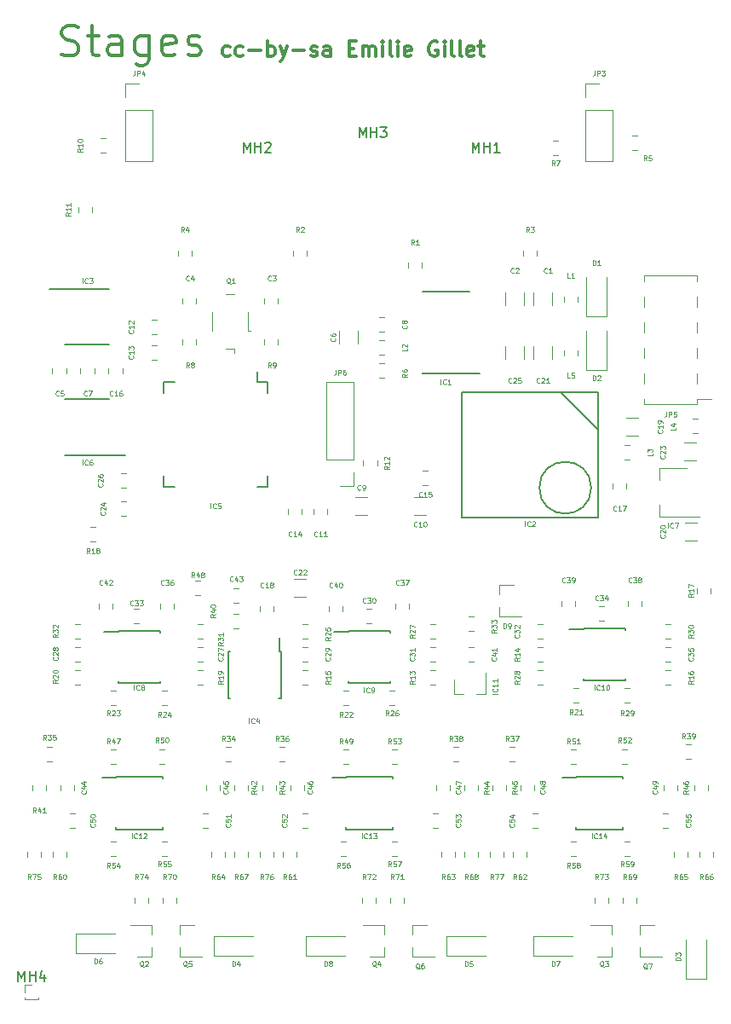
<source format=gbr>
G04 #@! TF.GenerationSoftware,KiCad,Pcbnew,(5.0.0-3-g5ebb6b6)*
G04 #@! TF.CreationDate,2019-01-01T15:02:40-08:00*
G04 #@! TF.ProjectId,Stages,5374616765732E6B696361645F706362,rev?*
G04 #@! TF.SameCoordinates,Original*
G04 #@! TF.FileFunction,Legend,Top*
G04 #@! TF.FilePolarity,Positive*
%FSLAX46Y46*%
G04 Gerber Fmt 4.6, Leading zero omitted, Abs format (unit mm)*
G04 Created by KiCad (PCBNEW (5.0.0-3-g5ebb6b6)) date Tuesday, January 01, 2019 at 03:02:40 PM*
%MOMM*%
%LPD*%
G01*
G04 APERTURE LIST*
%ADD10C,0.300000*%
%ADD11C,0.120000*%
%ADD12C,0.150000*%
%ADD13C,0.125000*%
G04 APERTURE END LIST*
D10*
X121535714Y-56107142D02*
X121392857Y-56178571D01*
X121107142Y-56178571D01*
X120964285Y-56107142D01*
X120892857Y-56035714D01*
X120821428Y-55892857D01*
X120821428Y-55464285D01*
X120892857Y-55321428D01*
X120964285Y-55250000D01*
X121107142Y-55178571D01*
X121392857Y-55178571D01*
X121535714Y-55250000D01*
X122821428Y-56107142D02*
X122678571Y-56178571D01*
X122392857Y-56178571D01*
X122250000Y-56107142D01*
X122178571Y-56035714D01*
X122107142Y-55892857D01*
X122107142Y-55464285D01*
X122178571Y-55321428D01*
X122250000Y-55250000D01*
X122392857Y-55178571D01*
X122678571Y-55178571D01*
X122821428Y-55250000D01*
X123464285Y-55607142D02*
X124607142Y-55607142D01*
X125321428Y-56178571D02*
X125321428Y-54678571D01*
X125321428Y-55250000D02*
X125464285Y-55178571D01*
X125750000Y-55178571D01*
X125892857Y-55250000D01*
X125964285Y-55321428D01*
X126035714Y-55464285D01*
X126035714Y-55892857D01*
X125964285Y-56035714D01*
X125892857Y-56107142D01*
X125750000Y-56178571D01*
X125464285Y-56178571D01*
X125321428Y-56107142D01*
X126535714Y-55178571D02*
X126892857Y-56178571D01*
X127250000Y-55178571D02*
X126892857Y-56178571D01*
X126750000Y-56535714D01*
X126678571Y-56607142D01*
X126535714Y-56678571D01*
X127821428Y-55607142D02*
X128964285Y-55607142D01*
X129607142Y-56107142D02*
X129750000Y-56178571D01*
X130035714Y-56178571D01*
X130178571Y-56107142D01*
X130250000Y-55964285D01*
X130250000Y-55892857D01*
X130178571Y-55750000D01*
X130035714Y-55678571D01*
X129821428Y-55678571D01*
X129678571Y-55607142D01*
X129607142Y-55464285D01*
X129607142Y-55392857D01*
X129678571Y-55250000D01*
X129821428Y-55178571D01*
X130035714Y-55178571D01*
X130178571Y-55250000D01*
X131535714Y-56178571D02*
X131535714Y-55392857D01*
X131464285Y-55250000D01*
X131321428Y-55178571D01*
X131035714Y-55178571D01*
X130892857Y-55250000D01*
X131535714Y-56107142D02*
X131392857Y-56178571D01*
X131035714Y-56178571D01*
X130892857Y-56107142D01*
X130821428Y-55964285D01*
X130821428Y-55821428D01*
X130892857Y-55678571D01*
X131035714Y-55607142D01*
X131392857Y-55607142D01*
X131535714Y-55535714D01*
X133392857Y-55392857D02*
X133892857Y-55392857D01*
X134107142Y-56178571D02*
X133392857Y-56178571D01*
X133392857Y-54678571D01*
X134107142Y-54678571D01*
X134750000Y-56178571D02*
X134750000Y-55178571D01*
X134750000Y-55321428D02*
X134821428Y-55250000D01*
X134964285Y-55178571D01*
X135178571Y-55178571D01*
X135321428Y-55250000D01*
X135392857Y-55392857D01*
X135392857Y-56178571D01*
X135392857Y-55392857D02*
X135464285Y-55250000D01*
X135607142Y-55178571D01*
X135821428Y-55178571D01*
X135964285Y-55250000D01*
X136035714Y-55392857D01*
X136035714Y-56178571D01*
X136750000Y-56178571D02*
X136750000Y-55178571D01*
X136750000Y-54678571D02*
X136678571Y-54750000D01*
X136750000Y-54821428D01*
X136821428Y-54750000D01*
X136750000Y-54678571D01*
X136750000Y-54821428D01*
X137678571Y-56178571D02*
X137535714Y-56107142D01*
X137464285Y-55964285D01*
X137464285Y-54678571D01*
X138250000Y-56178571D02*
X138250000Y-55178571D01*
X138250000Y-54678571D02*
X138178571Y-54750000D01*
X138250000Y-54821428D01*
X138321428Y-54750000D01*
X138250000Y-54678571D01*
X138250000Y-54821428D01*
X139535714Y-56107142D02*
X139392857Y-56178571D01*
X139107142Y-56178571D01*
X138964285Y-56107142D01*
X138892857Y-55964285D01*
X138892857Y-55392857D01*
X138964285Y-55250000D01*
X139107142Y-55178571D01*
X139392857Y-55178571D01*
X139535714Y-55250000D01*
X139607142Y-55392857D01*
X139607142Y-55535714D01*
X138892857Y-55678571D01*
X142178571Y-54750000D02*
X142035714Y-54678571D01*
X141821428Y-54678571D01*
X141607142Y-54750000D01*
X141464285Y-54892857D01*
X141392857Y-55035714D01*
X141321428Y-55321428D01*
X141321428Y-55535714D01*
X141392857Y-55821428D01*
X141464285Y-55964285D01*
X141607142Y-56107142D01*
X141821428Y-56178571D01*
X141964285Y-56178571D01*
X142178571Y-56107142D01*
X142250000Y-56035714D01*
X142250000Y-55535714D01*
X141964285Y-55535714D01*
X142892857Y-56178571D02*
X142892857Y-55178571D01*
X142892857Y-54678571D02*
X142821428Y-54750000D01*
X142892857Y-54821428D01*
X142964285Y-54750000D01*
X142892857Y-54678571D01*
X142892857Y-54821428D01*
X143821428Y-56178571D02*
X143678571Y-56107142D01*
X143607142Y-55964285D01*
X143607142Y-54678571D01*
X144607142Y-56178571D02*
X144464285Y-56107142D01*
X144392857Y-55964285D01*
X144392857Y-54678571D01*
X145750000Y-56107142D02*
X145607142Y-56178571D01*
X145321428Y-56178571D01*
X145178571Y-56107142D01*
X145107142Y-55964285D01*
X145107142Y-55392857D01*
X145178571Y-55250000D01*
X145321428Y-55178571D01*
X145607142Y-55178571D01*
X145750000Y-55250000D01*
X145821428Y-55392857D01*
X145821428Y-55535714D01*
X145107142Y-55678571D01*
X146250000Y-55178571D02*
X146821428Y-55178571D01*
X146464285Y-54678571D02*
X146464285Y-55964285D01*
X146535714Y-56107142D01*
X146678571Y-56178571D01*
X146821428Y-56178571D01*
X104821428Y-55964285D02*
X105250000Y-56107142D01*
X105964285Y-56107142D01*
X106250000Y-55964285D01*
X106392857Y-55821428D01*
X106535714Y-55535714D01*
X106535714Y-55250000D01*
X106392857Y-54964285D01*
X106250000Y-54821428D01*
X105964285Y-54678571D01*
X105392857Y-54535714D01*
X105107142Y-54392857D01*
X104964285Y-54250000D01*
X104821428Y-53964285D01*
X104821428Y-53678571D01*
X104964285Y-53392857D01*
X105107142Y-53250000D01*
X105392857Y-53107142D01*
X106107142Y-53107142D01*
X106535714Y-53250000D01*
X107392857Y-54107142D02*
X108535714Y-54107142D01*
X107821428Y-53107142D02*
X107821428Y-55678571D01*
X107964285Y-55964285D01*
X108250000Y-56107142D01*
X108535714Y-56107142D01*
X110821428Y-56107142D02*
X110821428Y-54535714D01*
X110678571Y-54250000D01*
X110392857Y-54107142D01*
X109821428Y-54107142D01*
X109535714Y-54250000D01*
X110821428Y-55964285D02*
X110535714Y-56107142D01*
X109821428Y-56107142D01*
X109535714Y-55964285D01*
X109392857Y-55678571D01*
X109392857Y-55392857D01*
X109535714Y-55107142D01*
X109821428Y-54964285D01*
X110535714Y-54964285D01*
X110821428Y-54821428D01*
X113535714Y-54107142D02*
X113535714Y-56535714D01*
X113392857Y-56821428D01*
X113250000Y-56964285D01*
X112964285Y-57107142D01*
X112535714Y-57107142D01*
X112250000Y-56964285D01*
X113535714Y-55964285D02*
X113250000Y-56107142D01*
X112678571Y-56107142D01*
X112392857Y-55964285D01*
X112250000Y-55821428D01*
X112107142Y-55535714D01*
X112107142Y-54678571D01*
X112250000Y-54392857D01*
X112392857Y-54250000D01*
X112678571Y-54107142D01*
X113250000Y-54107142D01*
X113535714Y-54250000D01*
X116107142Y-55964285D02*
X115821428Y-56107142D01*
X115250000Y-56107142D01*
X114964285Y-55964285D01*
X114821428Y-55678571D01*
X114821428Y-54535714D01*
X114964285Y-54250000D01*
X115250000Y-54107142D01*
X115821428Y-54107142D01*
X116107142Y-54250000D01*
X116250000Y-54535714D01*
X116250000Y-54821428D01*
X114821428Y-55107142D01*
X117392857Y-55964285D02*
X117678571Y-56107142D01*
X118250000Y-56107142D01*
X118535714Y-55964285D01*
X118678571Y-55678571D01*
X118678571Y-55535714D01*
X118535714Y-55250000D01*
X118250000Y-55107142D01*
X117821428Y-55107142D01*
X117535714Y-54964285D01*
X117392857Y-54678571D01*
X117392857Y-54535714D01*
X117535714Y-54250000D01*
X117821428Y-54107142D01*
X118250000Y-54107142D01*
X118535714Y-54250000D01*
D11*
G04 #@! TO.C,C9*
X134017936Y-99928000D02*
X135222064Y-99928000D01*
X134017936Y-101748000D02*
X135222064Y-101748000D01*
G04 #@! TO.C,D2*
X156988000Y-87340000D02*
X158988000Y-87340000D01*
X158988000Y-87340000D02*
X158988000Y-83440000D01*
X156988000Y-87340000D02*
X156988000Y-83440000D01*
G04 #@! TO.C,R14*
X152658578Y-116280000D02*
X152141422Y-116280000D01*
X152658578Y-114860000D02*
X152141422Y-114860000D01*
G04 #@! TO.C,JP5*
X167954000Y-90738000D02*
X162754000Y-90738000D01*
X167954000Y-77918000D02*
X162754000Y-77918000D01*
X169394000Y-90168000D02*
X167954000Y-90168000D01*
X167954000Y-90738000D02*
X167954000Y-90168000D01*
X162754000Y-90738000D02*
X162754000Y-90168000D01*
X167954000Y-78488000D02*
X167954000Y-77918000D01*
X162754000Y-78488000D02*
X162754000Y-77918000D01*
X167954000Y-88648000D02*
X167954000Y-87628000D01*
X162754000Y-88648000D02*
X162754000Y-87628000D01*
X167954000Y-86108000D02*
X167954000Y-85088000D01*
X162754000Y-86108000D02*
X162754000Y-85088000D01*
X167954000Y-83568000D02*
X167954000Y-82548000D01*
X162754000Y-83568000D02*
X162754000Y-82548000D01*
X167954000Y-81028000D02*
X167954000Y-80008000D01*
X162754000Y-81028000D02*
X162754000Y-80008000D01*
G04 #@! TO.C,IC7*
X164246000Y-98281676D02*
X164246000Y-97081676D01*
X164246000Y-97081676D02*
X166946000Y-97081676D01*
X168246000Y-101881676D02*
X164246000Y-101881676D01*
X164246000Y-101881676D02*
X164246000Y-100681676D01*
G04 #@! TO.C,C20*
X166783936Y-102468000D02*
X167988064Y-102468000D01*
X166783936Y-104288000D02*
X167988064Y-104288000D01*
G04 #@! TO.C,L4*
X168062578Y-93587676D02*
X167545422Y-93587676D01*
X168062578Y-92167676D02*
X167545422Y-92167676D01*
G04 #@! TO.C,C23*
X167898064Y-94507676D02*
X166693936Y-94507676D01*
X167898064Y-96327676D02*
X166693936Y-96327676D01*
G04 #@! TO.C,R72*
X136092000Y-139695422D02*
X136092000Y-140212578D01*
X134672000Y-139695422D02*
X134672000Y-140212578D01*
G04 #@! TO.C,R76*
X125932000Y-135123422D02*
X125932000Y-135640578D01*
X124512000Y-135123422D02*
X124512000Y-135640578D01*
G04 #@! TO.C,C54*
X152150578Y-132790000D02*
X151633422Y-132790000D01*
X152150578Y-131370000D02*
X151633422Y-131370000D01*
G04 #@! TO.C,R60*
X103938000Y-135123422D02*
X103938000Y-135640578D01*
X105358000Y-135123422D02*
X105358000Y-135640578D01*
D12*
G04 #@! TO.C,IC14*
X155917000Y-127677000D02*
X155917000Y-127802000D01*
X160567000Y-127677000D02*
X160567000Y-127902000D01*
X160567000Y-132927000D02*
X160567000Y-132702000D01*
X155917000Y-132927000D02*
X155917000Y-132702000D01*
X155917000Y-127677000D02*
X160567000Y-127677000D01*
X155917000Y-132927000D02*
X160567000Y-132927000D01*
X155917000Y-127802000D02*
X154567000Y-127802000D01*
D11*
G04 #@! TO.C,C44*
X106120000Y-128519422D02*
X106120000Y-129036578D01*
X104700000Y-128519422D02*
X104700000Y-129036578D01*
G04 #@! TO.C,D1*
X156988000Y-82006000D02*
X156988000Y-78106000D01*
X158988000Y-82006000D02*
X158988000Y-78106000D01*
X156988000Y-82006000D02*
X158988000Y-82006000D01*
G04 #@! TO.C,D3*
X166894000Y-147792000D02*
X166894000Y-143892000D01*
X168894000Y-147792000D02*
X168894000Y-143892000D01*
X166894000Y-147792000D02*
X168894000Y-147792000D01*
G04 #@! TO.C,D4*
X119924000Y-143526000D02*
X119924000Y-145526000D01*
X119924000Y-145526000D02*
X123824000Y-145526000D01*
X119924000Y-143526000D02*
X123824000Y-143526000D01*
G04 #@! TO.C,D5*
X143038000Y-143526000D02*
X143038000Y-145526000D01*
X143038000Y-145526000D02*
X146938000Y-145526000D01*
X143038000Y-143526000D02*
X146938000Y-143526000D01*
G04 #@! TO.C,D6*
X106208000Y-143272000D02*
X106208000Y-145272000D01*
X106208000Y-145272000D02*
X110108000Y-145272000D01*
X106208000Y-143272000D02*
X110108000Y-143272000D01*
G04 #@! TO.C,D7*
X151674000Y-143526000D02*
X155574000Y-143526000D01*
X151674000Y-145526000D02*
X155574000Y-145526000D01*
X151674000Y-143526000D02*
X151674000Y-145526000D01*
G04 #@! TO.C,D8*
X129068000Y-143526000D02*
X129068000Y-145526000D01*
X129068000Y-145526000D02*
X132968000Y-145526000D01*
X129068000Y-143526000D02*
X132968000Y-143526000D01*
D12*
G04 #@! TO.C,IC1*
X140677000Y-87591000D02*
X140677000Y-87566000D01*
X140677000Y-79541000D02*
X140677000Y-79566000D01*
X145327000Y-79541000D02*
X145327000Y-79566000D01*
X146402000Y-87641000D02*
X140677000Y-87641000D01*
X145327000Y-79541000D02*
X140677000Y-79541000D01*
G04 #@! TO.C,IC2*
X158134000Y-89508000D02*
X158134000Y-102008000D01*
X158134000Y-102008000D02*
X144634000Y-102008000D01*
X144634000Y-102008000D02*
X144634000Y-89508000D01*
X144634000Y-89508000D02*
X158134000Y-89508000D01*
X158134000Y-93258000D02*
X154384000Y-89508000D01*
X157457908Y-99008000D02*
G75*
G03X157457908Y-99008000I-2573908J0D01*
G01*
G04 #@! TO.C,IC3*
X105189667Y-84767000D02*
X109589667Y-84767000D01*
X103614667Y-79242000D02*
X109589667Y-79242000D01*
G04 #@! TO.C,IC4*
X126625000Y-115277000D02*
X126500000Y-115277000D01*
X126625000Y-119927000D02*
X126400000Y-119927000D01*
X121375000Y-119927000D02*
X121600000Y-119927000D01*
X121375000Y-115277000D02*
X121600000Y-115277000D01*
X126625000Y-115277000D02*
X126625000Y-119927000D01*
X121375000Y-115277000D02*
X121375000Y-119927000D01*
X126500000Y-115277000D02*
X126500000Y-113927000D01*
G04 #@! TO.C,IC5*
X125317000Y-88551000D02*
X124317000Y-88551000D01*
X125317000Y-98901000D02*
X124242000Y-98901000D01*
X114967000Y-98901000D02*
X116042000Y-98901000D01*
X114967000Y-88551000D02*
X116042000Y-88551000D01*
X125317000Y-88551000D02*
X125317000Y-89626000D01*
X114967000Y-88551000D02*
X114967000Y-89626000D01*
X114967000Y-98901000D02*
X114967000Y-97826000D01*
X125317000Y-98901000D02*
X125317000Y-97826000D01*
X124317000Y-88551000D02*
X124317000Y-87526000D01*
G04 #@! TO.C,IC6*
X111164667Y-95764000D02*
X105189667Y-95764000D01*
X109589667Y-90239000D02*
X105189667Y-90239000D01*
D11*
G04 #@! TO.C,IC11*
X143852999Y-119520381D02*
X144782999Y-119520381D01*
X147012999Y-119520381D02*
X146082999Y-119520381D01*
X147012999Y-119520381D02*
X147012999Y-117360381D01*
X143852999Y-119520381D02*
X143852999Y-118060381D01*
D12*
G04 #@! TO.C,IC12*
X110197000Y-127677000D02*
X110197000Y-127802000D01*
X114847000Y-127677000D02*
X114847000Y-127902000D01*
X114847000Y-132927000D02*
X114847000Y-132702000D01*
X110197000Y-132927000D02*
X110197000Y-132702000D01*
X110197000Y-127677000D02*
X114847000Y-127677000D01*
X110197000Y-132927000D02*
X114847000Y-132927000D01*
X110197000Y-127802000D02*
X108847000Y-127802000D01*
G04 #@! TO.C,IC13*
X133057000Y-127677000D02*
X133057000Y-127802000D01*
X137707000Y-127677000D02*
X137707000Y-127902000D01*
X137707000Y-132927000D02*
X137707000Y-132702000D01*
X133057000Y-132927000D02*
X133057000Y-132702000D01*
X133057000Y-127677000D02*
X137707000Y-127677000D01*
X133057000Y-132927000D02*
X137707000Y-132927000D01*
X133057000Y-127802000D02*
X131707000Y-127802000D01*
D11*
G04 #@! TO.C,JP3*
X156912000Y-58868000D02*
X158242000Y-58868000D01*
X156912000Y-60198000D02*
X156912000Y-58868000D01*
X156912000Y-61468000D02*
X159572000Y-61468000D01*
X159572000Y-61468000D02*
X159572000Y-66608000D01*
X156912000Y-61468000D02*
X156912000Y-66608000D01*
X156912000Y-66608000D02*
X159572000Y-66608000D01*
G04 #@! TO.C,JP4*
X111192000Y-66608000D02*
X113852000Y-66608000D01*
X111192000Y-61468000D02*
X111192000Y-66608000D01*
X113852000Y-61468000D02*
X113852000Y-66608000D01*
X111192000Y-61468000D02*
X113852000Y-61468000D01*
X111192000Y-60198000D02*
X111192000Y-58868000D01*
X111192000Y-58868000D02*
X112522000Y-58868000D01*
G04 #@! TO.C,JP6*
X133830000Y-88530000D02*
X131170000Y-88530000D01*
X133830000Y-96210000D02*
X133830000Y-88530000D01*
X131170000Y-96210000D02*
X131170000Y-88530000D01*
X133830000Y-96210000D02*
X131170000Y-96210000D01*
X133830000Y-97480000D02*
X133830000Y-98810000D01*
X133830000Y-98810000D02*
X132500000Y-98810000D01*
G04 #@! TO.C,Q1*
X123367931Y-83391990D02*
X123607931Y-83391990D01*
X123367931Y-81591990D02*
X123367931Y-83391990D01*
X119767931Y-83391990D02*
X119767931Y-81591990D01*
X121167931Y-79791990D02*
X121967931Y-79791990D01*
X121967931Y-85191990D02*
X121167931Y-85191990D01*
X121967931Y-85591990D02*
X121967931Y-85191990D01*
G04 #@! TO.C,Q2*
X113790000Y-145598000D02*
X112330000Y-145598000D01*
X113790000Y-142438000D02*
X111630000Y-142438000D01*
X113790000Y-142438000D02*
X113790000Y-143368000D01*
X113790000Y-145598000D02*
X113790000Y-144668000D01*
G04 #@! TO.C,Q3*
X159510000Y-145598000D02*
X159510000Y-144668000D01*
X159510000Y-142438000D02*
X159510000Y-143368000D01*
X159510000Y-142438000D02*
X157350000Y-142438000D01*
X159510000Y-145598000D02*
X158050000Y-145598000D01*
G04 #@! TO.C,Q4*
X136904000Y-145598000D02*
X135444000Y-145598000D01*
X136904000Y-142438000D02*
X134744000Y-142438000D01*
X136904000Y-142438000D02*
X136904000Y-143368000D01*
X136904000Y-145598000D02*
X136904000Y-144668000D01*
G04 #@! TO.C,Q5*
X116588000Y-142438000D02*
X116588000Y-143368000D01*
X116588000Y-145598000D02*
X116588000Y-144668000D01*
X116588000Y-145598000D02*
X118748000Y-145598000D01*
X116588000Y-142438000D02*
X118048000Y-142438000D01*
G04 #@! TO.C,Q6*
X139702000Y-142438000D02*
X141162000Y-142438000D01*
X139702000Y-145598000D02*
X141862000Y-145598000D01*
X139702000Y-145598000D02*
X139702000Y-144668000D01*
X139702000Y-142438000D02*
X139702000Y-143368000D01*
G04 #@! TO.C,Q7*
X162308000Y-142438000D02*
X162308000Y-143368000D01*
X162308000Y-145598000D02*
X162308000Y-144668000D01*
X162308000Y-145598000D02*
X164468000Y-145598000D01*
X162308000Y-142438000D02*
X163768000Y-142438000D01*
G04 #@! TO.C,D9*
X148338000Y-108656000D02*
X148338000Y-109586000D01*
X148338000Y-111816000D02*
X148338000Y-110886000D01*
X148338000Y-111816000D02*
X150498000Y-111816000D01*
X148338000Y-108656000D02*
X149798000Y-108656000D01*
D12*
G04 #@! TO.C,IC8*
X110447000Y-113249000D02*
X110447000Y-113299000D01*
X114597000Y-113249000D02*
X114597000Y-113394000D01*
X114597000Y-118399000D02*
X114597000Y-118254000D01*
X110447000Y-118399000D02*
X110447000Y-118254000D01*
X110447000Y-113249000D02*
X114597000Y-113249000D01*
X110447000Y-118399000D02*
X114597000Y-118399000D01*
X110447000Y-113299000D02*
X109047000Y-113299000D01*
G04 #@! TO.C,IC9*
X133307000Y-113299000D02*
X131907000Y-113299000D01*
X133307000Y-118399000D02*
X137457000Y-118399000D01*
X133307000Y-113249000D02*
X137457000Y-113249000D01*
X133307000Y-118399000D02*
X133307000Y-118254000D01*
X137457000Y-118399000D02*
X137457000Y-118254000D01*
X137457000Y-113249000D02*
X137457000Y-113394000D01*
X133307000Y-113249000D02*
X133307000Y-113299000D01*
G04 #@! TO.C,IC10*
X156675000Y-112995000D02*
X156675000Y-113045000D01*
X160825000Y-112995000D02*
X160825000Y-113140000D01*
X160825000Y-118145000D02*
X160825000Y-118000000D01*
X156675000Y-118145000D02*
X156675000Y-118000000D01*
X156675000Y-112995000D02*
X160825000Y-112995000D01*
X156675000Y-118145000D02*
X160825000Y-118145000D01*
X156675000Y-113045000D02*
X155275000Y-113045000D01*
D11*
G04 #@! TO.C,C1*
X153564000Y-79661936D02*
X153564000Y-80866064D01*
X151744000Y-79661936D02*
X151744000Y-80866064D01*
G04 #@! TO.C,C2*
X150770000Y-79661936D02*
X150770000Y-80866064D01*
X148950000Y-79661936D02*
X148950000Y-80866064D01*
G04 #@! TO.C,C3*
X124921931Y-80201412D02*
X124921931Y-80718568D01*
X126341931Y-80201412D02*
X126341931Y-80718568D01*
G04 #@! TO.C,C4*
X118213931Y-80201412D02*
X118213931Y-80718568D01*
X116793931Y-80201412D02*
X116793931Y-80718568D01*
G04 #@! TO.C,C5*
X103885667Y-87155922D02*
X103885667Y-87673078D01*
X105305667Y-87155922D02*
X105305667Y-87673078D01*
G04 #@! TO.C,C6*
X132440000Y-83471936D02*
X132440000Y-84676064D01*
X134260000Y-83471936D02*
X134260000Y-84676064D01*
G04 #@! TO.C,C7*
X106679667Y-87155922D02*
X106679667Y-87673078D01*
X108099667Y-87155922D02*
X108099667Y-87673078D01*
G04 #@! TO.C,C8*
X136910578Y-83514000D02*
X136393422Y-83514000D01*
X136910578Y-82094000D02*
X136393422Y-82094000D01*
G04 #@! TO.C,C10*
X141064064Y-101748000D02*
X139859936Y-101748000D01*
X141064064Y-99928000D02*
X139859936Y-99928000D01*
G04 #@! TO.C,C11*
X131266000Y-101087422D02*
X131266000Y-101604578D01*
X129846000Y-101087422D02*
X129846000Y-101604578D01*
G04 #@! TO.C,C12*
X114304578Y-83768000D02*
X113787422Y-83768000D01*
X114304578Y-82348000D02*
X113787422Y-82348000D01*
G04 #@! TO.C,C13*
X114304578Y-86308000D02*
X113787422Y-86308000D01*
X114304578Y-84888000D02*
X113787422Y-84888000D01*
G04 #@! TO.C,C14*
X127306000Y-101087422D02*
X127306000Y-101604578D01*
X128726000Y-101087422D02*
X128726000Y-101604578D01*
G04 #@! TO.C,C15*
X141228578Y-97334000D02*
X140711422Y-97334000D01*
X141228578Y-98754000D02*
X140711422Y-98754000D01*
G04 #@! TO.C,C16*
X110893667Y-87155922D02*
X110893667Y-87673078D01*
X109473667Y-87155922D02*
X109473667Y-87673078D01*
G04 #@! TO.C,C17*
X159564000Y-98547422D02*
X159564000Y-99064578D01*
X160984000Y-98547422D02*
X160984000Y-99064578D01*
G04 #@! TO.C,C18*
X125932000Y-111256578D02*
X125932000Y-110739422D01*
X124512000Y-111256578D02*
X124512000Y-110739422D01*
G04 #@! TO.C,C19*
X160941936Y-93874000D02*
X162146064Y-93874000D01*
X160941936Y-92054000D02*
X162146064Y-92054000D01*
G04 #@! TO.C,C21*
X151744000Y-84995936D02*
X151744000Y-86200064D01*
X153564000Y-84995936D02*
X153564000Y-86200064D01*
G04 #@! TO.C,C22*
X127921936Y-108056000D02*
X129126064Y-108056000D01*
X127921936Y-109876000D02*
X129126064Y-109876000D01*
G04 #@! TO.C,C24*
X111256578Y-100382000D02*
X110739422Y-100382000D01*
X111256578Y-101802000D02*
X110739422Y-101802000D01*
G04 #@! TO.C,C25*
X148950000Y-84995936D02*
X148950000Y-86200064D01*
X150770000Y-84995936D02*
X150770000Y-86200064D01*
G04 #@! TO.C,C26*
X111256578Y-99008000D02*
X110739422Y-99008000D01*
X111256578Y-97588000D02*
X110739422Y-97588000D01*
G04 #@! TO.C,C27*
X118359422Y-116280000D02*
X118876578Y-116280000D01*
X118359422Y-114860000D02*
X118876578Y-114860000D01*
G04 #@! TO.C,C28*
X106684578Y-116280000D02*
X106167422Y-116280000D01*
X106684578Y-114860000D02*
X106167422Y-114860000D01*
G04 #@! TO.C,C29*
X129290578Y-116280000D02*
X128773422Y-116280000D01*
X129290578Y-114860000D02*
X128773422Y-114860000D01*
G04 #@! TO.C,C30*
X135640578Y-112470000D02*
X135123422Y-112470000D01*
X135640578Y-111050000D02*
X135123422Y-111050000D01*
G04 #@! TO.C,C31*
X141473422Y-116280000D02*
X141990578Y-116280000D01*
X141473422Y-114860000D02*
X141990578Y-114860000D01*
G04 #@! TO.C,C32*
X152658578Y-113994000D02*
X152141422Y-113994000D01*
X152658578Y-112574000D02*
X152141422Y-112574000D01*
G04 #@! TO.C,C33*
X112526578Y-112470000D02*
X112009422Y-112470000D01*
X112526578Y-111050000D02*
X112009422Y-111050000D01*
G04 #@! TO.C,C34*
X158754578Y-112216000D02*
X158237422Y-112216000D01*
X158754578Y-110796000D02*
X158237422Y-110796000D01*
G04 #@! TO.C,C35*
X164841422Y-114860000D02*
X165358578Y-114860000D01*
X164841422Y-116280000D02*
X165358578Y-116280000D01*
G04 #@! TO.C,C36*
X114606000Y-110485422D02*
X114606000Y-111002578D01*
X116026000Y-110485422D02*
X116026000Y-111002578D01*
G04 #@! TO.C,C37*
X139394000Y-110485422D02*
X139394000Y-111002578D01*
X137974000Y-110485422D02*
X137974000Y-111002578D01*
G04 #@! TO.C,C38*
X161088000Y-110231422D02*
X161088000Y-110748578D01*
X162508000Y-110231422D02*
X162508000Y-110748578D01*
G04 #@! TO.C,C39*
X154484000Y-110231422D02*
X154484000Y-110748578D01*
X155904000Y-110231422D02*
X155904000Y-110748578D01*
G04 #@! TO.C,C40*
X131370000Y-110739422D02*
X131370000Y-111256578D01*
X132790000Y-110739422D02*
X132790000Y-111256578D01*
G04 #@! TO.C,C41*
X145283422Y-116280000D02*
X145800578Y-116280000D01*
X145283422Y-114860000D02*
X145800578Y-114860000D01*
G04 #@! TO.C,C42*
X109930000Y-110485422D02*
X109930000Y-111002578D01*
X108510000Y-110485422D02*
X108510000Y-111002578D01*
G04 #@! TO.C,C43*
X121915422Y-110438000D02*
X122432578Y-110438000D01*
X121915422Y-109018000D02*
X122432578Y-109018000D01*
G04 #@! TO.C,C45*
X120598000Y-128519422D02*
X120598000Y-129036578D01*
X119178000Y-128519422D02*
X119178000Y-129036578D01*
G04 #@! TO.C,C46*
X127560000Y-128519422D02*
X127560000Y-129036578D01*
X128980000Y-128519422D02*
X128980000Y-129036578D01*
G04 #@! TO.C,C47*
X142038000Y-128519422D02*
X142038000Y-129036578D01*
X143458000Y-128519422D02*
X143458000Y-129036578D01*
G04 #@! TO.C,C48*
X151840000Y-128519422D02*
X151840000Y-129036578D01*
X150420000Y-128519422D02*
X150420000Y-129036578D01*
G04 #@! TO.C,C49*
X166064000Y-128519422D02*
X166064000Y-129036578D01*
X164644000Y-128519422D02*
X164644000Y-129036578D01*
G04 #@! TO.C,C50*
X106176578Y-132790000D02*
X105659422Y-132790000D01*
X106176578Y-131370000D02*
X105659422Y-131370000D01*
G04 #@! TO.C,C51*
X119384578Y-132790000D02*
X118867422Y-132790000D01*
X119384578Y-131370000D02*
X118867422Y-131370000D01*
G04 #@! TO.C,C52*
X129290578Y-131370000D02*
X128773422Y-131370000D01*
X129290578Y-132790000D02*
X128773422Y-132790000D01*
G04 #@! TO.C,C53*
X142244578Y-132790000D02*
X141727422Y-132790000D01*
X142244578Y-131370000D02*
X141727422Y-131370000D01*
G04 #@! TO.C,C55*
X165104578Y-131370000D02*
X164587422Y-131370000D01*
X165104578Y-132790000D02*
X164587422Y-132790000D01*
G04 #@! TO.C,L1*
X156158000Y-80522578D02*
X156158000Y-80005422D01*
X154738000Y-80522578D02*
X154738000Y-80005422D01*
G04 #@! TO.C,L2*
X136393422Y-85800000D02*
X136910578Y-85800000D01*
X136393422Y-84380000D02*
X136910578Y-84380000D01*
G04 #@! TO.C,L3*
X161294578Y-96214000D02*
X160777422Y-96214000D01*
X161294578Y-94794000D02*
X160777422Y-94794000D01*
G04 #@! TO.C,L5*
X156158000Y-85339422D02*
X156158000Y-85856578D01*
X154738000Y-85339422D02*
X154738000Y-85856578D01*
G04 #@! TO.C,R1*
X140664000Y-76624922D02*
X140664000Y-77142078D01*
X139244000Y-76624922D02*
X139244000Y-77142078D01*
G04 #@! TO.C,R2*
X127814000Y-75433422D02*
X127814000Y-75950578D01*
X129234000Y-75433422D02*
X129234000Y-75950578D01*
G04 #@! TO.C,R3*
X150674000Y-75433422D02*
X150674000Y-75950578D01*
X152094000Y-75433422D02*
X152094000Y-75950578D01*
G04 #@! TO.C,R4*
X117804000Y-75433422D02*
X117804000Y-75950578D01*
X116384000Y-75433422D02*
X116384000Y-75950578D01*
G04 #@! TO.C,R5*
X162056578Y-65480000D02*
X161539422Y-65480000D01*
X162056578Y-64060000D02*
X161539422Y-64060000D01*
G04 #@! TO.C,R6*
X136910578Y-88086000D02*
X136393422Y-88086000D01*
X136910578Y-86666000D02*
X136393422Y-86666000D01*
G04 #@! TO.C,R7*
X153665422Y-64568000D02*
X154182578Y-64568000D01*
X153665422Y-65988000D02*
X154182578Y-65988000D01*
G04 #@! TO.C,R8*
X116793931Y-84265412D02*
X116793931Y-84782568D01*
X118213931Y-84265412D02*
X118213931Y-84782568D01*
G04 #@! TO.C,R9*
X126341931Y-84265412D02*
X126341931Y-84782568D01*
X124921931Y-84265412D02*
X124921931Y-84782568D01*
G04 #@! TO.C,R10*
X108707422Y-64314000D02*
X109224578Y-64314000D01*
X108707422Y-65734000D02*
X109224578Y-65734000D01*
G04 #@! TO.C,R11*
X107898000Y-71632578D02*
X107898000Y-71115422D01*
X106478000Y-71632578D02*
X106478000Y-71115422D01*
G04 #@! TO.C,R12*
X136210000Y-96303922D02*
X136210000Y-96821078D01*
X134790000Y-96303922D02*
X134790000Y-96821078D01*
G04 #@! TO.C,R13*
X141473422Y-118566000D02*
X141990578Y-118566000D01*
X141473422Y-117146000D02*
X141990578Y-117146000D01*
G04 #@! TO.C,R15*
X129290578Y-117146000D02*
X128773422Y-117146000D01*
X129290578Y-118566000D02*
X128773422Y-118566000D01*
G04 #@! TO.C,R16*
X164841422Y-117146000D02*
X165358578Y-117146000D01*
X164841422Y-118566000D02*
X165358578Y-118566000D01*
G04 #@! TO.C,R17*
X169366000Y-108961422D02*
X169366000Y-109478578D01*
X167946000Y-108961422D02*
X167946000Y-109478578D01*
G04 #@! TO.C,R18*
X108208578Y-102922000D02*
X107691422Y-102922000D01*
X108208578Y-104342000D02*
X107691422Y-104342000D01*
G04 #@! TO.C,R19*
X118359422Y-117146000D02*
X118876578Y-117146000D01*
X118359422Y-118566000D02*
X118876578Y-118566000D01*
G04 #@! TO.C,R20*
X106684578Y-118566000D02*
X106167422Y-118566000D01*
X106684578Y-117146000D02*
X106167422Y-117146000D01*
G04 #@! TO.C,R21*
X156214578Y-118924000D02*
X155697422Y-118924000D01*
X156214578Y-120344000D02*
X155697422Y-120344000D01*
G04 #@! TO.C,R22*
X133354578Y-120598000D02*
X132837422Y-120598000D01*
X133354578Y-119178000D02*
X132837422Y-119178000D01*
G04 #@! TO.C,R23*
X109723422Y-120598000D02*
X110240578Y-120598000D01*
X109723422Y-119178000D02*
X110240578Y-119178000D01*
G04 #@! TO.C,R24*
X115320578Y-119178000D02*
X114803422Y-119178000D01*
X115320578Y-120598000D02*
X114803422Y-120598000D01*
G04 #@! TO.C,R25*
X128773422Y-113994000D02*
X129290578Y-113994000D01*
X128773422Y-112574000D02*
X129290578Y-112574000D01*
G04 #@! TO.C,R26*
X137409422Y-119178000D02*
X137926578Y-119178000D01*
X137409422Y-120598000D02*
X137926578Y-120598000D01*
G04 #@! TO.C,R27*
X141990578Y-112574000D02*
X141473422Y-112574000D01*
X141990578Y-113994000D02*
X141473422Y-113994000D01*
G04 #@! TO.C,R28*
X152658578Y-118566000D02*
X152141422Y-118566000D01*
X152658578Y-117146000D02*
X152141422Y-117146000D01*
G04 #@! TO.C,R29*
X160777422Y-120344000D02*
X161294578Y-120344000D01*
X160777422Y-118924000D02*
X161294578Y-118924000D01*
G04 #@! TO.C,R30*
X165358578Y-113994000D02*
X164841422Y-113994000D01*
X165358578Y-112574000D02*
X164841422Y-112574000D01*
G04 #@! TO.C,R31*
X118876578Y-113994000D02*
X118359422Y-113994000D01*
X118876578Y-112574000D02*
X118359422Y-112574000D01*
G04 #@! TO.C,R32*
X106167422Y-112574000D02*
X106684578Y-112574000D01*
X106167422Y-113994000D02*
X106684578Y-113994000D01*
G04 #@! TO.C,R33*
X145800578Y-111812000D02*
X145283422Y-111812000D01*
X145800578Y-113232000D02*
X145283422Y-113232000D01*
G04 #@! TO.C,R34*
X121670578Y-124766000D02*
X121153422Y-124766000D01*
X121670578Y-126186000D02*
X121153422Y-126186000D01*
G04 #@! TO.C,R35*
X103373422Y-126186000D02*
X103890578Y-126186000D01*
X103373422Y-124766000D02*
X103890578Y-124766000D01*
G04 #@! TO.C,R36*
X126487422Y-124766000D02*
X127004578Y-124766000D01*
X126487422Y-126186000D02*
X127004578Y-126186000D01*
G04 #@! TO.C,R37*
X149347422Y-126186000D02*
X149864578Y-126186000D01*
X149347422Y-124766000D02*
X149864578Y-124766000D01*
G04 #@! TO.C,R38*
X144276578Y-126186000D02*
X143759422Y-126186000D01*
X144276578Y-124766000D02*
X143759422Y-124766000D01*
G04 #@! TO.C,R39*
X167390578Y-124512000D02*
X166873422Y-124512000D01*
X167390578Y-125932000D02*
X166873422Y-125932000D01*
G04 #@! TO.C,R40*
X122432578Y-111558000D02*
X121915422Y-111558000D01*
X122432578Y-112978000D02*
X121915422Y-112978000D01*
G04 #@! TO.C,R41*
X101906000Y-128519422D02*
X101906000Y-129036578D01*
X103326000Y-128519422D02*
X103326000Y-129036578D01*
G04 #@! TO.C,R42*
X121972000Y-128519422D02*
X121972000Y-129036578D01*
X123392000Y-128519422D02*
X123392000Y-129036578D01*
G04 #@! TO.C,R43*
X126186000Y-128519422D02*
X126186000Y-129036578D01*
X124766000Y-128519422D02*
X124766000Y-129036578D01*
G04 #@! TO.C,R44*
X144832000Y-128519422D02*
X144832000Y-129036578D01*
X146252000Y-128519422D02*
X146252000Y-129036578D01*
G04 #@! TO.C,R45*
X149046000Y-128519422D02*
X149046000Y-129036578D01*
X147626000Y-128519422D02*
X147626000Y-129036578D01*
G04 #@! TO.C,R46*
X167692000Y-128519422D02*
X167692000Y-129036578D01*
X169112000Y-128519422D02*
X169112000Y-129036578D01*
G04 #@! TO.C,R47*
X110240578Y-125020000D02*
X109723422Y-125020000D01*
X110240578Y-126440000D02*
X109723422Y-126440000D01*
G04 #@! TO.C,R48*
X118622578Y-109676000D02*
X118105422Y-109676000D01*
X118622578Y-108256000D02*
X118105422Y-108256000D01*
G04 #@! TO.C,R49*
X133354578Y-125020000D02*
X132837422Y-125020000D01*
X133354578Y-126440000D02*
X132837422Y-126440000D01*
G04 #@! TO.C,R50*
X114549422Y-126440000D02*
X115066578Y-126440000D01*
X114549422Y-125020000D02*
X115066578Y-125020000D01*
G04 #@! TO.C,R51*
X155960578Y-125020000D02*
X155443422Y-125020000D01*
X155960578Y-126440000D02*
X155443422Y-126440000D01*
G04 #@! TO.C,R52*
X160523422Y-126440000D02*
X161040578Y-126440000D01*
X160523422Y-125020000D02*
X161040578Y-125020000D01*
G04 #@! TO.C,R53*
X137663422Y-125020000D02*
X138180578Y-125020000D01*
X137663422Y-126440000D02*
X138180578Y-126440000D01*
G04 #@! TO.C,R54*
X110240578Y-134164000D02*
X109723422Y-134164000D01*
X110240578Y-135584000D02*
X109723422Y-135584000D01*
G04 #@! TO.C,R55*
X114803422Y-135584000D02*
X115320578Y-135584000D01*
X114803422Y-134164000D02*
X115320578Y-134164000D01*
G04 #@! TO.C,R56*
X133100578Y-134164000D02*
X132583422Y-134164000D01*
X133100578Y-135584000D02*
X132583422Y-135584000D01*
G04 #@! TO.C,R57*
X137663422Y-135584000D02*
X138180578Y-135584000D01*
X137663422Y-134164000D02*
X138180578Y-134164000D01*
G04 #@! TO.C,R58*
X155960578Y-135584000D02*
X155443422Y-135584000D01*
X155960578Y-134164000D02*
X155443422Y-134164000D01*
G04 #@! TO.C,R59*
X160777422Y-134164000D02*
X161294578Y-134164000D01*
X160777422Y-135584000D02*
X161294578Y-135584000D01*
G04 #@! TO.C,R61*
X126798000Y-135123422D02*
X126798000Y-135640578D01*
X128218000Y-135123422D02*
X128218000Y-135640578D01*
G04 #@! TO.C,R62*
X151078000Y-135123422D02*
X151078000Y-135640578D01*
X149658000Y-135123422D02*
X149658000Y-135640578D01*
G04 #@! TO.C,R63*
X142546000Y-135123422D02*
X142546000Y-135640578D01*
X143966000Y-135123422D02*
X143966000Y-135640578D01*
G04 #@! TO.C,R64*
X119686000Y-135123422D02*
X119686000Y-135640578D01*
X121106000Y-135123422D02*
X121106000Y-135640578D01*
G04 #@! TO.C,R65*
X165660000Y-135123422D02*
X165660000Y-135640578D01*
X167080000Y-135123422D02*
X167080000Y-135640578D01*
G04 #@! TO.C,R66*
X169620000Y-135123422D02*
X169620000Y-135640578D01*
X168200000Y-135123422D02*
X168200000Y-135640578D01*
G04 #@! TO.C,R67*
X123392000Y-135123422D02*
X123392000Y-135640578D01*
X121972000Y-135123422D02*
X121972000Y-135640578D01*
G04 #@! TO.C,R68*
X146252000Y-135123422D02*
X146252000Y-135640578D01*
X144832000Y-135123422D02*
X144832000Y-135640578D01*
G04 #@! TO.C,R69*
X160580000Y-139695422D02*
X160580000Y-140212578D01*
X162000000Y-139695422D02*
X162000000Y-140212578D01*
G04 #@! TO.C,R70*
X114860000Y-139695422D02*
X114860000Y-140212578D01*
X116280000Y-139695422D02*
X116280000Y-140212578D01*
G04 #@! TO.C,R71*
X138886000Y-139695422D02*
X138886000Y-140212578D01*
X137466000Y-139695422D02*
X137466000Y-140212578D01*
G04 #@! TO.C,R73*
X159206000Y-139695422D02*
X159206000Y-140212578D01*
X157786000Y-139695422D02*
X157786000Y-140212578D01*
G04 #@! TO.C,R74*
X112066000Y-139695422D02*
X112066000Y-140212578D01*
X113486000Y-139695422D02*
X113486000Y-140212578D01*
G04 #@! TO.C,R75*
X102818000Y-135123422D02*
X102818000Y-135640578D01*
X101398000Y-135123422D02*
X101398000Y-135640578D01*
G04 #@! TO.C,R77*
X147372000Y-135123422D02*
X147372000Y-135640578D01*
X148792000Y-135123422D02*
X148792000Y-135640578D01*
G04 #@! TO.C,MH4*
X101159000Y-149783000D02*
X102549000Y-149783000D01*
X101159000Y-149783000D02*
X101159000Y-149658000D01*
X102549000Y-149783000D02*
X102549000Y-149658000D01*
X101159000Y-149783000D02*
X101245724Y-149783000D01*
X102462276Y-149783000D02*
X102549000Y-149783000D01*
X101159000Y-149098000D02*
X101159000Y-148413000D01*
X101159000Y-148413000D02*
X101854000Y-148413000D01*
G04 #@! TO.C,C9*
D13*
X134536666Y-99196571D02*
X134512857Y-99220380D01*
X134441428Y-99244190D01*
X134393809Y-99244190D01*
X134322380Y-99220380D01*
X134274761Y-99172761D01*
X134250952Y-99125142D01*
X134227142Y-99029904D01*
X134227142Y-98958476D01*
X134250952Y-98863238D01*
X134274761Y-98815619D01*
X134322380Y-98768000D01*
X134393809Y-98744190D01*
X134441428Y-98744190D01*
X134512857Y-98768000D01*
X134536666Y-98791809D01*
X134774761Y-99244190D02*
X134870000Y-99244190D01*
X134917619Y-99220380D01*
X134941428Y-99196571D01*
X134989047Y-99125142D01*
X135012857Y-99029904D01*
X135012857Y-98839428D01*
X134989047Y-98791809D01*
X134965238Y-98768000D01*
X134917619Y-98744190D01*
X134822380Y-98744190D01*
X134774761Y-98768000D01*
X134750952Y-98791809D01*
X134727142Y-98839428D01*
X134727142Y-98958476D01*
X134750952Y-99006095D01*
X134774761Y-99029904D01*
X134822380Y-99053714D01*
X134917619Y-99053714D01*
X134965238Y-99029904D01*
X134989047Y-99006095D01*
X135012857Y-98958476D01*
G04 #@! TO.C,D2*
X157618952Y-88364190D02*
X157618952Y-87864190D01*
X157738000Y-87864190D01*
X157809428Y-87888000D01*
X157857047Y-87935619D01*
X157880857Y-87983238D01*
X157904666Y-88078476D01*
X157904666Y-88149904D01*
X157880857Y-88245142D01*
X157857047Y-88292761D01*
X157809428Y-88340380D01*
X157738000Y-88364190D01*
X157618952Y-88364190D01*
X158095142Y-87911809D02*
X158118952Y-87888000D01*
X158166571Y-87864190D01*
X158285619Y-87864190D01*
X158333238Y-87888000D01*
X158357047Y-87911809D01*
X158380857Y-87959428D01*
X158380857Y-88007047D01*
X158357047Y-88078476D01*
X158071333Y-88364190D01*
X158380857Y-88364190D01*
G04 #@! TO.C,R14*
X150340190Y-115891428D02*
X150102095Y-116058095D01*
X150340190Y-116177142D02*
X149840190Y-116177142D01*
X149840190Y-115986666D01*
X149864000Y-115939047D01*
X149887809Y-115915238D01*
X149935428Y-115891428D01*
X150006857Y-115891428D01*
X150054476Y-115915238D01*
X150078285Y-115939047D01*
X150102095Y-115986666D01*
X150102095Y-116177142D01*
X150340190Y-115415238D02*
X150340190Y-115700952D01*
X150340190Y-115558095D02*
X149840190Y-115558095D01*
X149911619Y-115605714D01*
X149959238Y-115653333D01*
X149983047Y-115700952D01*
X150006857Y-114986666D02*
X150340190Y-114986666D01*
X149816380Y-115105714D02*
X150173523Y-115224761D01*
X150173523Y-114915238D01*
G04 #@! TO.C,JP5*
X164937333Y-91464190D02*
X164937333Y-91821333D01*
X164913523Y-91892761D01*
X164865904Y-91940380D01*
X164794476Y-91964190D01*
X164746857Y-91964190D01*
X165175428Y-91964190D02*
X165175428Y-91464190D01*
X165365904Y-91464190D01*
X165413523Y-91488000D01*
X165437333Y-91511809D01*
X165461142Y-91559428D01*
X165461142Y-91630857D01*
X165437333Y-91678476D01*
X165413523Y-91702285D01*
X165365904Y-91726095D01*
X165175428Y-91726095D01*
X165913523Y-91464190D02*
X165675428Y-91464190D01*
X165651619Y-91702285D01*
X165675428Y-91678476D01*
X165723047Y-91654666D01*
X165842095Y-91654666D01*
X165889714Y-91678476D01*
X165913523Y-91702285D01*
X165937333Y-91749904D01*
X165937333Y-91868952D01*
X165913523Y-91916571D01*
X165889714Y-91940380D01*
X165842095Y-91964190D01*
X165723047Y-91964190D01*
X165675428Y-91940380D01*
X165651619Y-91916571D01*
G04 #@! TO.C,IC7*
X165087904Y-103007866D02*
X165087904Y-102507866D01*
X165611714Y-102960247D02*
X165587904Y-102984056D01*
X165516476Y-103007866D01*
X165468857Y-103007866D01*
X165397428Y-102984056D01*
X165349809Y-102936437D01*
X165326000Y-102888818D01*
X165302190Y-102793580D01*
X165302190Y-102722152D01*
X165326000Y-102626914D01*
X165349809Y-102579295D01*
X165397428Y-102531676D01*
X165468857Y-102507866D01*
X165516476Y-102507866D01*
X165587904Y-102531676D01*
X165611714Y-102555485D01*
X165778380Y-102507866D02*
X166111714Y-102507866D01*
X165897428Y-103007866D01*
G04 #@! TO.C,C20*
X164770571Y-103699428D02*
X164794380Y-103723238D01*
X164818190Y-103794666D01*
X164818190Y-103842285D01*
X164794380Y-103913714D01*
X164746761Y-103961333D01*
X164699142Y-103985142D01*
X164603904Y-104008952D01*
X164532476Y-104008952D01*
X164437238Y-103985142D01*
X164389619Y-103961333D01*
X164342000Y-103913714D01*
X164318190Y-103842285D01*
X164318190Y-103794666D01*
X164342000Y-103723238D01*
X164365809Y-103699428D01*
X164365809Y-103508952D02*
X164342000Y-103485142D01*
X164318190Y-103437523D01*
X164318190Y-103318476D01*
X164342000Y-103270857D01*
X164365809Y-103247047D01*
X164413428Y-103223238D01*
X164461047Y-103223238D01*
X164532476Y-103247047D01*
X164818190Y-103532761D01*
X164818190Y-103223238D01*
X164318190Y-102913714D02*
X164318190Y-102866095D01*
X164342000Y-102818476D01*
X164365809Y-102794666D01*
X164413428Y-102770857D01*
X164508666Y-102747047D01*
X164627714Y-102747047D01*
X164722952Y-102770857D01*
X164770571Y-102794666D01*
X164794380Y-102818476D01*
X164818190Y-102866095D01*
X164818190Y-102913714D01*
X164794380Y-102961333D01*
X164770571Y-102985142D01*
X164722952Y-103008952D01*
X164627714Y-103032761D01*
X164508666Y-103032761D01*
X164413428Y-103008952D01*
X164365809Y-102985142D01*
X164342000Y-102961333D01*
X164318190Y-102913714D01*
G04 #@! TO.C,L4*
X165834190Y-93047333D02*
X165834190Y-93285428D01*
X165334190Y-93285428D01*
X165500857Y-92666380D02*
X165834190Y-92666380D01*
X165310380Y-92785428D02*
X165667523Y-92904476D01*
X165667523Y-92594952D01*
G04 #@! TO.C,C23*
X164770571Y-95825428D02*
X164794380Y-95849238D01*
X164818190Y-95920666D01*
X164818190Y-95968285D01*
X164794380Y-96039714D01*
X164746761Y-96087333D01*
X164699142Y-96111142D01*
X164603904Y-96134952D01*
X164532476Y-96134952D01*
X164437238Y-96111142D01*
X164389619Y-96087333D01*
X164342000Y-96039714D01*
X164318190Y-95968285D01*
X164318190Y-95920666D01*
X164342000Y-95849238D01*
X164365809Y-95825428D01*
X164365809Y-95634952D02*
X164342000Y-95611142D01*
X164318190Y-95563523D01*
X164318190Y-95444476D01*
X164342000Y-95396857D01*
X164365809Y-95373047D01*
X164413428Y-95349238D01*
X164461047Y-95349238D01*
X164532476Y-95373047D01*
X164818190Y-95658761D01*
X164818190Y-95349238D01*
X164318190Y-95182571D02*
X164318190Y-94873047D01*
X164508666Y-95039714D01*
X164508666Y-94968285D01*
X164532476Y-94920666D01*
X164556285Y-94896857D01*
X164603904Y-94873047D01*
X164722952Y-94873047D01*
X164770571Y-94896857D01*
X164794380Y-94920666D01*
X164818190Y-94968285D01*
X164818190Y-95111142D01*
X164794380Y-95158761D01*
X164770571Y-95182571D01*
G04 #@! TO.C,R72*
X135060571Y-137894190D02*
X134893904Y-137656095D01*
X134774857Y-137894190D02*
X134774857Y-137394190D01*
X134965333Y-137394190D01*
X135012952Y-137418000D01*
X135036761Y-137441809D01*
X135060571Y-137489428D01*
X135060571Y-137560857D01*
X135036761Y-137608476D01*
X135012952Y-137632285D01*
X134965333Y-137656095D01*
X134774857Y-137656095D01*
X135227238Y-137394190D02*
X135560571Y-137394190D01*
X135346285Y-137894190D01*
X135727238Y-137441809D02*
X135751047Y-137418000D01*
X135798666Y-137394190D01*
X135917714Y-137394190D01*
X135965333Y-137418000D01*
X135989142Y-137441809D01*
X136012952Y-137489428D01*
X136012952Y-137537047D01*
X135989142Y-137608476D01*
X135703428Y-137894190D01*
X136012952Y-137894190D01*
G04 #@! TO.C,R76*
X124900571Y-137894190D02*
X124733904Y-137656095D01*
X124614857Y-137894190D02*
X124614857Y-137394190D01*
X124805333Y-137394190D01*
X124852952Y-137418000D01*
X124876761Y-137441809D01*
X124900571Y-137489428D01*
X124900571Y-137560857D01*
X124876761Y-137608476D01*
X124852952Y-137632285D01*
X124805333Y-137656095D01*
X124614857Y-137656095D01*
X125067238Y-137394190D02*
X125400571Y-137394190D01*
X125186285Y-137894190D01*
X125805333Y-137394190D02*
X125710095Y-137394190D01*
X125662476Y-137418000D01*
X125638666Y-137441809D01*
X125591047Y-137513238D01*
X125567238Y-137608476D01*
X125567238Y-137798952D01*
X125591047Y-137846571D01*
X125614857Y-137870380D01*
X125662476Y-137894190D01*
X125757714Y-137894190D01*
X125805333Y-137870380D01*
X125829142Y-137846571D01*
X125852952Y-137798952D01*
X125852952Y-137679904D01*
X125829142Y-137632285D01*
X125805333Y-137608476D01*
X125757714Y-137584666D01*
X125662476Y-137584666D01*
X125614857Y-137608476D01*
X125591047Y-137632285D01*
X125567238Y-137679904D01*
G04 #@! TO.C,C54*
X149784571Y-132401428D02*
X149808380Y-132425238D01*
X149832190Y-132496666D01*
X149832190Y-132544285D01*
X149808380Y-132615714D01*
X149760761Y-132663333D01*
X149713142Y-132687142D01*
X149617904Y-132710952D01*
X149546476Y-132710952D01*
X149451238Y-132687142D01*
X149403619Y-132663333D01*
X149356000Y-132615714D01*
X149332190Y-132544285D01*
X149332190Y-132496666D01*
X149356000Y-132425238D01*
X149379809Y-132401428D01*
X149332190Y-131949047D02*
X149332190Y-132187142D01*
X149570285Y-132210952D01*
X149546476Y-132187142D01*
X149522666Y-132139523D01*
X149522666Y-132020476D01*
X149546476Y-131972857D01*
X149570285Y-131949047D01*
X149617904Y-131925238D01*
X149736952Y-131925238D01*
X149784571Y-131949047D01*
X149808380Y-131972857D01*
X149832190Y-132020476D01*
X149832190Y-132139523D01*
X149808380Y-132187142D01*
X149784571Y-132210952D01*
X149498857Y-131496666D02*
X149832190Y-131496666D01*
X149308380Y-131615714D02*
X149665523Y-131734761D01*
X149665523Y-131425238D01*
G04 #@! TO.C,R60*
X104326571Y-137894190D02*
X104159904Y-137656095D01*
X104040857Y-137894190D02*
X104040857Y-137394190D01*
X104231333Y-137394190D01*
X104278952Y-137418000D01*
X104302761Y-137441809D01*
X104326571Y-137489428D01*
X104326571Y-137560857D01*
X104302761Y-137608476D01*
X104278952Y-137632285D01*
X104231333Y-137656095D01*
X104040857Y-137656095D01*
X104755142Y-137394190D02*
X104659904Y-137394190D01*
X104612285Y-137418000D01*
X104588476Y-137441809D01*
X104540857Y-137513238D01*
X104517047Y-137608476D01*
X104517047Y-137798952D01*
X104540857Y-137846571D01*
X104564666Y-137870380D01*
X104612285Y-137894190D01*
X104707523Y-137894190D01*
X104755142Y-137870380D01*
X104778952Y-137846571D01*
X104802761Y-137798952D01*
X104802761Y-137679904D01*
X104778952Y-137632285D01*
X104755142Y-137608476D01*
X104707523Y-137584666D01*
X104612285Y-137584666D01*
X104564666Y-137608476D01*
X104540857Y-137632285D01*
X104517047Y-137679904D01*
X105112285Y-137394190D02*
X105159904Y-137394190D01*
X105207523Y-137418000D01*
X105231333Y-137441809D01*
X105255142Y-137489428D01*
X105278952Y-137584666D01*
X105278952Y-137703714D01*
X105255142Y-137798952D01*
X105231333Y-137846571D01*
X105207523Y-137870380D01*
X105159904Y-137894190D01*
X105112285Y-137894190D01*
X105064666Y-137870380D01*
X105040857Y-137846571D01*
X105017047Y-137798952D01*
X104993238Y-137703714D01*
X104993238Y-137584666D01*
X105017047Y-137489428D01*
X105040857Y-137441809D01*
X105064666Y-137418000D01*
X105112285Y-137394190D01*
G04 #@! TO.C,IC14*
X157515809Y-133830190D02*
X157515809Y-133330190D01*
X158039619Y-133782571D02*
X158015809Y-133806380D01*
X157944380Y-133830190D01*
X157896761Y-133830190D01*
X157825333Y-133806380D01*
X157777714Y-133758761D01*
X157753904Y-133711142D01*
X157730095Y-133615904D01*
X157730095Y-133544476D01*
X157753904Y-133449238D01*
X157777714Y-133401619D01*
X157825333Y-133354000D01*
X157896761Y-133330190D01*
X157944380Y-133330190D01*
X158015809Y-133354000D01*
X158039619Y-133377809D01*
X158515809Y-133830190D02*
X158230095Y-133830190D01*
X158372952Y-133830190D02*
X158372952Y-133330190D01*
X158325333Y-133401619D01*
X158277714Y-133449238D01*
X158230095Y-133473047D01*
X158944380Y-133496857D02*
X158944380Y-133830190D01*
X158825333Y-133306380D02*
X158706285Y-133663523D01*
X159015809Y-133663523D01*
G04 #@! TO.C,C44*
X107238571Y-129099428D02*
X107262380Y-129123238D01*
X107286190Y-129194666D01*
X107286190Y-129242285D01*
X107262380Y-129313714D01*
X107214761Y-129361333D01*
X107167142Y-129385142D01*
X107071904Y-129408952D01*
X107000476Y-129408952D01*
X106905238Y-129385142D01*
X106857619Y-129361333D01*
X106810000Y-129313714D01*
X106786190Y-129242285D01*
X106786190Y-129194666D01*
X106810000Y-129123238D01*
X106833809Y-129099428D01*
X106952857Y-128670857D02*
X107286190Y-128670857D01*
X106762380Y-128789904D02*
X107119523Y-128908952D01*
X107119523Y-128599428D01*
X106952857Y-128194666D02*
X107286190Y-128194666D01*
X106762380Y-128313714D02*
X107119523Y-128432761D01*
X107119523Y-128123238D01*
G04 #@! TO.C,D1*
X157618952Y-76934190D02*
X157618952Y-76434190D01*
X157738000Y-76434190D01*
X157809428Y-76458000D01*
X157857047Y-76505619D01*
X157880857Y-76553238D01*
X157904666Y-76648476D01*
X157904666Y-76719904D01*
X157880857Y-76815142D01*
X157857047Y-76862761D01*
X157809428Y-76910380D01*
X157738000Y-76934190D01*
X157618952Y-76934190D01*
X158380857Y-76934190D02*
X158095142Y-76934190D01*
X158238000Y-76934190D02*
X158238000Y-76434190D01*
X158190380Y-76505619D01*
X158142761Y-76553238D01*
X158095142Y-76577047D01*
G04 #@! TO.C,D3*
X166342190Y-145911047D02*
X165842190Y-145911047D01*
X165842190Y-145792000D01*
X165866000Y-145720571D01*
X165913619Y-145672952D01*
X165961238Y-145649142D01*
X166056476Y-145625333D01*
X166127904Y-145625333D01*
X166223142Y-145649142D01*
X166270761Y-145672952D01*
X166318380Y-145720571D01*
X166342190Y-145792000D01*
X166342190Y-145911047D01*
X165842190Y-145458666D02*
X165842190Y-145149142D01*
X166032666Y-145315809D01*
X166032666Y-145244380D01*
X166056476Y-145196761D01*
X166080285Y-145172952D01*
X166127904Y-145149142D01*
X166246952Y-145149142D01*
X166294571Y-145172952D01*
X166318380Y-145196761D01*
X166342190Y-145244380D01*
X166342190Y-145387238D01*
X166318380Y-145434857D01*
X166294571Y-145458666D01*
G04 #@! TO.C,D4*
X121804952Y-146530190D02*
X121804952Y-146030190D01*
X121924000Y-146030190D01*
X121995428Y-146054000D01*
X122043047Y-146101619D01*
X122066857Y-146149238D01*
X122090666Y-146244476D01*
X122090666Y-146315904D01*
X122066857Y-146411142D01*
X122043047Y-146458761D01*
X121995428Y-146506380D01*
X121924000Y-146530190D01*
X121804952Y-146530190D01*
X122519238Y-146196857D02*
X122519238Y-146530190D01*
X122400190Y-146006380D02*
X122281142Y-146363523D01*
X122590666Y-146363523D01*
G04 #@! TO.C,D5*
X144918952Y-146530190D02*
X144918952Y-146030190D01*
X145038000Y-146030190D01*
X145109428Y-146054000D01*
X145157047Y-146101619D01*
X145180857Y-146149238D01*
X145204666Y-146244476D01*
X145204666Y-146315904D01*
X145180857Y-146411142D01*
X145157047Y-146458761D01*
X145109428Y-146506380D01*
X145038000Y-146530190D01*
X144918952Y-146530190D01*
X145657047Y-146030190D02*
X145418952Y-146030190D01*
X145395142Y-146268285D01*
X145418952Y-146244476D01*
X145466571Y-146220666D01*
X145585619Y-146220666D01*
X145633238Y-146244476D01*
X145657047Y-146268285D01*
X145680857Y-146315904D01*
X145680857Y-146434952D01*
X145657047Y-146482571D01*
X145633238Y-146506380D01*
X145585619Y-146530190D01*
X145466571Y-146530190D01*
X145418952Y-146506380D01*
X145395142Y-146482571D01*
G04 #@! TO.C,D6*
X108088952Y-146276190D02*
X108088952Y-145776190D01*
X108208000Y-145776190D01*
X108279428Y-145800000D01*
X108327047Y-145847619D01*
X108350857Y-145895238D01*
X108374666Y-145990476D01*
X108374666Y-146061904D01*
X108350857Y-146157142D01*
X108327047Y-146204761D01*
X108279428Y-146252380D01*
X108208000Y-146276190D01*
X108088952Y-146276190D01*
X108803238Y-145776190D02*
X108708000Y-145776190D01*
X108660380Y-145800000D01*
X108636571Y-145823809D01*
X108588952Y-145895238D01*
X108565142Y-145990476D01*
X108565142Y-146180952D01*
X108588952Y-146228571D01*
X108612761Y-146252380D01*
X108660380Y-146276190D01*
X108755619Y-146276190D01*
X108803238Y-146252380D01*
X108827047Y-146228571D01*
X108850857Y-146180952D01*
X108850857Y-146061904D01*
X108827047Y-146014285D01*
X108803238Y-145990476D01*
X108755619Y-145966666D01*
X108660380Y-145966666D01*
X108612761Y-145990476D01*
X108588952Y-146014285D01*
X108565142Y-146061904D01*
G04 #@! TO.C,D7*
X153554952Y-146530190D02*
X153554952Y-146030190D01*
X153674000Y-146030190D01*
X153745428Y-146054000D01*
X153793047Y-146101619D01*
X153816857Y-146149238D01*
X153840666Y-146244476D01*
X153840666Y-146315904D01*
X153816857Y-146411142D01*
X153793047Y-146458761D01*
X153745428Y-146506380D01*
X153674000Y-146530190D01*
X153554952Y-146530190D01*
X154007333Y-146030190D02*
X154340666Y-146030190D01*
X154126380Y-146530190D01*
G04 #@! TO.C,D8*
X130948952Y-146530190D02*
X130948952Y-146030190D01*
X131068000Y-146030190D01*
X131139428Y-146054000D01*
X131187047Y-146101619D01*
X131210857Y-146149238D01*
X131234666Y-146244476D01*
X131234666Y-146315904D01*
X131210857Y-146411142D01*
X131187047Y-146458761D01*
X131139428Y-146506380D01*
X131068000Y-146530190D01*
X130948952Y-146530190D01*
X131520380Y-146244476D02*
X131472761Y-146220666D01*
X131448952Y-146196857D01*
X131425142Y-146149238D01*
X131425142Y-146125428D01*
X131448952Y-146077809D01*
X131472761Y-146054000D01*
X131520380Y-146030190D01*
X131615619Y-146030190D01*
X131663238Y-146054000D01*
X131687047Y-146077809D01*
X131710857Y-146125428D01*
X131710857Y-146149238D01*
X131687047Y-146196857D01*
X131663238Y-146220666D01*
X131615619Y-146244476D01*
X131520380Y-146244476D01*
X131472761Y-146268285D01*
X131448952Y-146292095D01*
X131425142Y-146339714D01*
X131425142Y-146434952D01*
X131448952Y-146482571D01*
X131472761Y-146506380D01*
X131520380Y-146530190D01*
X131615619Y-146530190D01*
X131663238Y-146506380D01*
X131687047Y-146482571D01*
X131710857Y-146434952D01*
X131710857Y-146339714D01*
X131687047Y-146292095D01*
X131663238Y-146268285D01*
X131615619Y-146244476D01*
G04 #@! TO.C,IC1*
X142513904Y-88742190D02*
X142513904Y-88242190D01*
X143037714Y-88694571D02*
X143013904Y-88718380D01*
X142942476Y-88742190D01*
X142894857Y-88742190D01*
X142823428Y-88718380D01*
X142775809Y-88670761D01*
X142752000Y-88623142D01*
X142728190Y-88527904D01*
X142728190Y-88456476D01*
X142752000Y-88361238D01*
X142775809Y-88313619D01*
X142823428Y-88266000D01*
X142894857Y-88242190D01*
X142942476Y-88242190D01*
X143013904Y-88266000D01*
X143037714Y-88289809D01*
X143513904Y-88742190D02*
X143228190Y-88742190D01*
X143371047Y-88742190D02*
X143371047Y-88242190D01*
X143323428Y-88313619D01*
X143275809Y-88361238D01*
X143228190Y-88385047D01*
G04 #@! TO.C,IC2*
X150895904Y-102842190D02*
X150895904Y-102342190D01*
X151419714Y-102794571D02*
X151395904Y-102818380D01*
X151324476Y-102842190D01*
X151276857Y-102842190D01*
X151205428Y-102818380D01*
X151157809Y-102770761D01*
X151134000Y-102723142D01*
X151110190Y-102627904D01*
X151110190Y-102556476D01*
X151134000Y-102461238D01*
X151157809Y-102413619D01*
X151205428Y-102366000D01*
X151276857Y-102342190D01*
X151324476Y-102342190D01*
X151395904Y-102366000D01*
X151419714Y-102389809D01*
X151610190Y-102389809D02*
X151634000Y-102366000D01*
X151681619Y-102342190D01*
X151800666Y-102342190D01*
X151848285Y-102366000D01*
X151872095Y-102389809D01*
X151895904Y-102437428D01*
X151895904Y-102485047D01*
X151872095Y-102556476D01*
X151586380Y-102842190D01*
X151895904Y-102842190D01*
G04 #@! TO.C,IC3*
X106901571Y-78718190D02*
X106901571Y-78218190D01*
X107425381Y-78670571D02*
X107401571Y-78694380D01*
X107330143Y-78718190D01*
X107282524Y-78718190D01*
X107211095Y-78694380D01*
X107163476Y-78646761D01*
X107139667Y-78599142D01*
X107115857Y-78503904D01*
X107115857Y-78432476D01*
X107139667Y-78337238D01*
X107163476Y-78289619D01*
X107211095Y-78242000D01*
X107282524Y-78218190D01*
X107330143Y-78218190D01*
X107401571Y-78242000D01*
X107425381Y-78265809D01*
X107592047Y-78218190D02*
X107901571Y-78218190D01*
X107734905Y-78408666D01*
X107806333Y-78408666D01*
X107853952Y-78432476D01*
X107877762Y-78456285D01*
X107901571Y-78503904D01*
X107901571Y-78622952D01*
X107877762Y-78670571D01*
X107853952Y-78694380D01*
X107806333Y-78718190D01*
X107663476Y-78718190D01*
X107615857Y-78694380D01*
X107592047Y-78670571D01*
G04 #@! TO.C,IC4*
X123463904Y-122400190D02*
X123463904Y-121900190D01*
X123987714Y-122352571D02*
X123963904Y-122376380D01*
X123892476Y-122400190D01*
X123844857Y-122400190D01*
X123773428Y-122376380D01*
X123725809Y-122328761D01*
X123702000Y-122281142D01*
X123678190Y-122185904D01*
X123678190Y-122114476D01*
X123702000Y-122019238D01*
X123725809Y-121971619D01*
X123773428Y-121924000D01*
X123844857Y-121900190D01*
X123892476Y-121900190D01*
X123963904Y-121924000D01*
X123987714Y-121947809D01*
X124416285Y-122066857D02*
X124416285Y-122400190D01*
X124297238Y-121876380D02*
X124178190Y-122233523D01*
X124487714Y-122233523D01*
G04 #@! TO.C,IC5*
X119653904Y-101064190D02*
X119653904Y-100564190D01*
X120177714Y-101016571D02*
X120153904Y-101040380D01*
X120082476Y-101064190D01*
X120034857Y-101064190D01*
X119963428Y-101040380D01*
X119915809Y-100992761D01*
X119892000Y-100945142D01*
X119868190Y-100849904D01*
X119868190Y-100778476D01*
X119892000Y-100683238D01*
X119915809Y-100635619D01*
X119963428Y-100588000D01*
X120034857Y-100564190D01*
X120082476Y-100564190D01*
X120153904Y-100588000D01*
X120177714Y-100611809D01*
X120630095Y-100564190D02*
X120392000Y-100564190D01*
X120368190Y-100802285D01*
X120392000Y-100778476D01*
X120439619Y-100754666D01*
X120558666Y-100754666D01*
X120606285Y-100778476D01*
X120630095Y-100802285D01*
X120653904Y-100849904D01*
X120653904Y-100968952D01*
X120630095Y-101016571D01*
X120606285Y-101040380D01*
X120558666Y-101064190D01*
X120439619Y-101064190D01*
X120392000Y-101040380D01*
X120368190Y-101016571D01*
G04 #@! TO.C,IC6*
X106901571Y-96740190D02*
X106901571Y-96240190D01*
X107425381Y-96692571D02*
X107401571Y-96716380D01*
X107330143Y-96740190D01*
X107282524Y-96740190D01*
X107211095Y-96716380D01*
X107163476Y-96668761D01*
X107139667Y-96621142D01*
X107115857Y-96525904D01*
X107115857Y-96454476D01*
X107139667Y-96359238D01*
X107163476Y-96311619D01*
X107211095Y-96264000D01*
X107282524Y-96240190D01*
X107330143Y-96240190D01*
X107401571Y-96264000D01*
X107425381Y-96287809D01*
X107853952Y-96240190D02*
X107758714Y-96240190D01*
X107711095Y-96264000D01*
X107687286Y-96287809D01*
X107639667Y-96359238D01*
X107615857Y-96454476D01*
X107615857Y-96644952D01*
X107639667Y-96692571D01*
X107663476Y-96716380D01*
X107711095Y-96740190D01*
X107806333Y-96740190D01*
X107853952Y-96716380D01*
X107877762Y-96692571D01*
X107901571Y-96644952D01*
X107901571Y-96525904D01*
X107877762Y-96478285D01*
X107853952Y-96454476D01*
X107806333Y-96430666D01*
X107711095Y-96430666D01*
X107663476Y-96454476D01*
X107639667Y-96478285D01*
X107615857Y-96525904D01*
G04 #@! TO.C,IC11*
X148159189Y-119486571D02*
X147659189Y-119486571D01*
X148111570Y-118962761D02*
X148135379Y-118986571D01*
X148159189Y-119058000D01*
X148159189Y-119105619D01*
X148135379Y-119177047D01*
X148087760Y-119224666D01*
X148040141Y-119248476D01*
X147944903Y-119272285D01*
X147873475Y-119272285D01*
X147778237Y-119248476D01*
X147730618Y-119224666D01*
X147682999Y-119177047D01*
X147659189Y-119105619D01*
X147659189Y-119058000D01*
X147682999Y-118986571D01*
X147706808Y-118962761D01*
X148159189Y-118486571D02*
X148159189Y-118772285D01*
X148159189Y-118629428D02*
X147659189Y-118629428D01*
X147730618Y-118677047D01*
X147778237Y-118724666D01*
X147802046Y-118772285D01*
X148159189Y-118010381D02*
X148159189Y-118296095D01*
X148159189Y-118153238D02*
X147659189Y-118153238D01*
X147730618Y-118200857D01*
X147778237Y-118248476D01*
X147802046Y-118296095D01*
G04 #@! TO.C,IC12*
X111795809Y-133830190D02*
X111795809Y-133330190D01*
X112319619Y-133782571D02*
X112295809Y-133806380D01*
X112224380Y-133830190D01*
X112176761Y-133830190D01*
X112105333Y-133806380D01*
X112057714Y-133758761D01*
X112033904Y-133711142D01*
X112010095Y-133615904D01*
X112010095Y-133544476D01*
X112033904Y-133449238D01*
X112057714Y-133401619D01*
X112105333Y-133354000D01*
X112176761Y-133330190D01*
X112224380Y-133330190D01*
X112295809Y-133354000D01*
X112319619Y-133377809D01*
X112795809Y-133830190D02*
X112510095Y-133830190D01*
X112652952Y-133830190D02*
X112652952Y-133330190D01*
X112605333Y-133401619D01*
X112557714Y-133449238D01*
X112510095Y-133473047D01*
X112986285Y-133377809D02*
X113010095Y-133354000D01*
X113057714Y-133330190D01*
X113176761Y-133330190D01*
X113224380Y-133354000D01*
X113248190Y-133377809D01*
X113272000Y-133425428D01*
X113272000Y-133473047D01*
X113248190Y-133544476D01*
X112962476Y-133830190D01*
X113272000Y-133830190D01*
G04 #@! TO.C,IC13*
X134655809Y-133830190D02*
X134655809Y-133330190D01*
X135179619Y-133782571D02*
X135155809Y-133806380D01*
X135084380Y-133830190D01*
X135036761Y-133830190D01*
X134965333Y-133806380D01*
X134917714Y-133758761D01*
X134893904Y-133711142D01*
X134870095Y-133615904D01*
X134870095Y-133544476D01*
X134893904Y-133449238D01*
X134917714Y-133401619D01*
X134965333Y-133354000D01*
X135036761Y-133330190D01*
X135084380Y-133330190D01*
X135155809Y-133354000D01*
X135179619Y-133377809D01*
X135655809Y-133830190D02*
X135370095Y-133830190D01*
X135512952Y-133830190D02*
X135512952Y-133330190D01*
X135465333Y-133401619D01*
X135417714Y-133449238D01*
X135370095Y-133473047D01*
X135822476Y-133330190D02*
X136132000Y-133330190D01*
X135965333Y-133520666D01*
X136036761Y-133520666D01*
X136084380Y-133544476D01*
X136108190Y-133568285D01*
X136132000Y-133615904D01*
X136132000Y-133734952D01*
X136108190Y-133782571D01*
X136084380Y-133806380D01*
X136036761Y-133830190D01*
X135893904Y-133830190D01*
X135846285Y-133806380D01*
X135822476Y-133782571D01*
G04 #@! TO.C,JP3*
X157825333Y-57594190D02*
X157825333Y-57951333D01*
X157801523Y-58022761D01*
X157753904Y-58070380D01*
X157682476Y-58094190D01*
X157634857Y-58094190D01*
X158063428Y-58094190D02*
X158063428Y-57594190D01*
X158253904Y-57594190D01*
X158301523Y-57618000D01*
X158325333Y-57641809D01*
X158349142Y-57689428D01*
X158349142Y-57760857D01*
X158325333Y-57808476D01*
X158301523Y-57832285D01*
X158253904Y-57856095D01*
X158063428Y-57856095D01*
X158515809Y-57594190D02*
X158825333Y-57594190D01*
X158658666Y-57784666D01*
X158730095Y-57784666D01*
X158777714Y-57808476D01*
X158801523Y-57832285D01*
X158825333Y-57879904D01*
X158825333Y-57998952D01*
X158801523Y-58046571D01*
X158777714Y-58070380D01*
X158730095Y-58094190D01*
X158587238Y-58094190D01*
X158539619Y-58070380D01*
X158515809Y-58046571D01*
G04 #@! TO.C,JP4*
X112105333Y-57594190D02*
X112105333Y-57951333D01*
X112081523Y-58022761D01*
X112033904Y-58070380D01*
X111962476Y-58094190D01*
X111914857Y-58094190D01*
X112343428Y-58094190D02*
X112343428Y-57594190D01*
X112533904Y-57594190D01*
X112581523Y-57618000D01*
X112605333Y-57641809D01*
X112629142Y-57689428D01*
X112629142Y-57760857D01*
X112605333Y-57808476D01*
X112581523Y-57832285D01*
X112533904Y-57856095D01*
X112343428Y-57856095D01*
X113057714Y-57760857D02*
X113057714Y-58094190D01*
X112938666Y-57570380D02*
X112819619Y-57927523D01*
X113129142Y-57927523D01*
G04 #@! TO.C,JP6*
X132083333Y-87300190D02*
X132083333Y-87657333D01*
X132059523Y-87728761D01*
X132011904Y-87776380D01*
X131940476Y-87800190D01*
X131892857Y-87800190D01*
X132321428Y-87800190D02*
X132321428Y-87300190D01*
X132511904Y-87300190D01*
X132559523Y-87324000D01*
X132583333Y-87347809D01*
X132607142Y-87395428D01*
X132607142Y-87466857D01*
X132583333Y-87514476D01*
X132559523Y-87538285D01*
X132511904Y-87562095D01*
X132321428Y-87562095D01*
X133035714Y-87300190D02*
X132940476Y-87300190D01*
X132892857Y-87324000D01*
X132869047Y-87347809D01*
X132821428Y-87419238D01*
X132797619Y-87514476D01*
X132797619Y-87704952D01*
X132821428Y-87752571D01*
X132845238Y-87776380D01*
X132892857Y-87800190D01*
X132988095Y-87800190D01*
X133035714Y-87776380D01*
X133059523Y-87752571D01*
X133083333Y-87704952D01*
X133083333Y-87585904D01*
X133059523Y-87538285D01*
X133035714Y-87514476D01*
X132988095Y-87490666D01*
X132892857Y-87490666D01*
X132845238Y-87514476D01*
X132821428Y-87538285D01*
X132797619Y-87585904D01*
G04 #@! TO.C,Q1*
X121618380Y-78759809D02*
X121570761Y-78736000D01*
X121523142Y-78688380D01*
X121451714Y-78616952D01*
X121404095Y-78593142D01*
X121356476Y-78593142D01*
X121380285Y-78712190D02*
X121332666Y-78688380D01*
X121285047Y-78640761D01*
X121261238Y-78545523D01*
X121261238Y-78378857D01*
X121285047Y-78283619D01*
X121332666Y-78236000D01*
X121380285Y-78212190D01*
X121475523Y-78212190D01*
X121523142Y-78236000D01*
X121570761Y-78283619D01*
X121594571Y-78378857D01*
X121594571Y-78545523D01*
X121570761Y-78640761D01*
X121523142Y-78688380D01*
X121475523Y-78712190D01*
X121380285Y-78712190D01*
X122070761Y-78712190D02*
X121785047Y-78712190D01*
X121927904Y-78712190D02*
X121927904Y-78212190D01*
X121880285Y-78283619D01*
X121832666Y-78331238D01*
X121785047Y-78355047D01*
G04 #@! TO.C,Q2*
X112982380Y-146577809D02*
X112934761Y-146554000D01*
X112887142Y-146506380D01*
X112815714Y-146434952D01*
X112768095Y-146411142D01*
X112720476Y-146411142D01*
X112744285Y-146530190D02*
X112696666Y-146506380D01*
X112649047Y-146458761D01*
X112625238Y-146363523D01*
X112625238Y-146196857D01*
X112649047Y-146101619D01*
X112696666Y-146054000D01*
X112744285Y-146030190D01*
X112839523Y-146030190D01*
X112887142Y-146054000D01*
X112934761Y-146101619D01*
X112958571Y-146196857D01*
X112958571Y-146363523D01*
X112934761Y-146458761D01*
X112887142Y-146506380D01*
X112839523Y-146530190D01*
X112744285Y-146530190D01*
X113149047Y-146077809D02*
X113172857Y-146054000D01*
X113220476Y-146030190D01*
X113339523Y-146030190D01*
X113387142Y-146054000D01*
X113410952Y-146077809D01*
X113434761Y-146125428D01*
X113434761Y-146173047D01*
X113410952Y-146244476D01*
X113125238Y-146530190D01*
X113434761Y-146530190D01*
G04 #@! TO.C,Q3*
X158702380Y-146577809D02*
X158654761Y-146554000D01*
X158607142Y-146506380D01*
X158535714Y-146434952D01*
X158488095Y-146411142D01*
X158440476Y-146411142D01*
X158464285Y-146530190D02*
X158416666Y-146506380D01*
X158369047Y-146458761D01*
X158345238Y-146363523D01*
X158345238Y-146196857D01*
X158369047Y-146101619D01*
X158416666Y-146054000D01*
X158464285Y-146030190D01*
X158559523Y-146030190D01*
X158607142Y-146054000D01*
X158654761Y-146101619D01*
X158678571Y-146196857D01*
X158678571Y-146363523D01*
X158654761Y-146458761D01*
X158607142Y-146506380D01*
X158559523Y-146530190D01*
X158464285Y-146530190D01*
X158845238Y-146030190D02*
X159154761Y-146030190D01*
X158988095Y-146220666D01*
X159059523Y-146220666D01*
X159107142Y-146244476D01*
X159130952Y-146268285D01*
X159154761Y-146315904D01*
X159154761Y-146434952D01*
X159130952Y-146482571D01*
X159107142Y-146506380D01*
X159059523Y-146530190D01*
X158916666Y-146530190D01*
X158869047Y-146506380D01*
X158845238Y-146482571D01*
G04 #@! TO.C,Q4*
X136096380Y-146577809D02*
X136048761Y-146554000D01*
X136001142Y-146506380D01*
X135929714Y-146434952D01*
X135882095Y-146411142D01*
X135834476Y-146411142D01*
X135858285Y-146530190D02*
X135810666Y-146506380D01*
X135763047Y-146458761D01*
X135739238Y-146363523D01*
X135739238Y-146196857D01*
X135763047Y-146101619D01*
X135810666Y-146054000D01*
X135858285Y-146030190D01*
X135953523Y-146030190D01*
X136001142Y-146054000D01*
X136048761Y-146101619D01*
X136072571Y-146196857D01*
X136072571Y-146363523D01*
X136048761Y-146458761D01*
X136001142Y-146506380D01*
X135953523Y-146530190D01*
X135858285Y-146530190D01*
X136501142Y-146196857D02*
X136501142Y-146530190D01*
X136382095Y-146006380D02*
X136263047Y-146363523D01*
X136572571Y-146363523D01*
G04 #@! TO.C,Q5*
X117300380Y-146577809D02*
X117252761Y-146554000D01*
X117205142Y-146506380D01*
X117133714Y-146434952D01*
X117086095Y-146411142D01*
X117038476Y-146411142D01*
X117062285Y-146530190D02*
X117014666Y-146506380D01*
X116967047Y-146458761D01*
X116943238Y-146363523D01*
X116943238Y-146196857D01*
X116967047Y-146101619D01*
X117014666Y-146054000D01*
X117062285Y-146030190D01*
X117157523Y-146030190D01*
X117205142Y-146054000D01*
X117252761Y-146101619D01*
X117276571Y-146196857D01*
X117276571Y-146363523D01*
X117252761Y-146458761D01*
X117205142Y-146506380D01*
X117157523Y-146530190D01*
X117062285Y-146530190D01*
X117728952Y-146030190D02*
X117490857Y-146030190D01*
X117467047Y-146268285D01*
X117490857Y-146244476D01*
X117538476Y-146220666D01*
X117657523Y-146220666D01*
X117705142Y-146244476D01*
X117728952Y-146268285D01*
X117752761Y-146315904D01*
X117752761Y-146434952D01*
X117728952Y-146482571D01*
X117705142Y-146506380D01*
X117657523Y-146530190D01*
X117538476Y-146530190D01*
X117490857Y-146506380D01*
X117467047Y-146482571D01*
G04 #@! TO.C,Q6*
X140414380Y-146791809D02*
X140366761Y-146768000D01*
X140319142Y-146720380D01*
X140247714Y-146648952D01*
X140200095Y-146625142D01*
X140152476Y-146625142D01*
X140176285Y-146744190D02*
X140128666Y-146720380D01*
X140081047Y-146672761D01*
X140057238Y-146577523D01*
X140057238Y-146410857D01*
X140081047Y-146315619D01*
X140128666Y-146268000D01*
X140176285Y-146244190D01*
X140271523Y-146244190D01*
X140319142Y-146268000D01*
X140366761Y-146315619D01*
X140390571Y-146410857D01*
X140390571Y-146577523D01*
X140366761Y-146672761D01*
X140319142Y-146720380D01*
X140271523Y-146744190D01*
X140176285Y-146744190D01*
X140819142Y-146244190D02*
X140723904Y-146244190D01*
X140676285Y-146268000D01*
X140652476Y-146291809D01*
X140604857Y-146363238D01*
X140581047Y-146458476D01*
X140581047Y-146648952D01*
X140604857Y-146696571D01*
X140628666Y-146720380D01*
X140676285Y-146744190D01*
X140771523Y-146744190D01*
X140819142Y-146720380D01*
X140842952Y-146696571D01*
X140866761Y-146648952D01*
X140866761Y-146529904D01*
X140842952Y-146482285D01*
X140819142Y-146458476D01*
X140771523Y-146434666D01*
X140676285Y-146434666D01*
X140628666Y-146458476D01*
X140604857Y-146482285D01*
X140581047Y-146529904D01*
G04 #@! TO.C,Q7*
X163020380Y-146791809D02*
X162972761Y-146768000D01*
X162925142Y-146720380D01*
X162853714Y-146648952D01*
X162806095Y-146625142D01*
X162758476Y-146625142D01*
X162782285Y-146744190D02*
X162734666Y-146720380D01*
X162687047Y-146672761D01*
X162663238Y-146577523D01*
X162663238Y-146410857D01*
X162687047Y-146315619D01*
X162734666Y-146268000D01*
X162782285Y-146244190D01*
X162877523Y-146244190D01*
X162925142Y-146268000D01*
X162972761Y-146315619D01*
X162996571Y-146410857D01*
X162996571Y-146577523D01*
X162972761Y-146672761D01*
X162925142Y-146720380D01*
X162877523Y-146744190D01*
X162782285Y-146744190D01*
X163163238Y-146244190D02*
X163496571Y-146244190D01*
X163282285Y-146744190D01*
G04 #@! TO.C,D9*
X148728952Y-112962190D02*
X148728952Y-112462190D01*
X148848000Y-112462190D01*
X148919428Y-112486000D01*
X148967047Y-112533619D01*
X148990857Y-112581238D01*
X149014666Y-112676476D01*
X149014666Y-112747904D01*
X148990857Y-112843142D01*
X148967047Y-112890761D01*
X148919428Y-112938380D01*
X148848000Y-112962190D01*
X148728952Y-112962190D01*
X149252761Y-112962190D02*
X149348000Y-112962190D01*
X149395619Y-112938380D01*
X149419428Y-112914571D01*
X149467047Y-112843142D01*
X149490857Y-112747904D01*
X149490857Y-112557428D01*
X149467047Y-112509809D01*
X149443238Y-112486000D01*
X149395619Y-112462190D01*
X149300380Y-112462190D01*
X149252761Y-112486000D01*
X149228952Y-112509809D01*
X149205142Y-112557428D01*
X149205142Y-112676476D01*
X149228952Y-112724095D01*
X149252761Y-112747904D01*
X149300380Y-112771714D01*
X149395619Y-112771714D01*
X149443238Y-112747904D01*
X149467047Y-112724095D01*
X149490857Y-112676476D01*
G04 #@! TO.C,IC8*
X112033904Y-119098190D02*
X112033904Y-118598190D01*
X112557714Y-119050571D02*
X112533904Y-119074380D01*
X112462476Y-119098190D01*
X112414857Y-119098190D01*
X112343428Y-119074380D01*
X112295809Y-119026761D01*
X112272000Y-118979142D01*
X112248190Y-118883904D01*
X112248190Y-118812476D01*
X112272000Y-118717238D01*
X112295809Y-118669619D01*
X112343428Y-118622000D01*
X112414857Y-118598190D01*
X112462476Y-118598190D01*
X112533904Y-118622000D01*
X112557714Y-118645809D01*
X112843428Y-118812476D02*
X112795809Y-118788666D01*
X112772000Y-118764857D01*
X112748190Y-118717238D01*
X112748190Y-118693428D01*
X112772000Y-118645809D01*
X112795809Y-118622000D01*
X112843428Y-118598190D01*
X112938666Y-118598190D01*
X112986285Y-118622000D01*
X113010095Y-118645809D01*
X113033904Y-118693428D01*
X113033904Y-118717238D01*
X113010095Y-118764857D01*
X112986285Y-118788666D01*
X112938666Y-118812476D01*
X112843428Y-118812476D01*
X112795809Y-118836285D01*
X112772000Y-118860095D01*
X112748190Y-118907714D01*
X112748190Y-119002952D01*
X112772000Y-119050571D01*
X112795809Y-119074380D01*
X112843428Y-119098190D01*
X112938666Y-119098190D01*
X112986285Y-119074380D01*
X113010095Y-119050571D01*
X113033904Y-119002952D01*
X113033904Y-118907714D01*
X113010095Y-118860095D01*
X112986285Y-118836285D01*
X112938666Y-118812476D01*
G04 #@! TO.C,IC9*
X134893904Y-119352190D02*
X134893904Y-118852190D01*
X135417714Y-119304571D02*
X135393904Y-119328380D01*
X135322476Y-119352190D01*
X135274857Y-119352190D01*
X135203428Y-119328380D01*
X135155809Y-119280761D01*
X135132000Y-119233142D01*
X135108190Y-119137904D01*
X135108190Y-119066476D01*
X135132000Y-118971238D01*
X135155809Y-118923619D01*
X135203428Y-118876000D01*
X135274857Y-118852190D01*
X135322476Y-118852190D01*
X135393904Y-118876000D01*
X135417714Y-118899809D01*
X135655809Y-119352190D02*
X135751047Y-119352190D01*
X135798666Y-119328380D01*
X135822476Y-119304571D01*
X135870095Y-119233142D01*
X135893904Y-119137904D01*
X135893904Y-118947428D01*
X135870095Y-118899809D01*
X135846285Y-118876000D01*
X135798666Y-118852190D01*
X135703428Y-118852190D01*
X135655809Y-118876000D01*
X135632000Y-118899809D01*
X135608190Y-118947428D01*
X135608190Y-119066476D01*
X135632000Y-119114095D01*
X135655809Y-119137904D01*
X135703428Y-119161714D01*
X135798666Y-119161714D01*
X135846285Y-119137904D01*
X135870095Y-119114095D01*
X135893904Y-119066476D01*
G04 #@! TO.C,IC10*
X157769809Y-119098190D02*
X157769809Y-118598190D01*
X158293619Y-119050571D02*
X158269809Y-119074380D01*
X158198380Y-119098190D01*
X158150761Y-119098190D01*
X158079333Y-119074380D01*
X158031714Y-119026761D01*
X158007904Y-118979142D01*
X157984095Y-118883904D01*
X157984095Y-118812476D01*
X158007904Y-118717238D01*
X158031714Y-118669619D01*
X158079333Y-118622000D01*
X158150761Y-118598190D01*
X158198380Y-118598190D01*
X158269809Y-118622000D01*
X158293619Y-118645809D01*
X158769809Y-119098190D02*
X158484095Y-119098190D01*
X158626952Y-119098190D02*
X158626952Y-118598190D01*
X158579333Y-118669619D01*
X158531714Y-118717238D01*
X158484095Y-118741047D01*
X159079333Y-118598190D02*
X159126952Y-118598190D01*
X159174571Y-118622000D01*
X159198380Y-118645809D01*
X159222190Y-118693428D01*
X159246000Y-118788666D01*
X159246000Y-118907714D01*
X159222190Y-119002952D01*
X159198380Y-119050571D01*
X159174571Y-119074380D01*
X159126952Y-119098190D01*
X159079333Y-119098190D01*
X159031714Y-119074380D01*
X159007904Y-119050571D01*
X158984095Y-119002952D01*
X158960285Y-118907714D01*
X158960285Y-118788666D01*
X158984095Y-118693428D01*
X159007904Y-118645809D01*
X159031714Y-118622000D01*
X159079333Y-118598190D01*
G04 #@! TO.C,C1*
X153078666Y-77648571D02*
X153054857Y-77672380D01*
X152983428Y-77696190D01*
X152935809Y-77696190D01*
X152864380Y-77672380D01*
X152816761Y-77624761D01*
X152792952Y-77577142D01*
X152769142Y-77481904D01*
X152769142Y-77410476D01*
X152792952Y-77315238D01*
X152816761Y-77267619D01*
X152864380Y-77220000D01*
X152935809Y-77196190D01*
X152983428Y-77196190D01*
X153054857Y-77220000D01*
X153078666Y-77243809D01*
X153554857Y-77696190D02*
X153269142Y-77696190D01*
X153412000Y-77696190D02*
X153412000Y-77196190D01*
X153364380Y-77267619D01*
X153316761Y-77315238D01*
X153269142Y-77339047D01*
G04 #@! TO.C,C2*
X149776666Y-77648571D02*
X149752857Y-77672380D01*
X149681428Y-77696190D01*
X149633809Y-77696190D01*
X149562380Y-77672380D01*
X149514761Y-77624761D01*
X149490952Y-77577142D01*
X149467142Y-77481904D01*
X149467142Y-77410476D01*
X149490952Y-77315238D01*
X149514761Y-77267619D01*
X149562380Y-77220000D01*
X149633809Y-77196190D01*
X149681428Y-77196190D01*
X149752857Y-77220000D01*
X149776666Y-77243809D01*
X149967142Y-77243809D02*
X149990952Y-77220000D01*
X150038571Y-77196190D01*
X150157619Y-77196190D01*
X150205238Y-77220000D01*
X150229047Y-77243809D01*
X150252857Y-77291428D01*
X150252857Y-77339047D01*
X150229047Y-77410476D01*
X149943333Y-77696190D01*
X150252857Y-77696190D01*
G04 #@! TO.C,C3*
X125646666Y-78410571D02*
X125622857Y-78434380D01*
X125551428Y-78458190D01*
X125503809Y-78458190D01*
X125432380Y-78434380D01*
X125384761Y-78386761D01*
X125360952Y-78339142D01*
X125337142Y-78243904D01*
X125337142Y-78172476D01*
X125360952Y-78077238D01*
X125384761Y-78029619D01*
X125432380Y-77982000D01*
X125503809Y-77958190D01*
X125551428Y-77958190D01*
X125622857Y-77982000D01*
X125646666Y-78005809D01*
X125813333Y-77958190D02*
X126122857Y-77958190D01*
X125956190Y-78148666D01*
X126027619Y-78148666D01*
X126075238Y-78172476D01*
X126099047Y-78196285D01*
X126122857Y-78243904D01*
X126122857Y-78362952D01*
X126099047Y-78410571D01*
X126075238Y-78434380D01*
X126027619Y-78458190D01*
X125884761Y-78458190D01*
X125837142Y-78434380D01*
X125813333Y-78410571D01*
G04 #@! TO.C,C4*
X117518666Y-78410571D02*
X117494857Y-78434380D01*
X117423428Y-78458190D01*
X117375809Y-78458190D01*
X117304380Y-78434380D01*
X117256761Y-78386761D01*
X117232952Y-78339142D01*
X117209142Y-78243904D01*
X117209142Y-78172476D01*
X117232952Y-78077238D01*
X117256761Y-78029619D01*
X117304380Y-77982000D01*
X117375809Y-77958190D01*
X117423428Y-77958190D01*
X117494857Y-77982000D01*
X117518666Y-78005809D01*
X117947238Y-78124857D02*
X117947238Y-78458190D01*
X117828190Y-77934380D02*
X117709142Y-78291523D01*
X118018666Y-78291523D01*
G04 #@! TO.C,C5*
X104564666Y-89840571D02*
X104540857Y-89864380D01*
X104469428Y-89888190D01*
X104421809Y-89888190D01*
X104350380Y-89864380D01*
X104302761Y-89816761D01*
X104278952Y-89769142D01*
X104255142Y-89673904D01*
X104255142Y-89602476D01*
X104278952Y-89507238D01*
X104302761Y-89459619D01*
X104350380Y-89412000D01*
X104421809Y-89388190D01*
X104469428Y-89388190D01*
X104540857Y-89412000D01*
X104564666Y-89435809D01*
X105017047Y-89388190D02*
X104778952Y-89388190D01*
X104755142Y-89626285D01*
X104778952Y-89602476D01*
X104826571Y-89578666D01*
X104945619Y-89578666D01*
X104993238Y-89602476D01*
X105017047Y-89626285D01*
X105040857Y-89673904D01*
X105040857Y-89792952D01*
X105017047Y-89840571D01*
X104993238Y-89864380D01*
X104945619Y-89888190D01*
X104826571Y-89888190D01*
X104778952Y-89864380D01*
X104755142Y-89840571D01*
G04 #@! TO.C,C6*
X132004571Y-84157333D02*
X132028380Y-84181142D01*
X132052190Y-84252571D01*
X132052190Y-84300190D01*
X132028380Y-84371619D01*
X131980761Y-84419238D01*
X131933142Y-84443047D01*
X131837904Y-84466857D01*
X131766476Y-84466857D01*
X131671238Y-84443047D01*
X131623619Y-84419238D01*
X131576000Y-84371619D01*
X131552190Y-84300190D01*
X131552190Y-84252571D01*
X131576000Y-84181142D01*
X131599809Y-84157333D01*
X131552190Y-83728761D02*
X131552190Y-83824000D01*
X131576000Y-83871619D01*
X131599809Y-83895428D01*
X131671238Y-83943047D01*
X131766476Y-83966857D01*
X131956952Y-83966857D01*
X132004571Y-83943047D01*
X132028380Y-83919238D01*
X132052190Y-83871619D01*
X132052190Y-83776380D01*
X132028380Y-83728761D01*
X132004571Y-83704952D01*
X131956952Y-83681142D01*
X131837904Y-83681142D01*
X131790285Y-83704952D01*
X131766476Y-83728761D01*
X131742666Y-83776380D01*
X131742666Y-83871619D01*
X131766476Y-83919238D01*
X131790285Y-83943047D01*
X131837904Y-83966857D01*
G04 #@! TO.C,C7*
X107358666Y-89840571D02*
X107334857Y-89864380D01*
X107263428Y-89888190D01*
X107215809Y-89888190D01*
X107144380Y-89864380D01*
X107096761Y-89816761D01*
X107072952Y-89769142D01*
X107049142Y-89673904D01*
X107049142Y-89602476D01*
X107072952Y-89507238D01*
X107096761Y-89459619D01*
X107144380Y-89412000D01*
X107215809Y-89388190D01*
X107263428Y-89388190D01*
X107334857Y-89412000D01*
X107358666Y-89435809D01*
X107525333Y-89388190D02*
X107858666Y-89388190D01*
X107644380Y-89888190D01*
G04 #@! TO.C,C8*
X139116571Y-82887333D02*
X139140380Y-82911142D01*
X139164190Y-82982571D01*
X139164190Y-83030190D01*
X139140380Y-83101619D01*
X139092761Y-83149238D01*
X139045142Y-83173047D01*
X138949904Y-83196857D01*
X138878476Y-83196857D01*
X138783238Y-83173047D01*
X138735619Y-83149238D01*
X138688000Y-83101619D01*
X138664190Y-83030190D01*
X138664190Y-82982571D01*
X138688000Y-82911142D01*
X138711809Y-82887333D01*
X138878476Y-82601619D02*
X138854666Y-82649238D01*
X138830857Y-82673047D01*
X138783238Y-82696857D01*
X138759428Y-82696857D01*
X138711809Y-82673047D01*
X138688000Y-82649238D01*
X138664190Y-82601619D01*
X138664190Y-82506380D01*
X138688000Y-82458761D01*
X138711809Y-82434952D01*
X138759428Y-82411142D01*
X138783238Y-82411142D01*
X138830857Y-82434952D01*
X138854666Y-82458761D01*
X138878476Y-82506380D01*
X138878476Y-82601619D01*
X138902285Y-82649238D01*
X138926095Y-82673047D01*
X138973714Y-82696857D01*
X139068952Y-82696857D01*
X139116571Y-82673047D01*
X139140380Y-82649238D01*
X139164190Y-82601619D01*
X139164190Y-82506380D01*
X139140380Y-82458761D01*
X139116571Y-82434952D01*
X139068952Y-82411142D01*
X138973714Y-82411142D01*
X138926095Y-82434952D01*
X138902285Y-82458761D01*
X138878476Y-82506380D01*
G04 #@! TO.C,C10*
X140140571Y-102836571D02*
X140116761Y-102860380D01*
X140045333Y-102884190D01*
X139997714Y-102884190D01*
X139926285Y-102860380D01*
X139878666Y-102812761D01*
X139854857Y-102765142D01*
X139831047Y-102669904D01*
X139831047Y-102598476D01*
X139854857Y-102503238D01*
X139878666Y-102455619D01*
X139926285Y-102408000D01*
X139997714Y-102384190D01*
X140045333Y-102384190D01*
X140116761Y-102408000D01*
X140140571Y-102431809D01*
X140616761Y-102884190D02*
X140331047Y-102884190D01*
X140473904Y-102884190D02*
X140473904Y-102384190D01*
X140426285Y-102455619D01*
X140378666Y-102503238D01*
X140331047Y-102527047D01*
X140926285Y-102384190D02*
X140973904Y-102384190D01*
X141021523Y-102408000D01*
X141045333Y-102431809D01*
X141069142Y-102479428D01*
X141092952Y-102574666D01*
X141092952Y-102693714D01*
X141069142Y-102788952D01*
X141045333Y-102836571D01*
X141021523Y-102860380D01*
X140973904Y-102884190D01*
X140926285Y-102884190D01*
X140878666Y-102860380D01*
X140854857Y-102836571D01*
X140831047Y-102788952D01*
X140807238Y-102693714D01*
X140807238Y-102574666D01*
X140831047Y-102479428D01*
X140854857Y-102431809D01*
X140878666Y-102408000D01*
X140926285Y-102384190D01*
G04 #@! TO.C,C11*
X130234571Y-103810571D02*
X130210761Y-103834380D01*
X130139333Y-103858190D01*
X130091714Y-103858190D01*
X130020285Y-103834380D01*
X129972666Y-103786761D01*
X129948857Y-103739142D01*
X129925047Y-103643904D01*
X129925047Y-103572476D01*
X129948857Y-103477238D01*
X129972666Y-103429619D01*
X130020285Y-103382000D01*
X130091714Y-103358190D01*
X130139333Y-103358190D01*
X130210761Y-103382000D01*
X130234571Y-103405809D01*
X130710761Y-103858190D02*
X130425047Y-103858190D01*
X130567904Y-103858190D02*
X130567904Y-103358190D01*
X130520285Y-103429619D01*
X130472666Y-103477238D01*
X130425047Y-103501047D01*
X131186952Y-103858190D02*
X130901238Y-103858190D01*
X131044095Y-103858190D02*
X131044095Y-103358190D01*
X130996476Y-103429619D01*
X130948857Y-103477238D01*
X130901238Y-103501047D01*
G04 #@! TO.C,C12*
X111938571Y-83379428D02*
X111962380Y-83403238D01*
X111986190Y-83474666D01*
X111986190Y-83522285D01*
X111962380Y-83593714D01*
X111914761Y-83641333D01*
X111867142Y-83665142D01*
X111771904Y-83688952D01*
X111700476Y-83688952D01*
X111605238Y-83665142D01*
X111557619Y-83641333D01*
X111510000Y-83593714D01*
X111486190Y-83522285D01*
X111486190Y-83474666D01*
X111510000Y-83403238D01*
X111533809Y-83379428D01*
X111986190Y-82903238D02*
X111986190Y-83188952D01*
X111986190Y-83046095D02*
X111486190Y-83046095D01*
X111557619Y-83093714D01*
X111605238Y-83141333D01*
X111629047Y-83188952D01*
X111533809Y-82712761D02*
X111510000Y-82688952D01*
X111486190Y-82641333D01*
X111486190Y-82522285D01*
X111510000Y-82474666D01*
X111533809Y-82450857D01*
X111581428Y-82427047D01*
X111629047Y-82427047D01*
X111700476Y-82450857D01*
X111986190Y-82736571D01*
X111986190Y-82427047D01*
G04 #@! TO.C,C13*
X111938571Y-85919428D02*
X111962380Y-85943238D01*
X111986190Y-86014666D01*
X111986190Y-86062285D01*
X111962380Y-86133714D01*
X111914761Y-86181333D01*
X111867142Y-86205142D01*
X111771904Y-86228952D01*
X111700476Y-86228952D01*
X111605238Y-86205142D01*
X111557619Y-86181333D01*
X111510000Y-86133714D01*
X111486190Y-86062285D01*
X111486190Y-86014666D01*
X111510000Y-85943238D01*
X111533809Y-85919428D01*
X111986190Y-85443238D02*
X111986190Y-85728952D01*
X111986190Y-85586095D02*
X111486190Y-85586095D01*
X111557619Y-85633714D01*
X111605238Y-85681333D01*
X111629047Y-85728952D01*
X111486190Y-85276571D02*
X111486190Y-84967047D01*
X111676666Y-85133714D01*
X111676666Y-85062285D01*
X111700476Y-85014666D01*
X111724285Y-84990857D01*
X111771904Y-84967047D01*
X111890952Y-84967047D01*
X111938571Y-84990857D01*
X111962380Y-85014666D01*
X111986190Y-85062285D01*
X111986190Y-85205142D01*
X111962380Y-85252761D01*
X111938571Y-85276571D01*
G04 #@! TO.C,C14*
X127694571Y-103810571D02*
X127670761Y-103834380D01*
X127599333Y-103858190D01*
X127551714Y-103858190D01*
X127480285Y-103834380D01*
X127432666Y-103786761D01*
X127408857Y-103739142D01*
X127385047Y-103643904D01*
X127385047Y-103572476D01*
X127408857Y-103477238D01*
X127432666Y-103429619D01*
X127480285Y-103382000D01*
X127551714Y-103358190D01*
X127599333Y-103358190D01*
X127670761Y-103382000D01*
X127694571Y-103405809D01*
X128170761Y-103858190D02*
X127885047Y-103858190D01*
X128027904Y-103858190D02*
X128027904Y-103358190D01*
X127980285Y-103429619D01*
X127932666Y-103477238D01*
X127885047Y-103501047D01*
X128599333Y-103524857D02*
X128599333Y-103858190D01*
X128480285Y-103334380D02*
X128361238Y-103691523D01*
X128670761Y-103691523D01*
G04 #@! TO.C,C15*
X140648571Y-99872571D02*
X140624761Y-99896380D01*
X140553333Y-99920190D01*
X140505714Y-99920190D01*
X140434285Y-99896380D01*
X140386666Y-99848761D01*
X140362857Y-99801142D01*
X140339047Y-99705904D01*
X140339047Y-99634476D01*
X140362857Y-99539238D01*
X140386666Y-99491619D01*
X140434285Y-99444000D01*
X140505714Y-99420190D01*
X140553333Y-99420190D01*
X140624761Y-99444000D01*
X140648571Y-99467809D01*
X141124761Y-99920190D02*
X140839047Y-99920190D01*
X140981904Y-99920190D02*
X140981904Y-99420190D01*
X140934285Y-99491619D01*
X140886666Y-99539238D01*
X140839047Y-99563047D01*
X141577142Y-99420190D02*
X141339047Y-99420190D01*
X141315238Y-99658285D01*
X141339047Y-99634476D01*
X141386666Y-99610666D01*
X141505714Y-99610666D01*
X141553333Y-99634476D01*
X141577142Y-99658285D01*
X141600952Y-99705904D01*
X141600952Y-99824952D01*
X141577142Y-99872571D01*
X141553333Y-99896380D01*
X141505714Y-99920190D01*
X141386666Y-99920190D01*
X141339047Y-99896380D01*
X141315238Y-99872571D01*
G04 #@! TO.C,C16*
X109914571Y-89840571D02*
X109890761Y-89864380D01*
X109819333Y-89888190D01*
X109771714Y-89888190D01*
X109700285Y-89864380D01*
X109652666Y-89816761D01*
X109628857Y-89769142D01*
X109605047Y-89673904D01*
X109605047Y-89602476D01*
X109628857Y-89507238D01*
X109652666Y-89459619D01*
X109700285Y-89412000D01*
X109771714Y-89388190D01*
X109819333Y-89388190D01*
X109890761Y-89412000D01*
X109914571Y-89435809D01*
X110390761Y-89888190D02*
X110105047Y-89888190D01*
X110247904Y-89888190D02*
X110247904Y-89388190D01*
X110200285Y-89459619D01*
X110152666Y-89507238D01*
X110105047Y-89531047D01*
X110819333Y-89388190D02*
X110724095Y-89388190D01*
X110676476Y-89412000D01*
X110652666Y-89435809D01*
X110605047Y-89507238D01*
X110581238Y-89602476D01*
X110581238Y-89792952D01*
X110605047Y-89840571D01*
X110628857Y-89864380D01*
X110676476Y-89888190D01*
X110771714Y-89888190D01*
X110819333Y-89864380D01*
X110843142Y-89840571D01*
X110866952Y-89792952D01*
X110866952Y-89673904D01*
X110843142Y-89626285D01*
X110819333Y-89602476D01*
X110771714Y-89578666D01*
X110676476Y-89578666D01*
X110628857Y-89602476D01*
X110605047Y-89626285D01*
X110581238Y-89673904D01*
G04 #@! TO.C,C17*
X159952571Y-101270571D02*
X159928761Y-101294380D01*
X159857333Y-101318190D01*
X159809714Y-101318190D01*
X159738285Y-101294380D01*
X159690666Y-101246761D01*
X159666857Y-101199142D01*
X159643047Y-101103904D01*
X159643047Y-101032476D01*
X159666857Y-100937238D01*
X159690666Y-100889619D01*
X159738285Y-100842000D01*
X159809714Y-100818190D01*
X159857333Y-100818190D01*
X159928761Y-100842000D01*
X159952571Y-100865809D01*
X160428761Y-101318190D02*
X160143047Y-101318190D01*
X160285904Y-101318190D02*
X160285904Y-100818190D01*
X160238285Y-100889619D01*
X160190666Y-100937238D01*
X160143047Y-100961047D01*
X160595428Y-100818190D02*
X160928761Y-100818190D01*
X160714476Y-101318190D01*
G04 #@! TO.C,C18*
X124900571Y-108890571D02*
X124876761Y-108914380D01*
X124805333Y-108938190D01*
X124757714Y-108938190D01*
X124686285Y-108914380D01*
X124638666Y-108866761D01*
X124614857Y-108819142D01*
X124591047Y-108723904D01*
X124591047Y-108652476D01*
X124614857Y-108557238D01*
X124638666Y-108509619D01*
X124686285Y-108462000D01*
X124757714Y-108438190D01*
X124805333Y-108438190D01*
X124876761Y-108462000D01*
X124900571Y-108485809D01*
X125376761Y-108938190D02*
X125091047Y-108938190D01*
X125233904Y-108938190D02*
X125233904Y-108438190D01*
X125186285Y-108509619D01*
X125138666Y-108557238D01*
X125091047Y-108581047D01*
X125662476Y-108652476D02*
X125614857Y-108628666D01*
X125591047Y-108604857D01*
X125567238Y-108557238D01*
X125567238Y-108533428D01*
X125591047Y-108485809D01*
X125614857Y-108462000D01*
X125662476Y-108438190D01*
X125757714Y-108438190D01*
X125805333Y-108462000D01*
X125829142Y-108485809D01*
X125852952Y-108533428D01*
X125852952Y-108557238D01*
X125829142Y-108604857D01*
X125805333Y-108628666D01*
X125757714Y-108652476D01*
X125662476Y-108652476D01*
X125614857Y-108676285D01*
X125591047Y-108700095D01*
X125567238Y-108747714D01*
X125567238Y-108842952D01*
X125591047Y-108890571D01*
X125614857Y-108914380D01*
X125662476Y-108938190D01*
X125757714Y-108938190D01*
X125805333Y-108914380D01*
X125829142Y-108890571D01*
X125852952Y-108842952D01*
X125852952Y-108747714D01*
X125829142Y-108700095D01*
X125805333Y-108676285D01*
X125757714Y-108652476D01*
G04 #@! TO.C,C19*
X164516571Y-93285428D02*
X164540380Y-93309238D01*
X164564190Y-93380666D01*
X164564190Y-93428285D01*
X164540380Y-93499714D01*
X164492761Y-93547333D01*
X164445142Y-93571142D01*
X164349904Y-93594952D01*
X164278476Y-93594952D01*
X164183238Y-93571142D01*
X164135619Y-93547333D01*
X164088000Y-93499714D01*
X164064190Y-93428285D01*
X164064190Y-93380666D01*
X164088000Y-93309238D01*
X164111809Y-93285428D01*
X164564190Y-92809238D02*
X164564190Y-93094952D01*
X164564190Y-92952095D02*
X164064190Y-92952095D01*
X164135619Y-92999714D01*
X164183238Y-93047333D01*
X164207047Y-93094952D01*
X164564190Y-92571142D02*
X164564190Y-92475904D01*
X164540380Y-92428285D01*
X164516571Y-92404476D01*
X164445142Y-92356857D01*
X164349904Y-92333047D01*
X164159428Y-92333047D01*
X164111809Y-92356857D01*
X164088000Y-92380666D01*
X164064190Y-92428285D01*
X164064190Y-92523523D01*
X164088000Y-92571142D01*
X164111809Y-92594952D01*
X164159428Y-92618761D01*
X164278476Y-92618761D01*
X164326095Y-92594952D01*
X164349904Y-92571142D01*
X164373714Y-92523523D01*
X164373714Y-92428285D01*
X164349904Y-92380666D01*
X164326095Y-92356857D01*
X164278476Y-92333047D01*
G04 #@! TO.C,C21*
X152332571Y-88570571D02*
X152308761Y-88594380D01*
X152237333Y-88618190D01*
X152189714Y-88618190D01*
X152118285Y-88594380D01*
X152070666Y-88546761D01*
X152046857Y-88499142D01*
X152023047Y-88403904D01*
X152023047Y-88332476D01*
X152046857Y-88237238D01*
X152070666Y-88189619D01*
X152118285Y-88142000D01*
X152189714Y-88118190D01*
X152237333Y-88118190D01*
X152308761Y-88142000D01*
X152332571Y-88165809D01*
X152523047Y-88165809D02*
X152546857Y-88142000D01*
X152594476Y-88118190D01*
X152713523Y-88118190D01*
X152761142Y-88142000D01*
X152784952Y-88165809D01*
X152808761Y-88213428D01*
X152808761Y-88261047D01*
X152784952Y-88332476D01*
X152499238Y-88618190D01*
X152808761Y-88618190D01*
X153284952Y-88618190D02*
X152999238Y-88618190D01*
X153142095Y-88618190D02*
X153142095Y-88118190D01*
X153094476Y-88189619D01*
X153046857Y-88237238D01*
X152999238Y-88261047D01*
G04 #@! TO.C,C22*
X128202571Y-107620571D02*
X128178761Y-107644380D01*
X128107333Y-107668190D01*
X128059714Y-107668190D01*
X127988285Y-107644380D01*
X127940666Y-107596761D01*
X127916857Y-107549142D01*
X127893047Y-107453904D01*
X127893047Y-107382476D01*
X127916857Y-107287238D01*
X127940666Y-107239619D01*
X127988285Y-107192000D01*
X128059714Y-107168190D01*
X128107333Y-107168190D01*
X128178761Y-107192000D01*
X128202571Y-107215809D01*
X128393047Y-107215809D02*
X128416857Y-107192000D01*
X128464476Y-107168190D01*
X128583523Y-107168190D01*
X128631142Y-107192000D01*
X128654952Y-107215809D01*
X128678761Y-107263428D01*
X128678761Y-107311047D01*
X128654952Y-107382476D01*
X128369238Y-107668190D01*
X128678761Y-107668190D01*
X128869238Y-107215809D02*
X128893047Y-107192000D01*
X128940666Y-107168190D01*
X129059714Y-107168190D01*
X129107333Y-107192000D01*
X129131142Y-107215809D01*
X129154952Y-107263428D01*
X129154952Y-107311047D01*
X129131142Y-107382476D01*
X128845428Y-107668190D01*
X129154952Y-107668190D01*
G04 #@! TO.C,C24*
X109144571Y-101413428D02*
X109168380Y-101437238D01*
X109192190Y-101508666D01*
X109192190Y-101556285D01*
X109168380Y-101627714D01*
X109120761Y-101675333D01*
X109073142Y-101699142D01*
X108977904Y-101722952D01*
X108906476Y-101722952D01*
X108811238Y-101699142D01*
X108763619Y-101675333D01*
X108716000Y-101627714D01*
X108692190Y-101556285D01*
X108692190Y-101508666D01*
X108716000Y-101437238D01*
X108739809Y-101413428D01*
X108739809Y-101222952D02*
X108716000Y-101199142D01*
X108692190Y-101151523D01*
X108692190Y-101032476D01*
X108716000Y-100984857D01*
X108739809Y-100961047D01*
X108787428Y-100937238D01*
X108835047Y-100937238D01*
X108906476Y-100961047D01*
X109192190Y-101246761D01*
X109192190Y-100937238D01*
X108858857Y-100508666D02*
X109192190Y-100508666D01*
X108668380Y-100627714D02*
X109025523Y-100746761D01*
X109025523Y-100437238D01*
G04 #@! TO.C,C25*
X149538571Y-88570571D02*
X149514761Y-88594380D01*
X149443333Y-88618190D01*
X149395714Y-88618190D01*
X149324285Y-88594380D01*
X149276666Y-88546761D01*
X149252857Y-88499142D01*
X149229047Y-88403904D01*
X149229047Y-88332476D01*
X149252857Y-88237238D01*
X149276666Y-88189619D01*
X149324285Y-88142000D01*
X149395714Y-88118190D01*
X149443333Y-88118190D01*
X149514761Y-88142000D01*
X149538571Y-88165809D01*
X149729047Y-88165809D02*
X149752857Y-88142000D01*
X149800476Y-88118190D01*
X149919523Y-88118190D01*
X149967142Y-88142000D01*
X149990952Y-88165809D01*
X150014761Y-88213428D01*
X150014761Y-88261047D01*
X149990952Y-88332476D01*
X149705238Y-88618190D01*
X150014761Y-88618190D01*
X150467142Y-88118190D02*
X150229047Y-88118190D01*
X150205238Y-88356285D01*
X150229047Y-88332476D01*
X150276666Y-88308666D01*
X150395714Y-88308666D01*
X150443333Y-88332476D01*
X150467142Y-88356285D01*
X150490952Y-88403904D01*
X150490952Y-88522952D01*
X150467142Y-88570571D01*
X150443333Y-88594380D01*
X150395714Y-88618190D01*
X150276666Y-88618190D01*
X150229047Y-88594380D01*
X150205238Y-88570571D01*
G04 #@! TO.C,C26*
X108890571Y-98619428D02*
X108914380Y-98643238D01*
X108938190Y-98714666D01*
X108938190Y-98762285D01*
X108914380Y-98833714D01*
X108866761Y-98881333D01*
X108819142Y-98905142D01*
X108723904Y-98928952D01*
X108652476Y-98928952D01*
X108557238Y-98905142D01*
X108509619Y-98881333D01*
X108462000Y-98833714D01*
X108438190Y-98762285D01*
X108438190Y-98714666D01*
X108462000Y-98643238D01*
X108485809Y-98619428D01*
X108485809Y-98428952D02*
X108462000Y-98405142D01*
X108438190Y-98357523D01*
X108438190Y-98238476D01*
X108462000Y-98190857D01*
X108485809Y-98167047D01*
X108533428Y-98143238D01*
X108581047Y-98143238D01*
X108652476Y-98167047D01*
X108938190Y-98452761D01*
X108938190Y-98143238D01*
X108438190Y-97714666D02*
X108438190Y-97809904D01*
X108462000Y-97857523D01*
X108485809Y-97881333D01*
X108557238Y-97928952D01*
X108652476Y-97952761D01*
X108842952Y-97952761D01*
X108890571Y-97928952D01*
X108914380Y-97905142D01*
X108938190Y-97857523D01*
X108938190Y-97762285D01*
X108914380Y-97714666D01*
X108890571Y-97690857D01*
X108842952Y-97667047D01*
X108723904Y-97667047D01*
X108676285Y-97690857D01*
X108652476Y-97714666D01*
X108628666Y-97762285D01*
X108628666Y-97857523D01*
X108652476Y-97905142D01*
X108676285Y-97928952D01*
X108723904Y-97952761D01*
G04 #@! TO.C,C27*
X120828571Y-115891428D02*
X120852380Y-115915238D01*
X120876190Y-115986666D01*
X120876190Y-116034285D01*
X120852380Y-116105714D01*
X120804761Y-116153333D01*
X120757142Y-116177142D01*
X120661904Y-116200952D01*
X120590476Y-116200952D01*
X120495238Y-116177142D01*
X120447619Y-116153333D01*
X120400000Y-116105714D01*
X120376190Y-116034285D01*
X120376190Y-115986666D01*
X120400000Y-115915238D01*
X120423809Y-115891428D01*
X120423809Y-115700952D02*
X120400000Y-115677142D01*
X120376190Y-115629523D01*
X120376190Y-115510476D01*
X120400000Y-115462857D01*
X120423809Y-115439047D01*
X120471428Y-115415238D01*
X120519047Y-115415238D01*
X120590476Y-115439047D01*
X120876190Y-115724761D01*
X120876190Y-115415238D01*
X120376190Y-115248571D02*
X120376190Y-114915238D01*
X120876190Y-115129523D01*
G04 #@! TO.C,C28*
X104428571Y-115821428D02*
X104452380Y-115845238D01*
X104476190Y-115916666D01*
X104476190Y-115964285D01*
X104452380Y-116035714D01*
X104404761Y-116083333D01*
X104357142Y-116107142D01*
X104261904Y-116130952D01*
X104190476Y-116130952D01*
X104095238Y-116107142D01*
X104047619Y-116083333D01*
X104000000Y-116035714D01*
X103976190Y-115964285D01*
X103976190Y-115916666D01*
X104000000Y-115845238D01*
X104023809Y-115821428D01*
X104023809Y-115630952D02*
X104000000Y-115607142D01*
X103976190Y-115559523D01*
X103976190Y-115440476D01*
X104000000Y-115392857D01*
X104023809Y-115369047D01*
X104071428Y-115345238D01*
X104119047Y-115345238D01*
X104190476Y-115369047D01*
X104476190Y-115654761D01*
X104476190Y-115345238D01*
X104190476Y-115059523D02*
X104166666Y-115107142D01*
X104142857Y-115130952D01*
X104095238Y-115154761D01*
X104071428Y-115154761D01*
X104023809Y-115130952D01*
X104000000Y-115107142D01*
X103976190Y-115059523D01*
X103976190Y-114964285D01*
X104000000Y-114916666D01*
X104023809Y-114892857D01*
X104071428Y-114869047D01*
X104095238Y-114869047D01*
X104142857Y-114892857D01*
X104166666Y-114916666D01*
X104190476Y-114964285D01*
X104190476Y-115059523D01*
X104214285Y-115107142D01*
X104238095Y-115130952D01*
X104285714Y-115154761D01*
X104380952Y-115154761D01*
X104428571Y-115130952D01*
X104452380Y-115107142D01*
X104476190Y-115059523D01*
X104476190Y-114964285D01*
X104452380Y-114916666D01*
X104428571Y-114892857D01*
X104380952Y-114869047D01*
X104285714Y-114869047D01*
X104238095Y-114892857D01*
X104214285Y-114916666D01*
X104190476Y-114964285D01*
G04 #@! TO.C,C29*
X131496571Y-115891428D02*
X131520380Y-115915238D01*
X131544190Y-115986666D01*
X131544190Y-116034285D01*
X131520380Y-116105714D01*
X131472761Y-116153333D01*
X131425142Y-116177142D01*
X131329904Y-116200952D01*
X131258476Y-116200952D01*
X131163238Y-116177142D01*
X131115619Y-116153333D01*
X131068000Y-116105714D01*
X131044190Y-116034285D01*
X131044190Y-115986666D01*
X131068000Y-115915238D01*
X131091809Y-115891428D01*
X131091809Y-115700952D02*
X131068000Y-115677142D01*
X131044190Y-115629523D01*
X131044190Y-115510476D01*
X131068000Y-115462857D01*
X131091809Y-115439047D01*
X131139428Y-115415238D01*
X131187047Y-115415238D01*
X131258476Y-115439047D01*
X131544190Y-115724761D01*
X131544190Y-115415238D01*
X131544190Y-115177142D02*
X131544190Y-115081904D01*
X131520380Y-115034285D01*
X131496571Y-115010476D01*
X131425142Y-114962857D01*
X131329904Y-114939047D01*
X131139428Y-114939047D01*
X131091809Y-114962857D01*
X131068000Y-114986666D01*
X131044190Y-115034285D01*
X131044190Y-115129523D01*
X131068000Y-115177142D01*
X131091809Y-115200952D01*
X131139428Y-115224761D01*
X131258476Y-115224761D01*
X131306095Y-115200952D01*
X131329904Y-115177142D01*
X131353714Y-115129523D01*
X131353714Y-115034285D01*
X131329904Y-114986666D01*
X131306095Y-114962857D01*
X131258476Y-114939047D01*
G04 #@! TO.C,C30*
X135060571Y-110414571D02*
X135036761Y-110438380D01*
X134965333Y-110462190D01*
X134917714Y-110462190D01*
X134846285Y-110438380D01*
X134798666Y-110390761D01*
X134774857Y-110343142D01*
X134751047Y-110247904D01*
X134751047Y-110176476D01*
X134774857Y-110081238D01*
X134798666Y-110033619D01*
X134846285Y-109986000D01*
X134917714Y-109962190D01*
X134965333Y-109962190D01*
X135036761Y-109986000D01*
X135060571Y-110009809D01*
X135227238Y-109962190D02*
X135536761Y-109962190D01*
X135370095Y-110152666D01*
X135441523Y-110152666D01*
X135489142Y-110176476D01*
X135512952Y-110200285D01*
X135536761Y-110247904D01*
X135536761Y-110366952D01*
X135512952Y-110414571D01*
X135489142Y-110438380D01*
X135441523Y-110462190D01*
X135298666Y-110462190D01*
X135251047Y-110438380D01*
X135227238Y-110414571D01*
X135846285Y-109962190D02*
X135893904Y-109962190D01*
X135941523Y-109986000D01*
X135965333Y-110009809D01*
X135989142Y-110057428D01*
X136012952Y-110152666D01*
X136012952Y-110271714D01*
X135989142Y-110366952D01*
X135965333Y-110414571D01*
X135941523Y-110438380D01*
X135893904Y-110462190D01*
X135846285Y-110462190D01*
X135798666Y-110438380D01*
X135774857Y-110414571D01*
X135751047Y-110366952D01*
X135727238Y-110271714D01*
X135727238Y-110152666D01*
X135751047Y-110057428D01*
X135774857Y-110009809D01*
X135798666Y-109986000D01*
X135846285Y-109962190D01*
G04 #@! TO.C,C31*
X139878571Y-115891428D02*
X139902380Y-115915238D01*
X139926190Y-115986666D01*
X139926190Y-116034285D01*
X139902380Y-116105714D01*
X139854761Y-116153333D01*
X139807142Y-116177142D01*
X139711904Y-116200952D01*
X139640476Y-116200952D01*
X139545238Y-116177142D01*
X139497619Y-116153333D01*
X139450000Y-116105714D01*
X139426190Y-116034285D01*
X139426190Y-115986666D01*
X139450000Y-115915238D01*
X139473809Y-115891428D01*
X139426190Y-115724761D02*
X139426190Y-115415238D01*
X139616666Y-115581904D01*
X139616666Y-115510476D01*
X139640476Y-115462857D01*
X139664285Y-115439047D01*
X139711904Y-115415238D01*
X139830952Y-115415238D01*
X139878571Y-115439047D01*
X139902380Y-115462857D01*
X139926190Y-115510476D01*
X139926190Y-115653333D01*
X139902380Y-115700952D01*
X139878571Y-115724761D01*
X139926190Y-114939047D02*
X139926190Y-115224761D01*
X139926190Y-115081904D02*
X139426190Y-115081904D01*
X139497619Y-115129523D01*
X139545238Y-115177142D01*
X139569047Y-115224761D01*
G04 #@! TO.C,C32*
X150292571Y-113605428D02*
X150316380Y-113629238D01*
X150340190Y-113700666D01*
X150340190Y-113748285D01*
X150316380Y-113819714D01*
X150268761Y-113867333D01*
X150221142Y-113891142D01*
X150125904Y-113914952D01*
X150054476Y-113914952D01*
X149959238Y-113891142D01*
X149911619Y-113867333D01*
X149864000Y-113819714D01*
X149840190Y-113748285D01*
X149840190Y-113700666D01*
X149864000Y-113629238D01*
X149887809Y-113605428D01*
X149840190Y-113438761D02*
X149840190Y-113129238D01*
X150030666Y-113295904D01*
X150030666Y-113224476D01*
X150054476Y-113176857D01*
X150078285Y-113153047D01*
X150125904Y-113129238D01*
X150244952Y-113129238D01*
X150292571Y-113153047D01*
X150316380Y-113176857D01*
X150340190Y-113224476D01*
X150340190Y-113367333D01*
X150316380Y-113414952D01*
X150292571Y-113438761D01*
X149887809Y-112938761D02*
X149864000Y-112914952D01*
X149840190Y-112867333D01*
X149840190Y-112748285D01*
X149864000Y-112700666D01*
X149887809Y-112676857D01*
X149935428Y-112653047D01*
X149983047Y-112653047D01*
X150054476Y-112676857D01*
X150340190Y-112962571D01*
X150340190Y-112653047D01*
G04 #@! TO.C,C33*
X111946571Y-110668571D02*
X111922761Y-110692380D01*
X111851333Y-110716190D01*
X111803714Y-110716190D01*
X111732285Y-110692380D01*
X111684666Y-110644761D01*
X111660857Y-110597142D01*
X111637047Y-110501904D01*
X111637047Y-110430476D01*
X111660857Y-110335238D01*
X111684666Y-110287619D01*
X111732285Y-110240000D01*
X111803714Y-110216190D01*
X111851333Y-110216190D01*
X111922761Y-110240000D01*
X111946571Y-110263809D01*
X112113238Y-110216190D02*
X112422761Y-110216190D01*
X112256095Y-110406666D01*
X112327523Y-110406666D01*
X112375142Y-110430476D01*
X112398952Y-110454285D01*
X112422761Y-110501904D01*
X112422761Y-110620952D01*
X112398952Y-110668571D01*
X112375142Y-110692380D01*
X112327523Y-110716190D01*
X112184666Y-110716190D01*
X112137047Y-110692380D01*
X112113238Y-110668571D01*
X112589428Y-110216190D02*
X112898952Y-110216190D01*
X112732285Y-110406666D01*
X112803714Y-110406666D01*
X112851333Y-110430476D01*
X112875142Y-110454285D01*
X112898952Y-110501904D01*
X112898952Y-110620952D01*
X112875142Y-110668571D01*
X112851333Y-110692380D01*
X112803714Y-110716190D01*
X112660857Y-110716190D01*
X112613238Y-110692380D01*
X112589428Y-110668571D01*
G04 #@! TO.C,C34*
X158174571Y-110160571D02*
X158150761Y-110184380D01*
X158079333Y-110208190D01*
X158031714Y-110208190D01*
X157960285Y-110184380D01*
X157912666Y-110136761D01*
X157888857Y-110089142D01*
X157865047Y-109993904D01*
X157865047Y-109922476D01*
X157888857Y-109827238D01*
X157912666Y-109779619D01*
X157960285Y-109732000D01*
X158031714Y-109708190D01*
X158079333Y-109708190D01*
X158150761Y-109732000D01*
X158174571Y-109755809D01*
X158341238Y-109708190D02*
X158650761Y-109708190D01*
X158484095Y-109898666D01*
X158555523Y-109898666D01*
X158603142Y-109922476D01*
X158626952Y-109946285D01*
X158650761Y-109993904D01*
X158650761Y-110112952D01*
X158626952Y-110160571D01*
X158603142Y-110184380D01*
X158555523Y-110208190D01*
X158412666Y-110208190D01*
X158365047Y-110184380D01*
X158341238Y-110160571D01*
X159079333Y-109874857D02*
X159079333Y-110208190D01*
X158960285Y-109684380D02*
X158841238Y-110041523D01*
X159150761Y-110041523D01*
G04 #@! TO.C,C35*
X167564571Y-115891428D02*
X167588380Y-115915238D01*
X167612190Y-115986666D01*
X167612190Y-116034285D01*
X167588380Y-116105714D01*
X167540761Y-116153333D01*
X167493142Y-116177142D01*
X167397904Y-116200952D01*
X167326476Y-116200952D01*
X167231238Y-116177142D01*
X167183619Y-116153333D01*
X167136000Y-116105714D01*
X167112190Y-116034285D01*
X167112190Y-115986666D01*
X167136000Y-115915238D01*
X167159809Y-115891428D01*
X167112190Y-115724761D02*
X167112190Y-115415238D01*
X167302666Y-115581904D01*
X167302666Y-115510476D01*
X167326476Y-115462857D01*
X167350285Y-115439047D01*
X167397904Y-115415238D01*
X167516952Y-115415238D01*
X167564571Y-115439047D01*
X167588380Y-115462857D01*
X167612190Y-115510476D01*
X167612190Y-115653333D01*
X167588380Y-115700952D01*
X167564571Y-115724761D01*
X167112190Y-114962857D02*
X167112190Y-115200952D01*
X167350285Y-115224761D01*
X167326476Y-115200952D01*
X167302666Y-115153333D01*
X167302666Y-115034285D01*
X167326476Y-114986666D01*
X167350285Y-114962857D01*
X167397904Y-114939047D01*
X167516952Y-114939047D01*
X167564571Y-114962857D01*
X167588380Y-114986666D01*
X167612190Y-115034285D01*
X167612190Y-115153333D01*
X167588380Y-115200952D01*
X167564571Y-115224761D01*
G04 #@! TO.C,C36*
X114994571Y-108636571D02*
X114970761Y-108660380D01*
X114899333Y-108684190D01*
X114851714Y-108684190D01*
X114780285Y-108660380D01*
X114732666Y-108612761D01*
X114708857Y-108565142D01*
X114685047Y-108469904D01*
X114685047Y-108398476D01*
X114708857Y-108303238D01*
X114732666Y-108255619D01*
X114780285Y-108208000D01*
X114851714Y-108184190D01*
X114899333Y-108184190D01*
X114970761Y-108208000D01*
X114994571Y-108231809D01*
X115161238Y-108184190D02*
X115470761Y-108184190D01*
X115304095Y-108374666D01*
X115375523Y-108374666D01*
X115423142Y-108398476D01*
X115446952Y-108422285D01*
X115470761Y-108469904D01*
X115470761Y-108588952D01*
X115446952Y-108636571D01*
X115423142Y-108660380D01*
X115375523Y-108684190D01*
X115232666Y-108684190D01*
X115185047Y-108660380D01*
X115161238Y-108636571D01*
X115899333Y-108184190D02*
X115804095Y-108184190D01*
X115756476Y-108208000D01*
X115732666Y-108231809D01*
X115685047Y-108303238D01*
X115661238Y-108398476D01*
X115661238Y-108588952D01*
X115685047Y-108636571D01*
X115708857Y-108660380D01*
X115756476Y-108684190D01*
X115851714Y-108684190D01*
X115899333Y-108660380D01*
X115923142Y-108636571D01*
X115946952Y-108588952D01*
X115946952Y-108469904D01*
X115923142Y-108422285D01*
X115899333Y-108398476D01*
X115851714Y-108374666D01*
X115756476Y-108374666D01*
X115708857Y-108398476D01*
X115685047Y-108422285D01*
X115661238Y-108469904D01*
G04 #@! TO.C,C37*
X138362571Y-108636571D02*
X138338761Y-108660380D01*
X138267333Y-108684190D01*
X138219714Y-108684190D01*
X138148285Y-108660380D01*
X138100666Y-108612761D01*
X138076857Y-108565142D01*
X138053047Y-108469904D01*
X138053047Y-108398476D01*
X138076857Y-108303238D01*
X138100666Y-108255619D01*
X138148285Y-108208000D01*
X138219714Y-108184190D01*
X138267333Y-108184190D01*
X138338761Y-108208000D01*
X138362571Y-108231809D01*
X138529238Y-108184190D02*
X138838761Y-108184190D01*
X138672095Y-108374666D01*
X138743523Y-108374666D01*
X138791142Y-108398476D01*
X138814952Y-108422285D01*
X138838761Y-108469904D01*
X138838761Y-108588952D01*
X138814952Y-108636571D01*
X138791142Y-108660380D01*
X138743523Y-108684190D01*
X138600666Y-108684190D01*
X138553047Y-108660380D01*
X138529238Y-108636571D01*
X139005428Y-108184190D02*
X139338761Y-108184190D01*
X139124476Y-108684190D01*
G04 #@! TO.C,C38*
X161476571Y-108382571D02*
X161452761Y-108406380D01*
X161381333Y-108430190D01*
X161333714Y-108430190D01*
X161262285Y-108406380D01*
X161214666Y-108358761D01*
X161190857Y-108311142D01*
X161167047Y-108215904D01*
X161167047Y-108144476D01*
X161190857Y-108049238D01*
X161214666Y-108001619D01*
X161262285Y-107954000D01*
X161333714Y-107930190D01*
X161381333Y-107930190D01*
X161452761Y-107954000D01*
X161476571Y-107977809D01*
X161643238Y-107930190D02*
X161952761Y-107930190D01*
X161786095Y-108120666D01*
X161857523Y-108120666D01*
X161905142Y-108144476D01*
X161928952Y-108168285D01*
X161952761Y-108215904D01*
X161952761Y-108334952D01*
X161928952Y-108382571D01*
X161905142Y-108406380D01*
X161857523Y-108430190D01*
X161714666Y-108430190D01*
X161667047Y-108406380D01*
X161643238Y-108382571D01*
X162238476Y-108144476D02*
X162190857Y-108120666D01*
X162167047Y-108096857D01*
X162143238Y-108049238D01*
X162143238Y-108025428D01*
X162167047Y-107977809D01*
X162190857Y-107954000D01*
X162238476Y-107930190D01*
X162333714Y-107930190D01*
X162381333Y-107954000D01*
X162405142Y-107977809D01*
X162428952Y-108025428D01*
X162428952Y-108049238D01*
X162405142Y-108096857D01*
X162381333Y-108120666D01*
X162333714Y-108144476D01*
X162238476Y-108144476D01*
X162190857Y-108168285D01*
X162167047Y-108192095D01*
X162143238Y-108239714D01*
X162143238Y-108334952D01*
X162167047Y-108382571D01*
X162190857Y-108406380D01*
X162238476Y-108430190D01*
X162333714Y-108430190D01*
X162381333Y-108406380D01*
X162405142Y-108382571D01*
X162428952Y-108334952D01*
X162428952Y-108239714D01*
X162405142Y-108192095D01*
X162381333Y-108168285D01*
X162333714Y-108144476D01*
G04 #@! TO.C,C39*
X154872571Y-108382571D02*
X154848761Y-108406380D01*
X154777333Y-108430190D01*
X154729714Y-108430190D01*
X154658285Y-108406380D01*
X154610666Y-108358761D01*
X154586857Y-108311142D01*
X154563047Y-108215904D01*
X154563047Y-108144476D01*
X154586857Y-108049238D01*
X154610666Y-108001619D01*
X154658285Y-107954000D01*
X154729714Y-107930190D01*
X154777333Y-107930190D01*
X154848761Y-107954000D01*
X154872571Y-107977809D01*
X155039238Y-107930190D02*
X155348761Y-107930190D01*
X155182095Y-108120666D01*
X155253523Y-108120666D01*
X155301142Y-108144476D01*
X155324952Y-108168285D01*
X155348761Y-108215904D01*
X155348761Y-108334952D01*
X155324952Y-108382571D01*
X155301142Y-108406380D01*
X155253523Y-108430190D01*
X155110666Y-108430190D01*
X155063047Y-108406380D01*
X155039238Y-108382571D01*
X155586857Y-108430190D02*
X155682095Y-108430190D01*
X155729714Y-108406380D01*
X155753523Y-108382571D01*
X155801142Y-108311142D01*
X155824952Y-108215904D01*
X155824952Y-108025428D01*
X155801142Y-107977809D01*
X155777333Y-107954000D01*
X155729714Y-107930190D01*
X155634476Y-107930190D01*
X155586857Y-107954000D01*
X155563047Y-107977809D01*
X155539238Y-108025428D01*
X155539238Y-108144476D01*
X155563047Y-108192095D01*
X155586857Y-108215904D01*
X155634476Y-108239714D01*
X155729714Y-108239714D01*
X155777333Y-108215904D01*
X155801142Y-108192095D01*
X155824952Y-108144476D01*
G04 #@! TO.C,C40*
X131758571Y-108890571D02*
X131734761Y-108914380D01*
X131663333Y-108938190D01*
X131615714Y-108938190D01*
X131544285Y-108914380D01*
X131496666Y-108866761D01*
X131472857Y-108819142D01*
X131449047Y-108723904D01*
X131449047Y-108652476D01*
X131472857Y-108557238D01*
X131496666Y-108509619D01*
X131544285Y-108462000D01*
X131615714Y-108438190D01*
X131663333Y-108438190D01*
X131734761Y-108462000D01*
X131758571Y-108485809D01*
X132187142Y-108604857D02*
X132187142Y-108938190D01*
X132068095Y-108414380D02*
X131949047Y-108771523D01*
X132258571Y-108771523D01*
X132544285Y-108438190D02*
X132591904Y-108438190D01*
X132639523Y-108462000D01*
X132663333Y-108485809D01*
X132687142Y-108533428D01*
X132710952Y-108628666D01*
X132710952Y-108747714D01*
X132687142Y-108842952D01*
X132663333Y-108890571D01*
X132639523Y-108914380D01*
X132591904Y-108938190D01*
X132544285Y-108938190D01*
X132496666Y-108914380D01*
X132472857Y-108890571D01*
X132449047Y-108842952D01*
X132425238Y-108747714D01*
X132425238Y-108628666D01*
X132449047Y-108533428D01*
X132472857Y-108485809D01*
X132496666Y-108462000D01*
X132544285Y-108438190D01*
G04 #@! TO.C,C41*
X148006571Y-115891428D02*
X148030380Y-115915238D01*
X148054190Y-115986666D01*
X148054190Y-116034285D01*
X148030380Y-116105714D01*
X147982761Y-116153333D01*
X147935142Y-116177142D01*
X147839904Y-116200952D01*
X147768476Y-116200952D01*
X147673238Y-116177142D01*
X147625619Y-116153333D01*
X147578000Y-116105714D01*
X147554190Y-116034285D01*
X147554190Y-115986666D01*
X147578000Y-115915238D01*
X147601809Y-115891428D01*
X147720857Y-115462857D02*
X148054190Y-115462857D01*
X147530380Y-115581904D02*
X147887523Y-115700952D01*
X147887523Y-115391428D01*
X148054190Y-114939047D02*
X148054190Y-115224761D01*
X148054190Y-115081904D02*
X147554190Y-115081904D01*
X147625619Y-115129523D01*
X147673238Y-115177142D01*
X147697047Y-115224761D01*
G04 #@! TO.C,C42*
X108898571Y-108636571D02*
X108874761Y-108660380D01*
X108803333Y-108684190D01*
X108755714Y-108684190D01*
X108684285Y-108660380D01*
X108636666Y-108612761D01*
X108612857Y-108565142D01*
X108589047Y-108469904D01*
X108589047Y-108398476D01*
X108612857Y-108303238D01*
X108636666Y-108255619D01*
X108684285Y-108208000D01*
X108755714Y-108184190D01*
X108803333Y-108184190D01*
X108874761Y-108208000D01*
X108898571Y-108231809D01*
X109327142Y-108350857D02*
X109327142Y-108684190D01*
X109208095Y-108160380D02*
X109089047Y-108517523D01*
X109398571Y-108517523D01*
X109565238Y-108231809D02*
X109589047Y-108208000D01*
X109636666Y-108184190D01*
X109755714Y-108184190D01*
X109803333Y-108208000D01*
X109827142Y-108231809D01*
X109850952Y-108279428D01*
X109850952Y-108327047D01*
X109827142Y-108398476D01*
X109541428Y-108684190D01*
X109850952Y-108684190D01*
G04 #@! TO.C,C43*
X121852571Y-108256571D02*
X121828761Y-108280380D01*
X121757333Y-108304190D01*
X121709714Y-108304190D01*
X121638285Y-108280380D01*
X121590666Y-108232761D01*
X121566857Y-108185142D01*
X121543047Y-108089904D01*
X121543047Y-108018476D01*
X121566857Y-107923238D01*
X121590666Y-107875619D01*
X121638285Y-107828000D01*
X121709714Y-107804190D01*
X121757333Y-107804190D01*
X121828761Y-107828000D01*
X121852571Y-107851809D01*
X122281142Y-107970857D02*
X122281142Y-108304190D01*
X122162095Y-107780380D02*
X122043047Y-108137523D01*
X122352571Y-108137523D01*
X122495428Y-107804190D02*
X122804952Y-107804190D01*
X122638285Y-107994666D01*
X122709714Y-107994666D01*
X122757333Y-108018476D01*
X122781142Y-108042285D01*
X122804952Y-108089904D01*
X122804952Y-108208952D01*
X122781142Y-108256571D01*
X122757333Y-108280380D01*
X122709714Y-108304190D01*
X122566857Y-108304190D01*
X122519238Y-108280380D01*
X122495428Y-108256571D01*
G04 #@! TO.C,C45*
X121336571Y-129099428D02*
X121360380Y-129123238D01*
X121384190Y-129194666D01*
X121384190Y-129242285D01*
X121360380Y-129313714D01*
X121312761Y-129361333D01*
X121265142Y-129385142D01*
X121169904Y-129408952D01*
X121098476Y-129408952D01*
X121003238Y-129385142D01*
X120955619Y-129361333D01*
X120908000Y-129313714D01*
X120884190Y-129242285D01*
X120884190Y-129194666D01*
X120908000Y-129123238D01*
X120931809Y-129099428D01*
X121050857Y-128670857D02*
X121384190Y-128670857D01*
X120860380Y-128789904D02*
X121217523Y-128908952D01*
X121217523Y-128599428D01*
X120884190Y-128170857D02*
X120884190Y-128408952D01*
X121122285Y-128432761D01*
X121098476Y-128408952D01*
X121074666Y-128361333D01*
X121074666Y-128242285D01*
X121098476Y-128194666D01*
X121122285Y-128170857D01*
X121169904Y-128147047D01*
X121288952Y-128147047D01*
X121336571Y-128170857D01*
X121360380Y-128194666D01*
X121384190Y-128242285D01*
X121384190Y-128361333D01*
X121360380Y-128408952D01*
X121336571Y-128432761D01*
G04 #@! TO.C,C46*
X129718571Y-129099428D02*
X129742380Y-129123238D01*
X129766190Y-129194666D01*
X129766190Y-129242285D01*
X129742380Y-129313714D01*
X129694761Y-129361333D01*
X129647142Y-129385142D01*
X129551904Y-129408952D01*
X129480476Y-129408952D01*
X129385238Y-129385142D01*
X129337619Y-129361333D01*
X129290000Y-129313714D01*
X129266190Y-129242285D01*
X129266190Y-129194666D01*
X129290000Y-129123238D01*
X129313809Y-129099428D01*
X129432857Y-128670857D02*
X129766190Y-128670857D01*
X129242380Y-128789904D02*
X129599523Y-128908952D01*
X129599523Y-128599428D01*
X129266190Y-128194666D02*
X129266190Y-128289904D01*
X129290000Y-128337523D01*
X129313809Y-128361333D01*
X129385238Y-128408952D01*
X129480476Y-128432761D01*
X129670952Y-128432761D01*
X129718571Y-128408952D01*
X129742380Y-128385142D01*
X129766190Y-128337523D01*
X129766190Y-128242285D01*
X129742380Y-128194666D01*
X129718571Y-128170857D01*
X129670952Y-128147047D01*
X129551904Y-128147047D01*
X129504285Y-128170857D01*
X129480476Y-128194666D01*
X129456666Y-128242285D01*
X129456666Y-128337523D01*
X129480476Y-128385142D01*
X129504285Y-128408952D01*
X129551904Y-128432761D01*
G04 #@! TO.C,C47*
X144450571Y-129099428D02*
X144474380Y-129123238D01*
X144498190Y-129194666D01*
X144498190Y-129242285D01*
X144474380Y-129313714D01*
X144426761Y-129361333D01*
X144379142Y-129385142D01*
X144283904Y-129408952D01*
X144212476Y-129408952D01*
X144117238Y-129385142D01*
X144069619Y-129361333D01*
X144022000Y-129313714D01*
X143998190Y-129242285D01*
X143998190Y-129194666D01*
X144022000Y-129123238D01*
X144045809Y-129099428D01*
X144164857Y-128670857D02*
X144498190Y-128670857D01*
X143974380Y-128789904D02*
X144331523Y-128908952D01*
X144331523Y-128599428D01*
X143998190Y-128456571D02*
X143998190Y-128123238D01*
X144498190Y-128337523D01*
G04 #@! TO.C,C48*
X152832571Y-129099428D02*
X152856380Y-129123238D01*
X152880190Y-129194666D01*
X152880190Y-129242285D01*
X152856380Y-129313714D01*
X152808761Y-129361333D01*
X152761142Y-129385142D01*
X152665904Y-129408952D01*
X152594476Y-129408952D01*
X152499238Y-129385142D01*
X152451619Y-129361333D01*
X152404000Y-129313714D01*
X152380190Y-129242285D01*
X152380190Y-129194666D01*
X152404000Y-129123238D01*
X152427809Y-129099428D01*
X152546857Y-128670857D02*
X152880190Y-128670857D01*
X152356380Y-128789904D02*
X152713523Y-128908952D01*
X152713523Y-128599428D01*
X152594476Y-128337523D02*
X152570666Y-128385142D01*
X152546857Y-128408952D01*
X152499238Y-128432761D01*
X152475428Y-128432761D01*
X152427809Y-128408952D01*
X152404000Y-128385142D01*
X152380190Y-128337523D01*
X152380190Y-128242285D01*
X152404000Y-128194666D01*
X152427809Y-128170857D01*
X152475428Y-128147047D01*
X152499238Y-128147047D01*
X152546857Y-128170857D01*
X152570666Y-128194666D01*
X152594476Y-128242285D01*
X152594476Y-128337523D01*
X152618285Y-128385142D01*
X152642095Y-128408952D01*
X152689714Y-128432761D01*
X152784952Y-128432761D01*
X152832571Y-128408952D01*
X152856380Y-128385142D01*
X152880190Y-128337523D01*
X152880190Y-128242285D01*
X152856380Y-128194666D01*
X152832571Y-128170857D01*
X152784952Y-128147047D01*
X152689714Y-128147047D01*
X152642095Y-128170857D01*
X152618285Y-128194666D01*
X152594476Y-128242285D01*
G04 #@! TO.C,C49*
X164008571Y-129099428D02*
X164032380Y-129123238D01*
X164056190Y-129194666D01*
X164056190Y-129242285D01*
X164032380Y-129313714D01*
X163984761Y-129361333D01*
X163937142Y-129385142D01*
X163841904Y-129408952D01*
X163770476Y-129408952D01*
X163675238Y-129385142D01*
X163627619Y-129361333D01*
X163580000Y-129313714D01*
X163556190Y-129242285D01*
X163556190Y-129194666D01*
X163580000Y-129123238D01*
X163603809Y-129099428D01*
X163722857Y-128670857D02*
X164056190Y-128670857D01*
X163532380Y-128789904D02*
X163889523Y-128908952D01*
X163889523Y-128599428D01*
X164056190Y-128385142D02*
X164056190Y-128289904D01*
X164032380Y-128242285D01*
X164008571Y-128218476D01*
X163937142Y-128170857D01*
X163841904Y-128147047D01*
X163651428Y-128147047D01*
X163603809Y-128170857D01*
X163580000Y-128194666D01*
X163556190Y-128242285D01*
X163556190Y-128337523D01*
X163580000Y-128385142D01*
X163603809Y-128408952D01*
X163651428Y-128432761D01*
X163770476Y-128432761D01*
X163818095Y-128408952D01*
X163841904Y-128385142D01*
X163865714Y-128337523D01*
X163865714Y-128242285D01*
X163841904Y-128194666D01*
X163818095Y-128170857D01*
X163770476Y-128147047D01*
G04 #@! TO.C,C50*
X108128571Y-132401428D02*
X108152380Y-132425238D01*
X108176190Y-132496666D01*
X108176190Y-132544285D01*
X108152380Y-132615714D01*
X108104761Y-132663333D01*
X108057142Y-132687142D01*
X107961904Y-132710952D01*
X107890476Y-132710952D01*
X107795238Y-132687142D01*
X107747619Y-132663333D01*
X107700000Y-132615714D01*
X107676190Y-132544285D01*
X107676190Y-132496666D01*
X107700000Y-132425238D01*
X107723809Y-132401428D01*
X107676190Y-131949047D02*
X107676190Y-132187142D01*
X107914285Y-132210952D01*
X107890476Y-132187142D01*
X107866666Y-132139523D01*
X107866666Y-132020476D01*
X107890476Y-131972857D01*
X107914285Y-131949047D01*
X107961904Y-131925238D01*
X108080952Y-131925238D01*
X108128571Y-131949047D01*
X108152380Y-131972857D01*
X108176190Y-132020476D01*
X108176190Y-132139523D01*
X108152380Y-132187142D01*
X108128571Y-132210952D01*
X107676190Y-131615714D02*
X107676190Y-131568095D01*
X107700000Y-131520476D01*
X107723809Y-131496666D01*
X107771428Y-131472857D01*
X107866666Y-131449047D01*
X107985714Y-131449047D01*
X108080952Y-131472857D01*
X108128571Y-131496666D01*
X108152380Y-131520476D01*
X108176190Y-131568095D01*
X108176190Y-131615714D01*
X108152380Y-131663333D01*
X108128571Y-131687142D01*
X108080952Y-131710952D01*
X107985714Y-131734761D01*
X107866666Y-131734761D01*
X107771428Y-131710952D01*
X107723809Y-131687142D01*
X107700000Y-131663333D01*
X107676190Y-131615714D01*
G04 #@! TO.C,C51*
X121590571Y-132401428D02*
X121614380Y-132425238D01*
X121638190Y-132496666D01*
X121638190Y-132544285D01*
X121614380Y-132615714D01*
X121566761Y-132663333D01*
X121519142Y-132687142D01*
X121423904Y-132710952D01*
X121352476Y-132710952D01*
X121257238Y-132687142D01*
X121209619Y-132663333D01*
X121162000Y-132615714D01*
X121138190Y-132544285D01*
X121138190Y-132496666D01*
X121162000Y-132425238D01*
X121185809Y-132401428D01*
X121138190Y-131949047D02*
X121138190Y-132187142D01*
X121376285Y-132210952D01*
X121352476Y-132187142D01*
X121328666Y-132139523D01*
X121328666Y-132020476D01*
X121352476Y-131972857D01*
X121376285Y-131949047D01*
X121423904Y-131925238D01*
X121542952Y-131925238D01*
X121590571Y-131949047D01*
X121614380Y-131972857D01*
X121638190Y-132020476D01*
X121638190Y-132139523D01*
X121614380Y-132187142D01*
X121590571Y-132210952D01*
X121638190Y-131449047D02*
X121638190Y-131734761D01*
X121638190Y-131591904D02*
X121138190Y-131591904D01*
X121209619Y-131639523D01*
X121257238Y-131687142D01*
X121281047Y-131734761D01*
G04 #@! TO.C,C52*
X127178571Y-132401428D02*
X127202380Y-132425238D01*
X127226190Y-132496666D01*
X127226190Y-132544285D01*
X127202380Y-132615714D01*
X127154761Y-132663333D01*
X127107142Y-132687142D01*
X127011904Y-132710952D01*
X126940476Y-132710952D01*
X126845238Y-132687142D01*
X126797619Y-132663333D01*
X126750000Y-132615714D01*
X126726190Y-132544285D01*
X126726190Y-132496666D01*
X126750000Y-132425238D01*
X126773809Y-132401428D01*
X126726190Y-131949047D02*
X126726190Y-132187142D01*
X126964285Y-132210952D01*
X126940476Y-132187142D01*
X126916666Y-132139523D01*
X126916666Y-132020476D01*
X126940476Y-131972857D01*
X126964285Y-131949047D01*
X127011904Y-131925238D01*
X127130952Y-131925238D01*
X127178571Y-131949047D01*
X127202380Y-131972857D01*
X127226190Y-132020476D01*
X127226190Y-132139523D01*
X127202380Y-132187142D01*
X127178571Y-132210952D01*
X126773809Y-131734761D02*
X126750000Y-131710952D01*
X126726190Y-131663333D01*
X126726190Y-131544285D01*
X126750000Y-131496666D01*
X126773809Y-131472857D01*
X126821428Y-131449047D01*
X126869047Y-131449047D01*
X126940476Y-131472857D01*
X127226190Y-131758571D01*
X127226190Y-131449047D01*
G04 #@! TO.C,C53*
X144450571Y-132401428D02*
X144474380Y-132425238D01*
X144498190Y-132496666D01*
X144498190Y-132544285D01*
X144474380Y-132615714D01*
X144426761Y-132663333D01*
X144379142Y-132687142D01*
X144283904Y-132710952D01*
X144212476Y-132710952D01*
X144117238Y-132687142D01*
X144069619Y-132663333D01*
X144022000Y-132615714D01*
X143998190Y-132544285D01*
X143998190Y-132496666D01*
X144022000Y-132425238D01*
X144045809Y-132401428D01*
X143998190Y-131949047D02*
X143998190Y-132187142D01*
X144236285Y-132210952D01*
X144212476Y-132187142D01*
X144188666Y-132139523D01*
X144188666Y-132020476D01*
X144212476Y-131972857D01*
X144236285Y-131949047D01*
X144283904Y-131925238D01*
X144402952Y-131925238D01*
X144450571Y-131949047D01*
X144474380Y-131972857D01*
X144498190Y-132020476D01*
X144498190Y-132139523D01*
X144474380Y-132187142D01*
X144450571Y-132210952D01*
X143998190Y-131758571D02*
X143998190Y-131449047D01*
X144188666Y-131615714D01*
X144188666Y-131544285D01*
X144212476Y-131496666D01*
X144236285Y-131472857D01*
X144283904Y-131449047D01*
X144402952Y-131449047D01*
X144450571Y-131472857D01*
X144474380Y-131496666D01*
X144498190Y-131544285D01*
X144498190Y-131687142D01*
X144474380Y-131734761D01*
X144450571Y-131758571D01*
G04 #@! TO.C,C55*
X167310571Y-132401428D02*
X167334380Y-132425238D01*
X167358190Y-132496666D01*
X167358190Y-132544285D01*
X167334380Y-132615714D01*
X167286761Y-132663333D01*
X167239142Y-132687142D01*
X167143904Y-132710952D01*
X167072476Y-132710952D01*
X166977238Y-132687142D01*
X166929619Y-132663333D01*
X166882000Y-132615714D01*
X166858190Y-132544285D01*
X166858190Y-132496666D01*
X166882000Y-132425238D01*
X166905809Y-132401428D01*
X166858190Y-131949047D02*
X166858190Y-132187142D01*
X167096285Y-132210952D01*
X167072476Y-132187142D01*
X167048666Y-132139523D01*
X167048666Y-132020476D01*
X167072476Y-131972857D01*
X167096285Y-131949047D01*
X167143904Y-131925238D01*
X167262952Y-131925238D01*
X167310571Y-131949047D01*
X167334380Y-131972857D01*
X167358190Y-132020476D01*
X167358190Y-132139523D01*
X167334380Y-132187142D01*
X167310571Y-132210952D01*
X166858190Y-131472857D02*
X166858190Y-131710952D01*
X167096285Y-131734761D01*
X167072476Y-131710952D01*
X167048666Y-131663333D01*
X167048666Y-131544285D01*
X167072476Y-131496666D01*
X167096285Y-131472857D01*
X167143904Y-131449047D01*
X167262952Y-131449047D01*
X167310571Y-131472857D01*
X167334380Y-131496666D01*
X167358190Y-131544285D01*
X167358190Y-131663333D01*
X167334380Y-131710952D01*
X167310571Y-131734761D01*
G04 #@! TO.C,L1*
X155364666Y-78204190D02*
X155126571Y-78204190D01*
X155126571Y-77704190D01*
X155793238Y-78204190D02*
X155507523Y-78204190D01*
X155650380Y-78204190D02*
X155650380Y-77704190D01*
X155602761Y-77775619D01*
X155555142Y-77823238D01*
X155507523Y-77847047D01*
G04 #@! TO.C,L2*
X139164190Y-85173333D02*
X139164190Y-85411428D01*
X138664190Y-85411428D01*
X138711809Y-85030476D02*
X138688000Y-85006666D01*
X138664190Y-84959047D01*
X138664190Y-84840000D01*
X138688000Y-84792380D01*
X138711809Y-84768571D01*
X138759428Y-84744761D01*
X138807047Y-84744761D01*
X138878476Y-84768571D01*
X139164190Y-85054285D01*
X139164190Y-84744761D01*
G04 #@! TO.C,L3*
X163548190Y-95587333D02*
X163548190Y-95825428D01*
X163048190Y-95825428D01*
X163048190Y-95468285D02*
X163048190Y-95158761D01*
X163238666Y-95325428D01*
X163238666Y-95254000D01*
X163262476Y-95206380D01*
X163286285Y-95182571D01*
X163333904Y-95158761D01*
X163452952Y-95158761D01*
X163500571Y-95182571D01*
X163524380Y-95206380D01*
X163548190Y-95254000D01*
X163548190Y-95396857D01*
X163524380Y-95444476D01*
X163500571Y-95468285D01*
G04 #@! TO.C,L5*
X155364666Y-88110190D02*
X155126571Y-88110190D01*
X155126571Y-87610190D01*
X155769428Y-87610190D02*
X155531333Y-87610190D01*
X155507523Y-87848285D01*
X155531333Y-87824476D01*
X155578952Y-87800666D01*
X155698000Y-87800666D01*
X155745619Y-87824476D01*
X155769428Y-87848285D01*
X155793238Y-87895904D01*
X155793238Y-88014952D01*
X155769428Y-88062571D01*
X155745619Y-88086380D01*
X155698000Y-88110190D01*
X155578952Y-88110190D01*
X155531333Y-88086380D01*
X155507523Y-88062571D01*
G04 #@! TO.C,R1*
X139870666Y-74902190D02*
X139704000Y-74664095D01*
X139584952Y-74902190D02*
X139584952Y-74402190D01*
X139775428Y-74402190D01*
X139823047Y-74426000D01*
X139846857Y-74449809D01*
X139870666Y-74497428D01*
X139870666Y-74568857D01*
X139846857Y-74616476D01*
X139823047Y-74640285D01*
X139775428Y-74664095D01*
X139584952Y-74664095D01*
X140346857Y-74902190D02*
X140061142Y-74902190D01*
X140204000Y-74902190D02*
X140204000Y-74402190D01*
X140156380Y-74473619D01*
X140108761Y-74521238D01*
X140061142Y-74545047D01*
G04 #@! TO.C,R2*
X128440666Y-73632190D02*
X128274000Y-73394095D01*
X128154952Y-73632190D02*
X128154952Y-73132190D01*
X128345428Y-73132190D01*
X128393047Y-73156000D01*
X128416857Y-73179809D01*
X128440666Y-73227428D01*
X128440666Y-73298857D01*
X128416857Y-73346476D01*
X128393047Y-73370285D01*
X128345428Y-73394095D01*
X128154952Y-73394095D01*
X128631142Y-73179809D02*
X128654952Y-73156000D01*
X128702571Y-73132190D01*
X128821619Y-73132190D01*
X128869238Y-73156000D01*
X128893047Y-73179809D01*
X128916857Y-73227428D01*
X128916857Y-73275047D01*
X128893047Y-73346476D01*
X128607333Y-73632190D01*
X128916857Y-73632190D01*
G04 #@! TO.C,R3*
X151300666Y-73632190D02*
X151134000Y-73394095D01*
X151014952Y-73632190D02*
X151014952Y-73132190D01*
X151205428Y-73132190D01*
X151253047Y-73156000D01*
X151276857Y-73179809D01*
X151300666Y-73227428D01*
X151300666Y-73298857D01*
X151276857Y-73346476D01*
X151253047Y-73370285D01*
X151205428Y-73394095D01*
X151014952Y-73394095D01*
X151467333Y-73132190D02*
X151776857Y-73132190D01*
X151610190Y-73322666D01*
X151681619Y-73322666D01*
X151729238Y-73346476D01*
X151753047Y-73370285D01*
X151776857Y-73417904D01*
X151776857Y-73536952D01*
X151753047Y-73584571D01*
X151729238Y-73608380D01*
X151681619Y-73632190D01*
X151538761Y-73632190D01*
X151491142Y-73608380D01*
X151467333Y-73584571D01*
G04 #@! TO.C,R4*
X117010666Y-73632190D02*
X116844000Y-73394095D01*
X116724952Y-73632190D02*
X116724952Y-73132190D01*
X116915428Y-73132190D01*
X116963047Y-73156000D01*
X116986857Y-73179809D01*
X117010666Y-73227428D01*
X117010666Y-73298857D01*
X116986857Y-73346476D01*
X116963047Y-73370285D01*
X116915428Y-73394095D01*
X116724952Y-73394095D01*
X117439238Y-73298857D02*
X117439238Y-73632190D01*
X117320190Y-73108380D02*
X117201142Y-73465523D01*
X117510666Y-73465523D01*
G04 #@! TO.C,R5*
X162984666Y-66520190D02*
X162818000Y-66282095D01*
X162698952Y-66520190D02*
X162698952Y-66020190D01*
X162889428Y-66020190D01*
X162937047Y-66044000D01*
X162960857Y-66067809D01*
X162984666Y-66115428D01*
X162984666Y-66186857D01*
X162960857Y-66234476D01*
X162937047Y-66258285D01*
X162889428Y-66282095D01*
X162698952Y-66282095D01*
X163437047Y-66020190D02*
X163198952Y-66020190D01*
X163175142Y-66258285D01*
X163198952Y-66234476D01*
X163246571Y-66210666D01*
X163365619Y-66210666D01*
X163413238Y-66234476D01*
X163437047Y-66258285D01*
X163460857Y-66305904D01*
X163460857Y-66424952D01*
X163437047Y-66472571D01*
X163413238Y-66496380D01*
X163365619Y-66520190D01*
X163246571Y-66520190D01*
X163198952Y-66496380D01*
X163175142Y-66472571D01*
G04 #@! TO.C,R6*
X139164190Y-87713333D02*
X138926095Y-87880000D01*
X139164190Y-87999047D02*
X138664190Y-87999047D01*
X138664190Y-87808571D01*
X138688000Y-87760952D01*
X138711809Y-87737142D01*
X138759428Y-87713333D01*
X138830857Y-87713333D01*
X138878476Y-87737142D01*
X138902285Y-87760952D01*
X138926095Y-87808571D01*
X138926095Y-87999047D01*
X138664190Y-87284761D02*
X138664190Y-87380000D01*
X138688000Y-87427619D01*
X138711809Y-87451428D01*
X138783238Y-87499047D01*
X138878476Y-87522857D01*
X139068952Y-87522857D01*
X139116571Y-87499047D01*
X139140380Y-87475238D01*
X139164190Y-87427619D01*
X139164190Y-87332380D01*
X139140380Y-87284761D01*
X139116571Y-87260952D01*
X139068952Y-87237142D01*
X138949904Y-87237142D01*
X138902285Y-87260952D01*
X138878476Y-87284761D01*
X138854666Y-87332380D01*
X138854666Y-87427619D01*
X138878476Y-87475238D01*
X138902285Y-87499047D01*
X138949904Y-87522857D01*
G04 #@! TO.C,R7*
X153840666Y-67028190D02*
X153674000Y-66790095D01*
X153554952Y-67028190D02*
X153554952Y-66528190D01*
X153745428Y-66528190D01*
X153793047Y-66552000D01*
X153816857Y-66575809D01*
X153840666Y-66623428D01*
X153840666Y-66694857D01*
X153816857Y-66742476D01*
X153793047Y-66766285D01*
X153745428Y-66790095D01*
X153554952Y-66790095D01*
X154007333Y-66528190D02*
X154340666Y-66528190D01*
X154126380Y-67028190D01*
G04 #@! TO.C,R8*
X117518666Y-87094190D02*
X117352000Y-86856095D01*
X117232952Y-87094190D02*
X117232952Y-86594190D01*
X117423428Y-86594190D01*
X117471047Y-86618000D01*
X117494857Y-86641809D01*
X117518666Y-86689428D01*
X117518666Y-86760857D01*
X117494857Y-86808476D01*
X117471047Y-86832285D01*
X117423428Y-86856095D01*
X117232952Y-86856095D01*
X117804380Y-86808476D02*
X117756761Y-86784666D01*
X117732952Y-86760857D01*
X117709142Y-86713238D01*
X117709142Y-86689428D01*
X117732952Y-86641809D01*
X117756761Y-86618000D01*
X117804380Y-86594190D01*
X117899619Y-86594190D01*
X117947238Y-86618000D01*
X117971047Y-86641809D01*
X117994857Y-86689428D01*
X117994857Y-86713238D01*
X117971047Y-86760857D01*
X117947238Y-86784666D01*
X117899619Y-86808476D01*
X117804380Y-86808476D01*
X117756761Y-86832285D01*
X117732952Y-86856095D01*
X117709142Y-86903714D01*
X117709142Y-86998952D01*
X117732952Y-87046571D01*
X117756761Y-87070380D01*
X117804380Y-87094190D01*
X117899619Y-87094190D01*
X117947238Y-87070380D01*
X117971047Y-87046571D01*
X117994857Y-86998952D01*
X117994857Y-86903714D01*
X117971047Y-86856095D01*
X117947238Y-86832285D01*
X117899619Y-86808476D01*
G04 #@! TO.C,R9*
X125646666Y-87094190D02*
X125480000Y-86856095D01*
X125360952Y-87094190D02*
X125360952Y-86594190D01*
X125551428Y-86594190D01*
X125599047Y-86618000D01*
X125622857Y-86641809D01*
X125646666Y-86689428D01*
X125646666Y-86760857D01*
X125622857Y-86808476D01*
X125599047Y-86832285D01*
X125551428Y-86856095D01*
X125360952Y-86856095D01*
X125884761Y-87094190D02*
X125980000Y-87094190D01*
X126027619Y-87070380D01*
X126051428Y-87046571D01*
X126099047Y-86975142D01*
X126122857Y-86879904D01*
X126122857Y-86689428D01*
X126099047Y-86641809D01*
X126075238Y-86618000D01*
X126027619Y-86594190D01*
X125932380Y-86594190D01*
X125884761Y-86618000D01*
X125860952Y-86641809D01*
X125837142Y-86689428D01*
X125837142Y-86808476D01*
X125860952Y-86856095D01*
X125884761Y-86879904D01*
X125932380Y-86903714D01*
X126027619Y-86903714D01*
X126075238Y-86879904D01*
X126099047Y-86856095D01*
X126122857Y-86808476D01*
G04 #@! TO.C,R10*
X106906190Y-65345428D02*
X106668095Y-65512095D01*
X106906190Y-65631142D02*
X106406190Y-65631142D01*
X106406190Y-65440666D01*
X106430000Y-65393047D01*
X106453809Y-65369238D01*
X106501428Y-65345428D01*
X106572857Y-65345428D01*
X106620476Y-65369238D01*
X106644285Y-65393047D01*
X106668095Y-65440666D01*
X106668095Y-65631142D01*
X106906190Y-64869238D02*
X106906190Y-65154952D01*
X106906190Y-65012095D02*
X106406190Y-65012095D01*
X106477619Y-65059714D01*
X106525238Y-65107333D01*
X106549047Y-65154952D01*
X106406190Y-64559714D02*
X106406190Y-64512095D01*
X106430000Y-64464476D01*
X106453809Y-64440666D01*
X106501428Y-64416857D01*
X106596666Y-64393047D01*
X106715714Y-64393047D01*
X106810952Y-64416857D01*
X106858571Y-64440666D01*
X106882380Y-64464476D01*
X106906190Y-64512095D01*
X106906190Y-64559714D01*
X106882380Y-64607333D01*
X106858571Y-64631142D01*
X106810952Y-64654952D01*
X106715714Y-64678761D01*
X106596666Y-64678761D01*
X106501428Y-64654952D01*
X106453809Y-64631142D01*
X106430000Y-64607333D01*
X106406190Y-64559714D01*
G04 #@! TO.C,R11*
X105764190Y-71695428D02*
X105526095Y-71862095D01*
X105764190Y-71981142D02*
X105264190Y-71981142D01*
X105264190Y-71790666D01*
X105288000Y-71743047D01*
X105311809Y-71719238D01*
X105359428Y-71695428D01*
X105430857Y-71695428D01*
X105478476Y-71719238D01*
X105502285Y-71743047D01*
X105526095Y-71790666D01*
X105526095Y-71981142D01*
X105764190Y-71219238D02*
X105764190Y-71504952D01*
X105764190Y-71362095D02*
X105264190Y-71362095D01*
X105335619Y-71409714D01*
X105383238Y-71457333D01*
X105407047Y-71504952D01*
X105764190Y-70743047D02*
X105764190Y-71028761D01*
X105764190Y-70885904D02*
X105264190Y-70885904D01*
X105335619Y-70933523D01*
X105383238Y-70981142D01*
X105407047Y-71028761D01*
G04 #@! TO.C,R12*
X137376190Y-96883928D02*
X137138095Y-97050595D01*
X137376190Y-97169642D02*
X136876190Y-97169642D01*
X136876190Y-96979166D01*
X136900000Y-96931547D01*
X136923809Y-96907738D01*
X136971428Y-96883928D01*
X137042857Y-96883928D01*
X137090476Y-96907738D01*
X137114285Y-96931547D01*
X137138095Y-96979166D01*
X137138095Y-97169642D01*
X137376190Y-96407738D02*
X137376190Y-96693452D01*
X137376190Y-96550595D02*
X136876190Y-96550595D01*
X136947619Y-96598214D01*
X136995238Y-96645833D01*
X137019047Y-96693452D01*
X136923809Y-96217261D02*
X136900000Y-96193452D01*
X136876190Y-96145833D01*
X136876190Y-96026785D01*
X136900000Y-95979166D01*
X136923809Y-95955357D01*
X136971428Y-95931547D01*
X137019047Y-95931547D01*
X137090476Y-95955357D01*
X137376190Y-96241071D01*
X137376190Y-95931547D01*
G04 #@! TO.C,R13*
X139926190Y-118177428D02*
X139688095Y-118344095D01*
X139926190Y-118463142D02*
X139426190Y-118463142D01*
X139426190Y-118272666D01*
X139450000Y-118225047D01*
X139473809Y-118201238D01*
X139521428Y-118177428D01*
X139592857Y-118177428D01*
X139640476Y-118201238D01*
X139664285Y-118225047D01*
X139688095Y-118272666D01*
X139688095Y-118463142D01*
X139926190Y-117701238D02*
X139926190Y-117986952D01*
X139926190Y-117844095D02*
X139426190Y-117844095D01*
X139497619Y-117891714D01*
X139545238Y-117939333D01*
X139569047Y-117986952D01*
X139426190Y-117534571D02*
X139426190Y-117225047D01*
X139616666Y-117391714D01*
X139616666Y-117320285D01*
X139640476Y-117272666D01*
X139664285Y-117248857D01*
X139711904Y-117225047D01*
X139830952Y-117225047D01*
X139878571Y-117248857D01*
X139902380Y-117272666D01*
X139926190Y-117320285D01*
X139926190Y-117463142D01*
X139902380Y-117510761D01*
X139878571Y-117534571D01*
G04 #@! TO.C,R15*
X131544190Y-118177428D02*
X131306095Y-118344095D01*
X131544190Y-118463142D02*
X131044190Y-118463142D01*
X131044190Y-118272666D01*
X131068000Y-118225047D01*
X131091809Y-118201238D01*
X131139428Y-118177428D01*
X131210857Y-118177428D01*
X131258476Y-118201238D01*
X131282285Y-118225047D01*
X131306095Y-118272666D01*
X131306095Y-118463142D01*
X131544190Y-117701238D02*
X131544190Y-117986952D01*
X131544190Y-117844095D02*
X131044190Y-117844095D01*
X131115619Y-117891714D01*
X131163238Y-117939333D01*
X131187047Y-117986952D01*
X131044190Y-117248857D02*
X131044190Y-117486952D01*
X131282285Y-117510761D01*
X131258476Y-117486952D01*
X131234666Y-117439333D01*
X131234666Y-117320285D01*
X131258476Y-117272666D01*
X131282285Y-117248857D01*
X131329904Y-117225047D01*
X131448952Y-117225047D01*
X131496571Y-117248857D01*
X131520380Y-117272666D01*
X131544190Y-117320285D01*
X131544190Y-117439333D01*
X131520380Y-117486952D01*
X131496571Y-117510761D01*
G04 #@! TO.C,R16*
X167612190Y-118177428D02*
X167374095Y-118344095D01*
X167612190Y-118463142D02*
X167112190Y-118463142D01*
X167112190Y-118272666D01*
X167136000Y-118225047D01*
X167159809Y-118201238D01*
X167207428Y-118177428D01*
X167278857Y-118177428D01*
X167326476Y-118201238D01*
X167350285Y-118225047D01*
X167374095Y-118272666D01*
X167374095Y-118463142D01*
X167612190Y-117701238D02*
X167612190Y-117986952D01*
X167612190Y-117844095D02*
X167112190Y-117844095D01*
X167183619Y-117891714D01*
X167231238Y-117939333D01*
X167255047Y-117986952D01*
X167112190Y-117272666D02*
X167112190Y-117367904D01*
X167136000Y-117415523D01*
X167159809Y-117439333D01*
X167231238Y-117486952D01*
X167326476Y-117510761D01*
X167516952Y-117510761D01*
X167564571Y-117486952D01*
X167588380Y-117463142D01*
X167612190Y-117415523D01*
X167612190Y-117320285D01*
X167588380Y-117272666D01*
X167564571Y-117248857D01*
X167516952Y-117225047D01*
X167397904Y-117225047D01*
X167350285Y-117248857D01*
X167326476Y-117272666D01*
X167302666Y-117320285D01*
X167302666Y-117415523D01*
X167326476Y-117463142D01*
X167350285Y-117486952D01*
X167397904Y-117510761D01*
G04 #@! TO.C,R17*
X167612190Y-109541428D02*
X167374095Y-109708095D01*
X167612190Y-109827142D02*
X167112190Y-109827142D01*
X167112190Y-109636666D01*
X167136000Y-109589047D01*
X167159809Y-109565238D01*
X167207428Y-109541428D01*
X167278857Y-109541428D01*
X167326476Y-109565238D01*
X167350285Y-109589047D01*
X167374095Y-109636666D01*
X167374095Y-109827142D01*
X167612190Y-109065238D02*
X167612190Y-109350952D01*
X167612190Y-109208095D02*
X167112190Y-109208095D01*
X167183619Y-109255714D01*
X167231238Y-109303333D01*
X167255047Y-109350952D01*
X167112190Y-108898571D02*
X167112190Y-108565238D01*
X167612190Y-108779523D01*
G04 #@! TO.C,R18*
X107628571Y-105508190D02*
X107461904Y-105270095D01*
X107342857Y-105508190D02*
X107342857Y-105008190D01*
X107533333Y-105008190D01*
X107580952Y-105032000D01*
X107604761Y-105055809D01*
X107628571Y-105103428D01*
X107628571Y-105174857D01*
X107604761Y-105222476D01*
X107580952Y-105246285D01*
X107533333Y-105270095D01*
X107342857Y-105270095D01*
X108104761Y-105508190D02*
X107819047Y-105508190D01*
X107961904Y-105508190D02*
X107961904Y-105008190D01*
X107914285Y-105079619D01*
X107866666Y-105127238D01*
X107819047Y-105151047D01*
X108390476Y-105222476D02*
X108342857Y-105198666D01*
X108319047Y-105174857D01*
X108295238Y-105127238D01*
X108295238Y-105103428D01*
X108319047Y-105055809D01*
X108342857Y-105032000D01*
X108390476Y-105008190D01*
X108485714Y-105008190D01*
X108533333Y-105032000D01*
X108557142Y-105055809D01*
X108580952Y-105103428D01*
X108580952Y-105127238D01*
X108557142Y-105174857D01*
X108533333Y-105198666D01*
X108485714Y-105222476D01*
X108390476Y-105222476D01*
X108342857Y-105246285D01*
X108319047Y-105270095D01*
X108295238Y-105317714D01*
X108295238Y-105412952D01*
X108319047Y-105460571D01*
X108342857Y-105484380D01*
X108390476Y-105508190D01*
X108485714Y-105508190D01*
X108533333Y-105484380D01*
X108557142Y-105460571D01*
X108580952Y-105412952D01*
X108580952Y-105317714D01*
X108557142Y-105270095D01*
X108533333Y-105246285D01*
X108485714Y-105222476D01*
G04 #@! TO.C,R19*
X120876190Y-118177428D02*
X120638095Y-118344095D01*
X120876190Y-118463142D02*
X120376190Y-118463142D01*
X120376190Y-118272666D01*
X120400000Y-118225047D01*
X120423809Y-118201238D01*
X120471428Y-118177428D01*
X120542857Y-118177428D01*
X120590476Y-118201238D01*
X120614285Y-118225047D01*
X120638095Y-118272666D01*
X120638095Y-118463142D01*
X120876190Y-117701238D02*
X120876190Y-117986952D01*
X120876190Y-117844095D02*
X120376190Y-117844095D01*
X120447619Y-117891714D01*
X120495238Y-117939333D01*
X120519047Y-117986952D01*
X120876190Y-117463142D02*
X120876190Y-117367904D01*
X120852380Y-117320285D01*
X120828571Y-117296476D01*
X120757142Y-117248857D01*
X120661904Y-117225047D01*
X120471428Y-117225047D01*
X120423809Y-117248857D01*
X120400000Y-117272666D01*
X120376190Y-117320285D01*
X120376190Y-117415523D01*
X120400000Y-117463142D01*
X120423809Y-117486952D01*
X120471428Y-117510761D01*
X120590476Y-117510761D01*
X120638095Y-117486952D01*
X120661904Y-117463142D01*
X120685714Y-117415523D01*
X120685714Y-117320285D01*
X120661904Y-117272666D01*
X120638095Y-117248857D01*
X120590476Y-117225047D01*
G04 #@! TO.C,R20*
X104476190Y-118071428D02*
X104238095Y-118238095D01*
X104476190Y-118357142D02*
X103976190Y-118357142D01*
X103976190Y-118166666D01*
X104000000Y-118119047D01*
X104023809Y-118095238D01*
X104071428Y-118071428D01*
X104142857Y-118071428D01*
X104190476Y-118095238D01*
X104214285Y-118119047D01*
X104238095Y-118166666D01*
X104238095Y-118357142D01*
X104023809Y-117880952D02*
X104000000Y-117857142D01*
X103976190Y-117809523D01*
X103976190Y-117690476D01*
X104000000Y-117642857D01*
X104023809Y-117619047D01*
X104071428Y-117595238D01*
X104119047Y-117595238D01*
X104190476Y-117619047D01*
X104476190Y-117904761D01*
X104476190Y-117595238D01*
X103976190Y-117285714D02*
X103976190Y-117238095D01*
X104000000Y-117190476D01*
X104023809Y-117166666D01*
X104071428Y-117142857D01*
X104166666Y-117119047D01*
X104285714Y-117119047D01*
X104380952Y-117142857D01*
X104428571Y-117166666D01*
X104452380Y-117190476D01*
X104476190Y-117238095D01*
X104476190Y-117285714D01*
X104452380Y-117333333D01*
X104428571Y-117357142D01*
X104380952Y-117380952D01*
X104285714Y-117404761D01*
X104166666Y-117404761D01*
X104071428Y-117380952D01*
X104023809Y-117357142D01*
X104000000Y-117333333D01*
X103976190Y-117285714D01*
G04 #@! TO.C,R21*
X155634571Y-121510190D02*
X155467904Y-121272095D01*
X155348857Y-121510190D02*
X155348857Y-121010190D01*
X155539333Y-121010190D01*
X155586952Y-121034000D01*
X155610761Y-121057809D01*
X155634571Y-121105428D01*
X155634571Y-121176857D01*
X155610761Y-121224476D01*
X155586952Y-121248285D01*
X155539333Y-121272095D01*
X155348857Y-121272095D01*
X155825047Y-121057809D02*
X155848857Y-121034000D01*
X155896476Y-121010190D01*
X156015523Y-121010190D01*
X156063142Y-121034000D01*
X156086952Y-121057809D01*
X156110761Y-121105428D01*
X156110761Y-121153047D01*
X156086952Y-121224476D01*
X155801238Y-121510190D01*
X156110761Y-121510190D01*
X156586952Y-121510190D02*
X156301238Y-121510190D01*
X156444095Y-121510190D02*
X156444095Y-121010190D01*
X156396476Y-121081619D01*
X156348857Y-121129238D01*
X156301238Y-121153047D01*
G04 #@! TO.C,R22*
X132774571Y-121764190D02*
X132607904Y-121526095D01*
X132488857Y-121764190D02*
X132488857Y-121264190D01*
X132679333Y-121264190D01*
X132726952Y-121288000D01*
X132750761Y-121311809D01*
X132774571Y-121359428D01*
X132774571Y-121430857D01*
X132750761Y-121478476D01*
X132726952Y-121502285D01*
X132679333Y-121526095D01*
X132488857Y-121526095D01*
X132965047Y-121311809D02*
X132988857Y-121288000D01*
X133036476Y-121264190D01*
X133155523Y-121264190D01*
X133203142Y-121288000D01*
X133226952Y-121311809D01*
X133250761Y-121359428D01*
X133250761Y-121407047D01*
X133226952Y-121478476D01*
X132941238Y-121764190D01*
X133250761Y-121764190D01*
X133441238Y-121311809D02*
X133465047Y-121288000D01*
X133512666Y-121264190D01*
X133631714Y-121264190D01*
X133679333Y-121288000D01*
X133703142Y-121311809D01*
X133726952Y-121359428D01*
X133726952Y-121407047D01*
X133703142Y-121478476D01*
X133417428Y-121764190D01*
X133726952Y-121764190D01*
G04 #@! TO.C,R23*
X109660571Y-121638190D02*
X109493904Y-121400095D01*
X109374857Y-121638190D02*
X109374857Y-121138190D01*
X109565333Y-121138190D01*
X109612952Y-121162000D01*
X109636761Y-121185809D01*
X109660571Y-121233428D01*
X109660571Y-121304857D01*
X109636761Y-121352476D01*
X109612952Y-121376285D01*
X109565333Y-121400095D01*
X109374857Y-121400095D01*
X109851047Y-121185809D02*
X109874857Y-121162000D01*
X109922476Y-121138190D01*
X110041523Y-121138190D01*
X110089142Y-121162000D01*
X110112952Y-121185809D01*
X110136761Y-121233428D01*
X110136761Y-121281047D01*
X110112952Y-121352476D01*
X109827238Y-121638190D01*
X110136761Y-121638190D01*
X110303428Y-121138190D02*
X110612952Y-121138190D01*
X110446285Y-121328666D01*
X110517714Y-121328666D01*
X110565333Y-121352476D01*
X110589142Y-121376285D01*
X110612952Y-121423904D01*
X110612952Y-121542952D01*
X110589142Y-121590571D01*
X110565333Y-121614380D01*
X110517714Y-121638190D01*
X110374857Y-121638190D01*
X110327238Y-121614380D01*
X110303428Y-121590571D01*
G04 #@! TO.C,R24*
X114740571Y-121764190D02*
X114573904Y-121526095D01*
X114454857Y-121764190D02*
X114454857Y-121264190D01*
X114645333Y-121264190D01*
X114692952Y-121288000D01*
X114716761Y-121311809D01*
X114740571Y-121359428D01*
X114740571Y-121430857D01*
X114716761Y-121478476D01*
X114692952Y-121502285D01*
X114645333Y-121526095D01*
X114454857Y-121526095D01*
X114931047Y-121311809D02*
X114954857Y-121288000D01*
X115002476Y-121264190D01*
X115121523Y-121264190D01*
X115169142Y-121288000D01*
X115192952Y-121311809D01*
X115216761Y-121359428D01*
X115216761Y-121407047D01*
X115192952Y-121478476D01*
X114907238Y-121764190D01*
X115216761Y-121764190D01*
X115645333Y-121430857D02*
X115645333Y-121764190D01*
X115526285Y-121240380D02*
X115407238Y-121597523D01*
X115716761Y-121597523D01*
G04 #@! TO.C,R25*
X131544190Y-113859428D02*
X131306095Y-114026095D01*
X131544190Y-114145142D02*
X131044190Y-114145142D01*
X131044190Y-113954666D01*
X131068000Y-113907047D01*
X131091809Y-113883238D01*
X131139428Y-113859428D01*
X131210857Y-113859428D01*
X131258476Y-113883238D01*
X131282285Y-113907047D01*
X131306095Y-113954666D01*
X131306095Y-114145142D01*
X131091809Y-113668952D02*
X131068000Y-113645142D01*
X131044190Y-113597523D01*
X131044190Y-113478476D01*
X131068000Y-113430857D01*
X131091809Y-113407047D01*
X131139428Y-113383238D01*
X131187047Y-113383238D01*
X131258476Y-113407047D01*
X131544190Y-113692761D01*
X131544190Y-113383238D01*
X131044190Y-112930857D02*
X131044190Y-113168952D01*
X131282285Y-113192761D01*
X131258476Y-113168952D01*
X131234666Y-113121333D01*
X131234666Y-113002285D01*
X131258476Y-112954666D01*
X131282285Y-112930857D01*
X131329904Y-112907047D01*
X131448952Y-112907047D01*
X131496571Y-112930857D01*
X131520380Y-112954666D01*
X131544190Y-113002285D01*
X131544190Y-113121333D01*
X131520380Y-113168952D01*
X131496571Y-113192761D01*
G04 #@! TO.C,R26*
X137346571Y-121638190D02*
X137179904Y-121400095D01*
X137060857Y-121638190D02*
X137060857Y-121138190D01*
X137251333Y-121138190D01*
X137298952Y-121162000D01*
X137322761Y-121185809D01*
X137346571Y-121233428D01*
X137346571Y-121304857D01*
X137322761Y-121352476D01*
X137298952Y-121376285D01*
X137251333Y-121400095D01*
X137060857Y-121400095D01*
X137537047Y-121185809D02*
X137560857Y-121162000D01*
X137608476Y-121138190D01*
X137727523Y-121138190D01*
X137775142Y-121162000D01*
X137798952Y-121185809D01*
X137822761Y-121233428D01*
X137822761Y-121281047D01*
X137798952Y-121352476D01*
X137513238Y-121638190D01*
X137822761Y-121638190D01*
X138251333Y-121138190D02*
X138156095Y-121138190D01*
X138108476Y-121162000D01*
X138084666Y-121185809D01*
X138037047Y-121257238D01*
X138013238Y-121352476D01*
X138013238Y-121542952D01*
X138037047Y-121590571D01*
X138060857Y-121614380D01*
X138108476Y-121638190D01*
X138203714Y-121638190D01*
X138251333Y-121614380D01*
X138275142Y-121590571D01*
X138298952Y-121542952D01*
X138298952Y-121423904D01*
X138275142Y-121376285D01*
X138251333Y-121352476D01*
X138203714Y-121328666D01*
X138108476Y-121328666D01*
X138060857Y-121352476D01*
X138037047Y-121376285D01*
X138013238Y-121423904D01*
G04 #@! TO.C,R27*
X139926190Y-113605428D02*
X139688095Y-113772095D01*
X139926190Y-113891142D02*
X139426190Y-113891142D01*
X139426190Y-113700666D01*
X139450000Y-113653047D01*
X139473809Y-113629238D01*
X139521428Y-113605428D01*
X139592857Y-113605428D01*
X139640476Y-113629238D01*
X139664285Y-113653047D01*
X139688095Y-113700666D01*
X139688095Y-113891142D01*
X139473809Y-113414952D02*
X139450000Y-113391142D01*
X139426190Y-113343523D01*
X139426190Y-113224476D01*
X139450000Y-113176857D01*
X139473809Y-113153047D01*
X139521428Y-113129238D01*
X139569047Y-113129238D01*
X139640476Y-113153047D01*
X139926190Y-113438761D01*
X139926190Y-113129238D01*
X139426190Y-112962571D02*
X139426190Y-112629238D01*
X139926190Y-112843523D01*
G04 #@! TO.C,R28*
X150340190Y-118177428D02*
X150102095Y-118344095D01*
X150340190Y-118463142D02*
X149840190Y-118463142D01*
X149840190Y-118272666D01*
X149864000Y-118225047D01*
X149887809Y-118201238D01*
X149935428Y-118177428D01*
X150006857Y-118177428D01*
X150054476Y-118201238D01*
X150078285Y-118225047D01*
X150102095Y-118272666D01*
X150102095Y-118463142D01*
X149887809Y-117986952D02*
X149864000Y-117963142D01*
X149840190Y-117915523D01*
X149840190Y-117796476D01*
X149864000Y-117748857D01*
X149887809Y-117725047D01*
X149935428Y-117701238D01*
X149983047Y-117701238D01*
X150054476Y-117725047D01*
X150340190Y-118010761D01*
X150340190Y-117701238D01*
X150054476Y-117415523D02*
X150030666Y-117463142D01*
X150006857Y-117486952D01*
X149959238Y-117510761D01*
X149935428Y-117510761D01*
X149887809Y-117486952D01*
X149864000Y-117463142D01*
X149840190Y-117415523D01*
X149840190Y-117320285D01*
X149864000Y-117272666D01*
X149887809Y-117248857D01*
X149935428Y-117225047D01*
X149959238Y-117225047D01*
X150006857Y-117248857D01*
X150030666Y-117272666D01*
X150054476Y-117320285D01*
X150054476Y-117415523D01*
X150078285Y-117463142D01*
X150102095Y-117486952D01*
X150149714Y-117510761D01*
X150244952Y-117510761D01*
X150292571Y-117486952D01*
X150316380Y-117463142D01*
X150340190Y-117415523D01*
X150340190Y-117320285D01*
X150316380Y-117272666D01*
X150292571Y-117248857D01*
X150244952Y-117225047D01*
X150149714Y-117225047D01*
X150102095Y-117248857D01*
X150078285Y-117272666D01*
X150054476Y-117320285D01*
G04 #@! TO.C,R29*
X160714571Y-121638190D02*
X160547904Y-121400095D01*
X160428857Y-121638190D02*
X160428857Y-121138190D01*
X160619333Y-121138190D01*
X160666952Y-121162000D01*
X160690761Y-121185809D01*
X160714571Y-121233428D01*
X160714571Y-121304857D01*
X160690761Y-121352476D01*
X160666952Y-121376285D01*
X160619333Y-121400095D01*
X160428857Y-121400095D01*
X160905047Y-121185809D02*
X160928857Y-121162000D01*
X160976476Y-121138190D01*
X161095523Y-121138190D01*
X161143142Y-121162000D01*
X161166952Y-121185809D01*
X161190761Y-121233428D01*
X161190761Y-121281047D01*
X161166952Y-121352476D01*
X160881238Y-121638190D01*
X161190761Y-121638190D01*
X161428857Y-121638190D02*
X161524095Y-121638190D01*
X161571714Y-121614380D01*
X161595523Y-121590571D01*
X161643142Y-121519142D01*
X161666952Y-121423904D01*
X161666952Y-121233428D01*
X161643142Y-121185809D01*
X161619333Y-121162000D01*
X161571714Y-121138190D01*
X161476476Y-121138190D01*
X161428857Y-121162000D01*
X161405047Y-121185809D01*
X161381238Y-121233428D01*
X161381238Y-121352476D01*
X161405047Y-121400095D01*
X161428857Y-121423904D01*
X161476476Y-121447714D01*
X161571714Y-121447714D01*
X161619333Y-121423904D01*
X161643142Y-121400095D01*
X161666952Y-121352476D01*
G04 #@! TO.C,R30*
X167612190Y-113605428D02*
X167374095Y-113772095D01*
X167612190Y-113891142D02*
X167112190Y-113891142D01*
X167112190Y-113700666D01*
X167136000Y-113653047D01*
X167159809Y-113629238D01*
X167207428Y-113605428D01*
X167278857Y-113605428D01*
X167326476Y-113629238D01*
X167350285Y-113653047D01*
X167374095Y-113700666D01*
X167374095Y-113891142D01*
X167112190Y-113438761D02*
X167112190Y-113129238D01*
X167302666Y-113295904D01*
X167302666Y-113224476D01*
X167326476Y-113176857D01*
X167350285Y-113153047D01*
X167397904Y-113129238D01*
X167516952Y-113129238D01*
X167564571Y-113153047D01*
X167588380Y-113176857D01*
X167612190Y-113224476D01*
X167612190Y-113367333D01*
X167588380Y-113414952D01*
X167564571Y-113438761D01*
X167112190Y-112819714D02*
X167112190Y-112772095D01*
X167136000Y-112724476D01*
X167159809Y-112700666D01*
X167207428Y-112676857D01*
X167302666Y-112653047D01*
X167421714Y-112653047D01*
X167516952Y-112676857D01*
X167564571Y-112700666D01*
X167588380Y-112724476D01*
X167612190Y-112772095D01*
X167612190Y-112819714D01*
X167588380Y-112867333D01*
X167564571Y-112891142D01*
X167516952Y-112914952D01*
X167421714Y-112938761D01*
X167302666Y-112938761D01*
X167207428Y-112914952D01*
X167159809Y-112891142D01*
X167136000Y-112867333D01*
X167112190Y-112819714D01*
G04 #@! TO.C,R31*
X120876190Y-114367428D02*
X120638095Y-114534095D01*
X120876190Y-114653142D02*
X120376190Y-114653142D01*
X120376190Y-114462666D01*
X120400000Y-114415047D01*
X120423809Y-114391238D01*
X120471428Y-114367428D01*
X120542857Y-114367428D01*
X120590476Y-114391238D01*
X120614285Y-114415047D01*
X120638095Y-114462666D01*
X120638095Y-114653142D01*
X120376190Y-114200761D02*
X120376190Y-113891238D01*
X120566666Y-114057904D01*
X120566666Y-113986476D01*
X120590476Y-113938857D01*
X120614285Y-113915047D01*
X120661904Y-113891238D01*
X120780952Y-113891238D01*
X120828571Y-113915047D01*
X120852380Y-113938857D01*
X120876190Y-113986476D01*
X120876190Y-114129333D01*
X120852380Y-114176952D01*
X120828571Y-114200761D01*
X120876190Y-113415047D02*
X120876190Y-113700761D01*
X120876190Y-113557904D02*
X120376190Y-113557904D01*
X120447619Y-113605523D01*
X120495238Y-113653142D01*
X120519047Y-113700761D01*
G04 #@! TO.C,R32*
X104476190Y-113571428D02*
X104238095Y-113738095D01*
X104476190Y-113857142D02*
X103976190Y-113857142D01*
X103976190Y-113666666D01*
X104000000Y-113619047D01*
X104023809Y-113595238D01*
X104071428Y-113571428D01*
X104142857Y-113571428D01*
X104190476Y-113595238D01*
X104214285Y-113619047D01*
X104238095Y-113666666D01*
X104238095Y-113857142D01*
X103976190Y-113404761D02*
X103976190Y-113095238D01*
X104166666Y-113261904D01*
X104166666Y-113190476D01*
X104190476Y-113142857D01*
X104214285Y-113119047D01*
X104261904Y-113095238D01*
X104380952Y-113095238D01*
X104428571Y-113119047D01*
X104452380Y-113142857D01*
X104476190Y-113190476D01*
X104476190Y-113333333D01*
X104452380Y-113380952D01*
X104428571Y-113404761D01*
X104023809Y-112904761D02*
X104000000Y-112880952D01*
X103976190Y-112833333D01*
X103976190Y-112714285D01*
X104000000Y-112666666D01*
X104023809Y-112642857D01*
X104071428Y-112619047D01*
X104119047Y-112619047D01*
X104190476Y-112642857D01*
X104476190Y-112928571D01*
X104476190Y-112619047D01*
G04 #@! TO.C,R33*
X148054190Y-113097428D02*
X147816095Y-113264095D01*
X148054190Y-113383142D02*
X147554190Y-113383142D01*
X147554190Y-113192666D01*
X147578000Y-113145047D01*
X147601809Y-113121238D01*
X147649428Y-113097428D01*
X147720857Y-113097428D01*
X147768476Y-113121238D01*
X147792285Y-113145047D01*
X147816095Y-113192666D01*
X147816095Y-113383142D01*
X147554190Y-112930761D02*
X147554190Y-112621238D01*
X147744666Y-112787904D01*
X147744666Y-112716476D01*
X147768476Y-112668857D01*
X147792285Y-112645047D01*
X147839904Y-112621238D01*
X147958952Y-112621238D01*
X148006571Y-112645047D01*
X148030380Y-112668857D01*
X148054190Y-112716476D01*
X148054190Y-112859333D01*
X148030380Y-112906952D01*
X148006571Y-112930761D01*
X147554190Y-112454571D02*
X147554190Y-112145047D01*
X147744666Y-112311714D01*
X147744666Y-112240285D01*
X147768476Y-112192666D01*
X147792285Y-112168857D01*
X147839904Y-112145047D01*
X147958952Y-112145047D01*
X148006571Y-112168857D01*
X148030380Y-112192666D01*
X148054190Y-112240285D01*
X148054190Y-112383142D01*
X148030380Y-112430761D01*
X148006571Y-112454571D01*
G04 #@! TO.C,R34*
X121090571Y-124178190D02*
X120923904Y-123940095D01*
X120804857Y-124178190D02*
X120804857Y-123678190D01*
X120995333Y-123678190D01*
X121042952Y-123702000D01*
X121066761Y-123725809D01*
X121090571Y-123773428D01*
X121090571Y-123844857D01*
X121066761Y-123892476D01*
X121042952Y-123916285D01*
X120995333Y-123940095D01*
X120804857Y-123940095D01*
X121257238Y-123678190D02*
X121566761Y-123678190D01*
X121400095Y-123868666D01*
X121471523Y-123868666D01*
X121519142Y-123892476D01*
X121542952Y-123916285D01*
X121566761Y-123963904D01*
X121566761Y-124082952D01*
X121542952Y-124130571D01*
X121519142Y-124154380D01*
X121471523Y-124178190D01*
X121328666Y-124178190D01*
X121281047Y-124154380D01*
X121257238Y-124130571D01*
X121995333Y-123844857D02*
X121995333Y-124178190D01*
X121876285Y-123654380D02*
X121757238Y-124011523D01*
X122066761Y-124011523D01*
G04 #@! TO.C,R35*
X103310571Y-124052190D02*
X103143904Y-123814095D01*
X103024857Y-124052190D02*
X103024857Y-123552190D01*
X103215333Y-123552190D01*
X103262952Y-123576000D01*
X103286761Y-123599809D01*
X103310571Y-123647428D01*
X103310571Y-123718857D01*
X103286761Y-123766476D01*
X103262952Y-123790285D01*
X103215333Y-123814095D01*
X103024857Y-123814095D01*
X103477238Y-123552190D02*
X103786761Y-123552190D01*
X103620095Y-123742666D01*
X103691523Y-123742666D01*
X103739142Y-123766476D01*
X103762952Y-123790285D01*
X103786761Y-123837904D01*
X103786761Y-123956952D01*
X103762952Y-124004571D01*
X103739142Y-124028380D01*
X103691523Y-124052190D01*
X103548666Y-124052190D01*
X103501047Y-124028380D01*
X103477238Y-124004571D01*
X104239142Y-123552190D02*
X104001047Y-123552190D01*
X103977238Y-123790285D01*
X104001047Y-123766476D01*
X104048666Y-123742666D01*
X104167714Y-123742666D01*
X104215333Y-123766476D01*
X104239142Y-123790285D01*
X104262952Y-123837904D01*
X104262952Y-123956952D01*
X104239142Y-124004571D01*
X104215333Y-124028380D01*
X104167714Y-124052190D01*
X104048666Y-124052190D01*
X104001047Y-124028380D01*
X103977238Y-124004571D01*
G04 #@! TO.C,R36*
X126424571Y-124178190D02*
X126257904Y-123940095D01*
X126138857Y-124178190D02*
X126138857Y-123678190D01*
X126329333Y-123678190D01*
X126376952Y-123702000D01*
X126400761Y-123725809D01*
X126424571Y-123773428D01*
X126424571Y-123844857D01*
X126400761Y-123892476D01*
X126376952Y-123916285D01*
X126329333Y-123940095D01*
X126138857Y-123940095D01*
X126591238Y-123678190D02*
X126900761Y-123678190D01*
X126734095Y-123868666D01*
X126805523Y-123868666D01*
X126853142Y-123892476D01*
X126876952Y-123916285D01*
X126900761Y-123963904D01*
X126900761Y-124082952D01*
X126876952Y-124130571D01*
X126853142Y-124154380D01*
X126805523Y-124178190D01*
X126662666Y-124178190D01*
X126615047Y-124154380D01*
X126591238Y-124130571D01*
X127329333Y-123678190D02*
X127234095Y-123678190D01*
X127186476Y-123702000D01*
X127162666Y-123725809D01*
X127115047Y-123797238D01*
X127091238Y-123892476D01*
X127091238Y-124082952D01*
X127115047Y-124130571D01*
X127138857Y-124154380D01*
X127186476Y-124178190D01*
X127281714Y-124178190D01*
X127329333Y-124154380D01*
X127353142Y-124130571D01*
X127376952Y-124082952D01*
X127376952Y-123963904D01*
X127353142Y-123916285D01*
X127329333Y-123892476D01*
X127281714Y-123868666D01*
X127186476Y-123868666D01*
X127138857Y-123892476D01*
X127115047Y-123916285D01*
X127091238Y-123963904D01*
G04 #@! TO.C,R37*
X149284571Y-124178190D02*
X149117904Y-123940095D01*
X148998857Y-124178190D02*
X148998857Y-123678190D01*
X149189333Y-123678190D01*
X149236952Y-123702000D01*
X149260761Y-123725809D01*
X149284571Y-123773428D01*
X149284571Y-123844857D01*
X149260761Y-123892476D01*
X149236952Y-123916285D01*
X149189333Y-123940095D01*
X148998857Y-123940095D01*
X149451238Y-123678190D02*
X149760761Y-123678190D01*
X149594095Y-123868666D01*
X149665523Y-123868666D01*
X149713142Y-123892476D01*
X149736952Y-123916285D01*
X149760761Y-123963904D01*
X149760761Y-124082952D01*
X149736952Y-124130571D01*
X149713142Y-124154380D01*
X149665523Y-124178190D01*
X149522666Y-124178190D01*
X149475047Y-124154380D01*
X149451238Y-124130571D01*
X149927428Y-123678190D02*
X150260761Y-123678190D01*
X150046476Y-124178190D01*
G04 #@! TO.C,R38*
X143696571Y-124178190D02*
X143529904Y-123940095D01*
X143410857Y-124178190D02*
X143410857Y-123678190D01*
X143601333Y-123678190D01*
X143648952Y-123702000D01*
X143672761Y-123725809D01*
X143696571Y-123773428D01*
X143696571Y-123844857D01*
X143672761Y-123892476D01*
X143648952Y-123916285D01*
X143601333Y-123940095D01*
X143410857Y-123940095D01*
X143863238Y-123678190D02*
X144172761Y-123678190D01*
X144006095Y-123868666D01*
X144077523Y-123868666D01*
X144125142Y-123892476D01*
X144148952Y-123916285D01*
X144172761Y-123963904D01*
X144172761Y-124082952D01*
X144148952Y-124130571D01*
X144125142Y-124154380D01*
X144077523Y-124178190D01*
X143934666Y-124178190D01*
X143887047Y-124154380D01*
X143863238Y-124130571D01*
X144458476Y-123892476D02*
X144410857Y-123868666D01*
X144387047Y-123844857D01*
X144363238Y-123797238D01*
X144363238Y-123773428D01*
X144387047Y-123725809D01*
X144410857Y-123702000D01*
X144458476Y-123678190D01*
X144553714Y-123678190D01*
X144601333Y-123702000D01*
X144625142Y-123725809D01*
X144648952Y-123773428D01*
X144648952Y-123797238D01*
X144625142Y-123844857D01*
X144601333Y-123868666D01*
X144553714Y-123892476D01*
X144458476Y-123892476D01*
X144410857Y-123916285D01*
X144387047Y-123940095D01*
X144363238Y-123987714D01*
X144363238Y-124082952D01*
X144387047Y-124130571D01*
X144410857Y-124154380D01*
X144458476Y-124178190D01*
X144553714Y-124178190D01*
X144601333Y-124154380D01*
X144625142Y-124130571D01*
X144648952Y-124082952D01*
X144648952Y-123987714D01*
X144625142Y-123940095D01*
X144601333Y-123916285D01*
X144553714Y-123892476D01*
G04 #@! TO.C,R39*
X166810571Y-123924190D02*
X166643904Y-123686095D01*
X166524857Y-123924190D02*
X166524857Y-123424190D01*
X166715333Y-123424190D01*
X166762952Y-123448000D01*
X166786761Y-123471809D01*
X166810571Y-123519428D01*
X166810571Y-123590857D01*
X166786761Y-123638476D01*
X166762952Y-123662285D01*
X166715333Y-123686095D01*
X166524857Y-123686095D01*
X166977238Y-123424190D02*
X167286761Y-123424190D01*
X167120095Y-123614666D01*
X167191523Y-123614666D01*
X167239142Y-123638476D01*
X167262952Y-123662285D01*
X167286761Y-123709904D01*
X167286761Y-123828952D01*
X167262952Y-123876571D01*
X167239142Y-123900380D01*
X167191523Y-123924190D01*
X167048666Y-123924190D01*
X167001047Y-123900380D01*
X166977238Y-123876571D01*
X167524857Y-123924190D02*
X167620095Y-123924190D01*
X167667714Y-123900380D01*
X167691523Y-123876571D01*
X167739142Y-123805142D01*
X167762952Y-123709904D01*
X167762952Y-123519428D01*
X167739142Y-123471809D01*
X167715333Y-123448000D01*
X167667714Y-123424190D01*
X167572476Y-123424190D01*
X167524857Y-123448000D01*
X167501047Y-123471809D01*
X167477238Y-123519428D01*
X167477238Y-123638476D01*
X167501047Y-123686095D01*
X167524857Y-123709904D01*
X167572476Y-123733714D01*
X167667714Y-123733714D01*
X167715333Y-123709904D01*
X167739142Y-123686095D01*
X167762952Y-123638476D01*
G04 #@! TO.C,R40*
X120114190Y-111573428D02*
X119876095Y-111740095D01*
X120114190Y-111859142D02*
X119614190Y-111859142D01*
X119614190Y-111668666D01*
X119638000Y-111621047D01*
X119661809Y-111597238D01*
X119709428Y-111573428D01*
X119780857Y-111573428D01*
X119828476Y-111597238D01*
X119852285Y-111621047D01*
X119876095Y-111668666D01*
X119876095Y-111859142D01*
X119780857Y-111144857D02*
X120114190Y-111144857D01*
X119590380Y-111263904D02*
X119947523Y-111382952D01*
X119947523Y-111073428D01*
X119614190Y-110787714D02*
X119614190Y-110740095D01*
X119638000Y-110692476D01*
X119661809Y-110668666D01*
X119709428Y-110644857D01*
X119804666Y-110621047D01*
X119923714Y-110621047D01*
X120018952Y-110644857D01*
X120066571Y-110668666D01*
X120090380Y-110692476D01*
X120114190Y-110740095D01*
X120114190Y-110787714D01*
X120090380Y-110835333D01*
X120066571Y-110859142D01*
X120018952Y-110882952D01*
X119923714Y-110906761D01*
X119804666Y-110906761D01*
X119709428Y-110882952D01*
X119661809Y-110859142D01*
X119638000Y-110835333D01*
X119614190Y-110787714D01*
G04 #@! TO.C,R41*
X102294571Y-131290190D02*
X102127904Y-131052095D01*
X102008857Y-131290190D02*
X102008857Y-130790190D01*
X102199333Y-130790190D01*
X102246952Y-130814000D01*
X102270761Y-130837809D01*
X102294571Y-130885428D01*
X102294571Y-130956857D01*
X102270761Y-131004476D01*
X102246952Y-131028285D01*
X102199333Y-131052095D01*
X102008857Y-131052095D01*
X102723142Y-130956857D02*
X102723142Y-131290190D01*
X102604095Y-130766380D02*
X102485047Y-131123523D01*
X102794571Y-131123523D01*
X103246952Y-131290190D02*
X102961238Y-131290190D01*
X103104095Y-131290190D02*
X103104095Y-130790190D01*
X103056476Y-130861619D01*
X103008857Y-130909238D01*
X102961238Y-130933047D01*
G04 #@! TO.C,R42*
X124178190Y-129099428D02*
X123940095Y-129266095D01*
X124178190Y-129385142D02*
X123678190Y-129385142D01*
X123678190Y-129194666D01*
X123702000Y-129147047D01*
X123725809Y-129123238D01*
X123773428Y-129099428D01*
X123844857Y-129099428D01*
X123892476Y-129123238D01*
X123916285Y-129147047D01*
X123940095Y-129194666D01*
X123940095Y-129385142D01*
X123844857Y-128670857D02*
X124178190Y-128670857D01*
X123654380Y-128789904D02*
X124011523Y-128908952D01*
X124011523Y-128599428D01*
X123725809Y-128432761D02*
X123702000Y-128408952D01*
X123678190Y-128361333D01*
X123678190Y-128242285D01*
X123702000Y-128194666D01*
X123725809Y-128170857D01*
X123773428Y-128147047D01*
X123821047Y-128147047D01*
X123892476Y-128170857D01*
X124178190Y-128456571D01*
X124178190Y-128147047D01*
G04 #@! TO.C,R43*
X126972190Y-129099428D02*
X126734095Y-129266095D01*
X126972190Y-129385142D02*
X126472190Y-129385142D01*
X126472190Y-129194666D01*
X126496000Y-129147047D01*
X126519809Y-129123238D01*
X126567428Y-129099428D01*
X126638857Y-129099428D01*
X126686476Y-129123238D01*
X126710285Y-129147047D01*
X126734095Y-129194666D01*
X126734095Y-129385142D01*
X126638857Y-128670857D02*
X126972190Y-128670857D01*
X126448380Y-128789904D02*
X126805523Y-128908952D01*
X126805523Y-128599428D01*
X126472190Y-128456571D02*
X126472190Y-128147047D01*
X126662666Y-128313714D01*
X126662666Y-128242285D01*
X126686476Y-128194666D01*
X126710285Y-128170857D01*
X126757904Y-128147047D01*
X126876952Y-128147047D01*
X126924571Y-128170857D01*
X126948380Y-128194666D01*
X126972190Y-128242285D01*
X126972190Y-128385142D01*
X126948380Y-128432761D01*
X126924571Y-128456571D01*
G04 #@! TO.C,R44*
X147292190Y-129099428D02*
X147054095Y-129266095D01*
X147292190Y-129385142D02*
X146792190Y-129385142D01*
X146792190Y-129194666D01*
X146816000Y-129147047D01*
X146839809Y-129123238D01*
X146887428Y-129099428D01*
X146958857Y-129099428D01*
X147006476Y-129123238D01*
X147030285Y-129147047D01*
X147054095Y-129194666D01*
X147054095Y-129385142D01*
X146958857Y-128670857D02*
X147292190Y-128670857D01*
X146768380Y-128789904D02*
X147125523Y-128908952D01*
X147125523Y-128599428D01*
X146958857Y-128194666D02*
X147292190Y-128194666D01*
X146768380Y-128313714D02*
X147125523Y-128432761D01*
X147125523Y-128123238D01*
G04 #@! TO.C,R45*
X150086190Y-129099428D02*
X149848095Y-129266095D01*
X150086190Y-129385142D02*
X149586190Y-129385142D01*
X149586190Y-129194666D01*
X149610000Y-129147047D01*
X149633809Y-129123238D01*
X149681428Y-129099428D01*
X149752857Y-129099428D01*
X149800476Y-129123238D01*
X149824285Y-129147047D01*
X149848095Y-129194666D01*
X149848095Y-129385142D01*
X149752857Y-128670857D02*
X150086190Y-128670857D01*
X149562380Y-128789904D02*
X149919523Y-128908952D01*
X149919523Y-128599428D01*
X149586190Y-128170857D02*
X149586190Y-128408952D01*
X149824285Y-128432761D01*
X149800476Y-128408952D01*
X149776666Y-128361333D01*
X149776666Y-128242285D01*
X149800476Y-128194666D01*
X149824285Y-128170857D01*
X149871904Y-128147047D01*
X149990952Y-128147047D01*
X150038571Y-128170857D01*
X150062380Y-128194666D01*
X150086190Y-128242285D01*
X150086190Y-128361333D01*
X150062380Y-128408952D01*
X150038571Y-128432761D01*
G04 #@! TO.C,R46*
X167104190Y-129099428D02*
X166866095Y-129266095D01*
X167104190Y-129385142D02*
X166604190Y-129385142D01*
X166604190Y-129194666D01*
X166628000Y-129147047D01*
X166651809Y-129123238D01*
X166699428Y-129099428D01*
X166770857Y-129099428D01*
X166818476Y-129123238D01*
X166842285Y-129147047D01*
X166866095Y-129194666D01*
X166866095Y-129385142D01*
X166770857Y-128670857D02*
X167104190Y-128670857D01*
X166580380Y-128789904D02*
X166937523Y-128908952D01*
X166937523Y-128599428D01*
X166604190Y-128194666D02*
X166604190Y-128289904D01*
X166628000Y-128337523D01*
X166651809Y-128361333D01*
X166723238Y-128408952D01*
X166818476Y-128432761D01*
X167008952Y-128432761D01*
X167056571Y-128408952D01*
X167080380Y-128385142D01*
X167104190Y-128337523D01*
X167104190Y-128242285D01*
X167080380Y-128194666D01*
X167056571Y-128170857D01*
X167008952Y-128147047D01*
X166889904Y-128147047D01*
X166842285Y-128170857D01*
X166818476Y-128194666D01*
X166794666Y-128242285D01*
X166794666Y-128337523D01*
X166818476Y-128385142D01*
X166842285Y-128408952D01*
X166889904Y-128432761D01*
G04 #@! TO.C,R47*
X109660571Y-124432190D02*
X109493904Y-124194095D01*
X109374857Y-124432190D02*
X109374857Y-123932190D01*
X109565333Y-123932190D01*
X109612952Y-123956000D01*
X109636761Y-123979809D01*
X109660571Y-124027428D01*
X109660571Y-124098857D01*
X109636761Y-124146476D01*
X109612952Y-124170285D01*
X109565333Y-124194095D01*
X109374857Y-124194095D01*
X110089142Y-124098857D02*
X110089142Y-124432190D01*
X109970095Y-123908380D02*
X109851047Y-124265523D01*
X110160571Y-124265523D01*
X110303428Y-123932190D02*
X110636761Y-123932190D01*
X110422476Y-124432190D01*
G04 #@! TO.C,R48*
X118042571Y-107922190D02*
X117875904Y-107684095D01*
X117756857Y-107922190D02*
X117756857Y-107422190D01*
X117947333Y-107422190D01*
X117994952Y-107446000D01*
X118018761Y-107469809D01*
X118042571Y-107517428D01*
X118042571Y-107588857D01*
X118018761Y-107636476D01*
X117994952Y-107660285D01*
X117947333Y-107684095D01*
X117756857Y-107684095D01*
X118471142Y-107588857D02*
X118471142Y-107922190D01*
X118352095Y-107398380D02*
X118233047Y-107755523D01*
X118542571Y-107755523D01*
X118804476Y-107636476D02*
X118756857Y-107612666D01*
X118733047Y-107588857D01*
X118709238Y-107541238D01*
X118709238Y-107517428D01*
X118733047Y-107469809D01*
X118756857Y-107446000D01*
X118804476Y-107422190D01*
X118899714Y-107422190D01*
X118947333Y-107446000D01*
X118971142Y-107469809D01*
X118994952Y-107517428D01*
X118994952Y-107541238D01*
X118971142Y-107588857D01*
X118947333Y-107612666D01*
X118899714Y-107636476D01*
X118804476Y-107636476D01*
X118756857Y-107660285D01*
X118733047Y-107684095D01*
X118709238Y-107731714D01*
X118709238Y-107826952D01*
X118733047Y-107874571D01*
X118756857Y-107898380D01*
X118804476Y-107922190D01*
X118899714Y-107922190D01*
X118947333Y-107898380D01*
X118971142Y-107874571D01*
X118994952Y-107826952D01*
X118994952Y-107731714D01*
X118971142Y-107684095D01*
X118947333Y-107660285D01*
X118899714Y-107636476D01*
G04 #@! TO.C,R49*
X132774571Y-124432190D02*
X132607904Y-124194095D01*
X132488857Y-124432190D02*
X132488857Y-123932190D01*
X132679333Y-123932190D01*
X132726952Y-123956000D01*
X132750761Y-123979809D01*
X132774571Y-124027428D01*
X132774571Y-124098857D01*
X132750761Y-124146476D01*
X132726952Y-124170285D01*
X132679333Y-124194095D01*
X132488857Y-124194095D01*
X133203142Y-124098857D02*
X133203142Y-124432190D01*
X133084095Y-123908380D02*
X132965047Y-124265523D01*
X133274571Y-124265523D01*
X133488857Y-124432190D02*
X133584095Y-124432190D01*
X133631714Y-124408380D01*
X133655523Y-124384571D01*
X133703142Y-124313142D01*
X133726952Y-124217904D01*
X133726952Y-124027428D01*
X133703142Y-123979809D01*
X133679333Y-123956000D01*
X133631714Y-123932190D01*
X133536476Y-123932190D01*
X133488857Y-123956000D01*
X133465047Y-123979809D01*
X133441238Y-124027428D01*
X133441238Y-124146476D01*
X133465047Y-124194095D01*
X133488857Y-124217904D01*
X133536476Y-124241714D01*
X133631714Y-124241714D01*
X133679333Y-124217904D01*
X133703142Y-124194095D01*
X133726952Y-124146476D01*
G04 #@! TO.C,R50*
X114486571Y-124306190D02*
X114319904Y-124068095D01*
X114200857Y-124306190D02*
X114200857Y-123806190D01*
X114391333Y-123806190D01*
X114438952Y-123830000D01*
X114462761Y-123853809D01*
X114486571Y-123901428D01*
X114486571Y-123972857D01*
X114462761Y-124020476D01*
X114438952Y-124044285D01*
X114391333Y-124068095D01*
X114200857Y-124068095D01*
X114938952Y-123806190D02*
X114700857Y-123806190D01*
X114677047Y-124044285D01*
X114700857Y-124020476D01*
X114748476Y-123996666D01*
X114867523Y-123996666D01*
X114915142Y-124020476D01*
X114938952Y-124044285D01*
X114962761Y-124091904D01*
X114962761Y-124210952D01*
X114938952Y-124258571D01*
X114915142Y-124282380D01*
X114867523Y-124306190D01*
X114748476Y-124306190D01*
X114700857Y-124282380D01*
X114677047Y-124258571D01*
X115272285Y-123806190D02*
X115319904Y-123806190D01*
X115367523Y-123830000D01*
X115391333Y-123853809D01*
X115415142Y-123901428D01*
X115438952Y-123996666D01*
X115438952Y-124115714D01*
X115415142Y-124210952D01*
X115391333Y-124258571D01*
X115367523Y-124282380D01*
X115319904Y-124306190D01*
X115272285Y-124306190D01*
X115224666Y-124282380D01*
X115200857Y-124258571D01*
X115177047Y-124210952D01*
X115153238Y-124115714D01*
X115153238Y-123996666D01*
X115177047Y-123901428D01*
X115200857Y-123853809D01*
X115224666Y-123830000D01*
X115272285Y-123806190D01*
G04 #@! TO.C,R51*
X155380571Y-124432190D02*
X155213904Y-124194095D01*
X155094857Y-124432190D02*
X155094857Y-123932190D01*
X155285333Y-123932190D01*
X155332952Y-123956000D01*
X155356761Y-123979809D01*
X155380571Y-124027428D01*
X155380571Y-124098857D01*
X155356761Y-124146476D01*
X155332952Y-124170285D01*
X155285333Y-124194095D01*
X155094857Y-124194095D01*
X155832952Y-123932190D02*
X155594857Y-123932190D01*
X155571047Y-124170285D01*
X155594857Y-124146476D01*
X155642476Y-124122666D01*
X155761523Y-124122666D01*
X155809142Y-124146476D01*
X155832952Y-124170285D01*
X155856761Y-124217904D01*
X155856761Y-124336952D01*
X155832952Y-124384571D01*
X155809142Y-124408380D01*
X155761523Y-124432190D01*
X155642476Y-124432190D01*
X155594857Y-124408380D01*
X155571047Y-124384571D01*
X156332952Y-124432190D02*
X156047238Y-124432190D01*
X156190095Y-124432190D02*
X156190095Y-123932190D01*
X156142476Y-124003619D01*
X156094857Y-124051238D01*
X156047238Y-124075047D01*
G04 #@! TO.C,R52*
X160460571Y-124306190D02*
X160293904Y-124068095D01*
X160174857Y-124306190D02*
X160174857Y-123806190D01*
X160365333Y-123806190D01*
X160412952Y-123830000D01*
X160436761Y-123853809D01*
X160460571Y-123901428D01*
X160460571Y-123972857D01*
X160436761Y-124020476D01*
X160412952Y-124044285D01*
X160365333Y-124068095D01*
X160174857Y-124068095D01*
X160912952Y-123806190D02*
X160674857Y-123806190D01*
X160651047Y-124044285D01*
X160674857Y-124020476D01*
X160722476Y-123996666D01*
X160841523Y-123996666D01*
X160889142Y-124020476D01*
X160912952Y-124044285D01*
X160936761Y-124091904D01*
X160936761Y-124210952D01*
X160912952Y-124258571D01*
X160889142Y-124282380D01*
X160841523Y-124306190D01*
X160722476Y-124306190D01*
X160674857Y-124282380D01*
X160651047Y-124258571D01*
X161127238Y-123853809D02*
X161151047Y-123830000D01*
X161198666Y-123806190D01*
X161317714Y-123806190D01*
X161365333Y-123830000D01*
X161389142Y-123853809D01*
X161412952Y-123901428D01*
X161412952Y-123949047D01*
X161389142Y-124020476D01*
X161103428Y-124306190D01*
X161412952Y-124306190D01*
G04 #@! TO.C,R53*
X137600571Y-124432190D02*
X137433904Y-124194095D01*
X137314857Y-124432190D02*
X137314857Y-123932190D01*
X137505333Y-123932190D01*
X137552952Y-123956000D01*
X137576761Y-123979809D01*
X137600571Y-124027428D01*
X137600571Y-124098857D01*
X137576761Y-124146476D01*
X137552952Y-124170285D01*
X137505333Y-124194095D01*
X137314857Y-124194095D01*
X138052952Y-123932190D02*
X137814857Y-123932190D01*
X137791047Y-124170285D01*
X137814857Y-124146476D01*
X137862476Y-124122666D01*
X137981523Y-124122666D01*
X138029142Y-124146476D01*
X138052952Y-124170285D01*
X138076761Y-124217904D01*
X138076761Y-124336952D01*
X138052952Y-124384571D01*
X138029142Y-124408380D01*
X137981523Y-124432190D01*
X137862476Y-124432190D01*
X137814857Y-124408380D01*
X137791047Y-124384571D01*
X138243428Y-123932190D02*
X138552952Y-123932190D01*
X138386285Y-124122666D01*
X138457714Y-124122666D01*
X138505333Y-124146476D01*
X138529142Y-124170285D01*
X138552952Y-124217904D01*
X138552952Y-124336952D01*
X138529142Y-124384571D01*
X138505333Y-124408380D01*
X138457714Y-124432190D01*
X138314857Y-124432190D01*
X138267238Y-124408380D01*
X138243428Y-124384571D01*
G04 #@! TO.C,R54*
X109660571Y-136750190D02*
X109493904Y-136512095D01*
X109374857Y-136750190D02*
X109374857Y-136250190D01*
X109565333Y-136250190D01*
X109612952Y-136274000D01*
X109636761Y-136297809D01*
X109660571Y-136345428D01*
X109660571Y-136416857D01*
X109636761Y-136464476D01*
X109612952Y-136488285D01*
X109565333Y-136512095D01*
X109374857Y-136512095D01*
X110112952Y-136250190D02*
X109874857Y-136250190D01*
X109851047Y-136488285D01*
X109874857Y-136464476D01*
X109922476Y-136440666D01*
X110041523Y-136440666D01*
X110089142Y-136464476D01*
X110112952Y-136488285D01*
X110136761Y-136535904D01*
X110136761Y-136654952D01*
X110112952Y-136702571D01*
X110089142Y-136726380D01*
X110041523Y-136750190D01*
X109922476Y-136750190D01*
X109874857Y-136726380D01*
X109851047Y-136702571D01*
X110565333Y-136416857D02*
X110565333Y-136750190D01*
X110446285Y-136226380D02*
X110327238Y-136583523D01*
X110636761Y-136583523D01*
G04 #@! TO.C,R55*
X114740571Y-136624190D02*
X114573904Y-136386095D01*
X114454857Y-136624190D02*
X114454857Y-136124190D01*
X114645333Y-136124190D01*
X114692952Y-136148000D01*
X114716761Y-136171809D01*
X114740571Y-136219428D01*
X114740571Y-136290857D01*
X114716761Y-136338476D01*
X114692952Y-136362285D01*
X114645333Y-136386095D01*
X114454857Y-136386095D01*
X115192952Y-136124190D02*
X114954857Y-136124190D01*
X114931047Y-136362285D01*
X114954857Y-136338476D01*
X115002476Y-136314666D01*
X115121523Y-136314666D01*
X115169142Y-136338476D01*
X115192952Y-136362285D01*
X115216761Y-136409904D01*
X115216761Y-136528952D01*
X115192952Y-136576571D01*
X115169142Y-136600380D01*
X115121523Y-136624190D01*
X115002476Y-136624190D01*
X114954857Y-136600380D01*
X114931047Y-136576571D01*
X115669142Y-136124190D02*
X115431047Y-136124190D01*
X115407238Y-136362285D01*
X115431047Y-136338476D01*
X115478666Y-136314666D01*
X115597714Y-136314666D01*
X115645333Y-136338476D01*
X115669142Y-136362285D01*
X115692952Y-136409904D01*
X115692952Y-136528952D01*
X115669142Y-136576571D01*
X115645333Y-136600380D01*
X115597714Y-136624190D01*
X115478666Y-136624190D01*
X115431047Y-136600380D01*
X115407238Y-136576571D01*
G04 #@! TO.C,R56*
X132520571Y-136750190D02*
X132353904Y-136512095D01*
X132234857Y-136750190D02*
X132234857Y-136250190D01*
X132425333Y-136250190D01*
X132472952Y-136274000D01*
X132496761Y-136297809D01*
X132520571Y-136345428D01*
X132520571Y-136416857D01*
X132496761Y-136464476D01*
X132472952Y-136488285D01*
X132425333Y-136512095D01*
X132234857Y-136512095D01*
X132972952Y-136250190D02*
X132734857Y-136250190D01*
X132711047Y-136488285D01*
X132734857Y-136464476D01*
X132782476Y-136440666D01*
X132901523Y-136440666D01*
X132949142Y-136464476D01*
X132972952Y-136488285D01*
X132996761Y-136535904D01*
X132996761Y-136654952D01*
X132972952Y-136702571D01*
X132949142Y-136726380D01*
X132901523Y-136750190D01*
X132782476Y-136750190D01*
X132734857Y-136726380D01*
X132711047Y-136702571D01*
X133425333Y-136250190D02*
X133330095Y-136250190D01*
X133282476Y-136274000D01*
X133258666Y-136297809D01*
X133211047Y-136369238D01*
X133187238Y-136464476D01*
X133187238Y-136654952D01*
X133211047Y-136702571D01*
X133234857Y-136726380D01*
X133282476Y-136750190D01*
X133377714Y-136750190D01*
X133425333Y-136726380D01*
X133449142Y-136702571D01*
X133472952Y-136654952D01*
X133472952Y-136535904D01*
X133449142Y-136488285D01*
X133425333Y-136464476D01*
X133377714Y-136440666D01*
X133282476Y-136440666D01*
X133234857Y-136464476D01*
X133211047Y-136488285D01*
X133187238Y-136535904D01*
G04 #@! TO.C,R57*
X137600571Y-136624190D02*
X137433904Y-136386095D01*
X137314857Y-136624190D02*
X137314857Y-136124190D01*
X137505333Y-136124190D01*
X137552952Y-136148000D01*
X137576761Y-136171809D01*
X137600571Y-136219428D01*
X137600571Y-136290857D01*
X137576761Y-136338476D01*
X137552952Y-136362285D01*
X137505333Y-136386095D01*
X137314857Y-136386095D01*
X138052952Y-136124190D02*
X137814857Y-136124190D01*
X137791047Y-136362285D01*
X137814857Y-136338476D01*
X137862476Y-136314666D01*
X137981523Y-136314666D01*
X138029142Y-136338476D01*
X138052952Y-136362285D01*
X138076761Y-136409904D01*
X138076761Y-136528952D01*
X138052952Y-136576571D01*
X138029142Y-136600380D01*
X137981523Y-136624190D01*
X137862476Y-136624190D01*
X137814857Y-136600380D01*
X137791047Y-136576571D01*
X138243428Y-136124190D02*
X138576761Y-136124190D01*
X138362476Y-136624190D01*
G04 #@! TO.C,R58*
X155380571Y-136750190D02*
X155213904Y-136512095D01*
X155094857Y-136750190D02*
X155094857Y-136250190D01*
X155285333Y-136250190D01*
X155332952Y-136274000D01*
X155356761Y-136297809D01*
X155380571Y-136345428D01*
X155380571Y-136416857D01*
X155356761Y-136464476D01*
X155332952Y-136488285D01*
X155285333Y-136512095D01*
X155094857Y-136512095D01*
X155832952Y-136250190D02*
X155594857Y-136250190D01*
X155571047Y-136488285D01*
X155594857Y-136464476D01*
X155642476Y-136440666D01*
X155761523Y-136440666D01*
X155809142Y-136464476D01*
X155832952Y-136488285D01*
X155856761Y-136535904D01*
X155856761Y-136654952D01*
X155832952Y-136702571D01*
X155809142Y-136726380D01*
X155761523Y-136750190D01*
X155642476Y-136750190D01*
X155594857Y-136726380D01*
X155571047Y-136702571D01*
X156142476Y-136464476D02*
X156094857Y-136440666D01*
X156071047Y-136416857D01*
X156047238Y-136369238D01*
X156047238Y-136345428D01*
X156071047Y-136297809D01*
X156094857Y-136274000D01*
X156142476Y-136250190D01*
X156237714Y-136250190D01*
X156285333Y-136274000D01*
X156309142Y-136297809D01*
X156332952Y-136345428D01*
X156332952Y-136369238D01*
X156309142Y-136416857D01*
X156285333Y-136440666D01*
X156237714Y-136464476D01*
X156142476Y-136464476D01*
X156094857Y-136488285D01*
X156071047Y-136512095D01*
X156047238Y-136559714D01*
X156047238Y-136654952D01*
X156071047Y-136702571D01*
X156094857Y-136726380D01*
X156142476Y-136750190D01*
X156237714Y-136750190D01*
X156285333Y-136726380D01*
X156309142Y-136702571D01*
X156332952Y-136654952D01*
X156332952Y-136559714D01*
X156309142Y-136512095D01*
X156285333Y-136488285D01*
X156237714Y-136464476D01*
G04 #@! TO.C,R59*
X160714571Y-136624190D02*
X160547904Y-136386095D01*
X160428857Y-136624190D02*
X160428857Y-136124190D01*
X160619333Y-136124190D01*
X160666952Y-136148000D01*
X160690761Y-136171809D01*
X160714571Y-136219428D01*
X160714571Y-136290857D01*
X160690761Y-136338476D01*
X160666952Y-136362285D01*
X160619333Y-136386095D01*
X160428857Y-136386095D01*
X161166952Y-136124190D02*
X160928857Y-136124190D01*
X160905047Y-136362285D01*
X160928857Y-136338476D01*
X160976476Y-136314666D01*
X161095523Y-136314666D01*
X161143142Y-136338476D01*
X161166952Y-136362285D01*
X161190761Y-136409904D01*
X161190761Y-136528952D01*
X161166952Y-136576571D01*
X161143142Y-136600380D01*
X161095523Y-136624190D01*
X160976476Y-136624190D01*
X160928857Y-136600380D01*
X160905047Y-136576571D01*
X161428857Y-136624190D02*
X161524095Y-136624190D01*
X161571714Y-136600380D01*
X161595523Y-136576571D01*
X161643142Y-136505142D01*
X161666952Y-136409904D01*
X161666952Y-136219428D01*
X161643142Y-136171809D01*
X161619333Y-136148000D01*
X161571714Y-136124190D01*
X161476476Y-136124190D01*
X161428857Y-136148000D01*
X161405047Y-136171809D01*
X161381238Y-136219428D01*
X161381238Y-136338476D01*
X161405047Y-136386095D01*
X161428857Y-136409904D01*
X161476476Y-136433714D01*
X161571714Y-136433714D01*
X161619333Y-136409904D01*
X161643142Y-136386095D01*
X161666952Y-136338476D01*
G04 #@! TO.C,R61*
X127186571Y-137894190D02*
X127019904Y-137656095D01*
X126900857Y-137894190D02*
X126900857Y-137394190D01*
X127091333Y-137394190D01*
X127138952Y-137418000D01*
X127162761Y-137441809D01*
X127186571Y-137489428D01*
X127186571Y-137560857D01*
X127162761Y-137608476D01*
X127138952Y-137632285D01*
X127091333Y-137656095D01*
X126900857Y-137656095D01*
X127615142Y-137394190D02*
X127519904Y-137394190D01*
X127472285Y-137418000D01*
X127448476Y-137441809D01*
X127400857Y-137513238D01*
X127377047Y-137608476D01*
X127377047Y-137798952D01*
X127400857Y-137846571D01*
X127424666Y-137870380D01*
X127472285Y-137894190D01*
X127567523Y-137894190D01*
X127615142Y-137870380D01*
X127638952Y-137846571D01*
X127662761Y-137798952D01*
X127662761Y-137679904D01*
X127638952Y-137632285D01*
X127615142Y-137608476D01*
X127567523Y-137584666D01*
X127472285Y-137584666D01*
X127424666Y-137608476D01*
X127400857Y-137632285D01*
X127377047Y-137679904D01*
X128138952Y-137894190D02*
X127853238Y-137894190D01*
X127996095Y-137894190D02*
X127996095Y-137394190D01*
X127948476Y-137465619D01*
X127900857Y-137513238D01*
X127853238Y-137537047D01*
G04 #@! TO.C,R62*
X150046571Y-137894190D02*
X149879904Y-137656095D01*
X149760857Y-137894190D02*
X149760857Y-137394190D01*
X149951333Y-137394190D01*
X149998952Y-137418000D01*
X150022761Y-137441809D01*
X150046571Y-137489428D01*
X150046571Y-137560857D01*
X150022761Y-137608476D01*
X149998952Y-137632285D01*
X149951333Y-137656095D01*
X149760857Y-137656095D01*
X150475142Y-137394190D02*
X150379904Y-137394190D01*
X150332285Y-137418000D01*
X150308476Y-137441809D01*
X150260857Y-137513238D01*
X150237047Y-137608476D01*
X150237047Y-137798952D01*
X150260857Y-137846571D01*
X150284666Y-137870380D01*
X150332285Y-137894190D01*
X150427523Y-137894190D01*
X150475142Y-137870380D01*
X150498952Y-137846571D01*
X150522761Y-137798952D01*
X150522761Y-137679904D01*
X150498952Y-137632285D01*
X150475142Y-137608476D01*
X150427523Y-137584666D01*
X150332285Y-137584666D01*
X150284666Y-137608476D01*
X150260857Y-137632285D01*
X150237047Y-137679904D01*
X150713238Y-137441809D02*
X150737047Y-137418000D01*
X150784666Y-137394190D01*
X150903714Y-137394190D01*
X150951333Y-137418000D01*
X150975142Y-137441809D01*
X150998952Y-137489428D01*
X150998952Y-137537047D01*
X150975142Y-137608476D01*
X150689428Y-137894190D01*
X150998952Y-137894190D01*
G04 #@! TO.C,R63*
X142934571Y-137894190D02*
X142767904Y-137656095D01*
X142648857Y-137894190D02*
X142648857Y-137394190D01*
X142839333Y-137394190D01*
X142886952Y-137418000D01*
X142910761Y-137441809D01*
X142934571Y-137489428D01*
X142934571Y-137560857D01*
X142910761Y-137608476D01*
X142886952Y-137632285D01*
X142839333Y-137656095D01*
X142648857Y-137656095D01*
X143363142Y-137394190D02*
X143267904Y-137394190D01*
X143220285Y-137418000D01*
X143196476Y-137441809D01*
X143148857Y-137513238D01*
X143125047Y-137608476D01*
X143125047Y-137798952D01*
X143148857Y-137846571D01*
X143172666Y-137870380D01*
X143220285Y-137894190D01*
X143315523Y-137894190D01*
X143363142Y-137870380D01*
X143386952Y-137846571D01*
X143410761Y-137798952D01*
X143410761Y-137679904D01*
X143386952Y-137632285D01*
X143363142Y-137608476D01*
X143315523Y-137584666D01*
X143220285Y-137584666D01*
X143172666Y-137608476D01*
X143148857Y-137632285D01*
X143125047Y-137679904D01*
X143577428Y-137394190D02*
X143886952Y-137394190D01*
X143720285Y-137584666D01*
X143791714Y-137584666D01*
X143839333Y-137608476D01*
X143863142Y-137632285D01*
X143886952Y-137679904D01*
X143886952Y-137798952D01*
X143863142Y-137846571D01*
X143839333Y-137870380D01*
X143791714Y-137894190D01*
X143648857Y-137894190D01*
X143601238Y-137870380D01*
X143577428Y-137846571D01*
G04 #@! TO.C,R64*
X120074571Y-137894190D02*
X119907904Y-137656095D01*
X119788857Y-137894190D02*
X119788857Y-137394190D01*
X119979333Y-137394190D01*
X120026952Y-137418000D01*
X120050761Y-137441809D01*
X120074571Y-137489428D01*
X120074571Y-137560857D01*
X120050761Y-137608476D01*
X120026952Y-137632285D01*
X119979333Y-137656095D01*
X119788857Y-137656095D01*
X120503142Y-137394190D02*
X120407904Y-137394190D01*
X120360285Y-137418000D01*
X120336476Y-137441809D01*
X120288857Y-137513238D01*
X120265047Y-137608476D01*
X120265047Y-137798952D01*
X120288857Y-137846571D01*
X120312666Y-137870380D01*
X120360285Y-137894190D01*
X120455523Y-137894190D01*
X120503142Y-137870380D01*
X120526952Y-137846571D01*
X120550761Y-137798952D01*
X120550761Y-137679904D01*
X120526952Y-137632285D01*
X120503142Y-137608476D01*
X120455523Y-137584666D01*
X120360285Y-137584666D01*
X120312666Y-137608476D01*
X120288857Y-137632285D01*
X120265047Y-137679904D01*
X120979333Y-137560857D02*
X120979333Y-137894190D01*
X120860285Y-137370380D02*
X120741238Y-137727523D01*
X121050761Y-137727523D01*
G04 #@! TO.C,R65*
X166048571Y-137894190D02*
X165881904Y-137656095D01*
X165762857Y-137894190D02*
X165762857Y-137394190D01*
X165953333Y-137394190D01*
X166000952Y-137418000D01*
X166024761Y-137441809D01*
X166048571Y-137489428D01*
X166048571Y-137560857D01*
X166024761Y-137608476D01*
X166000952Y-137632285D01*
X165953333Y-137656095D01*
X165762857Y-137656095D01*
X166477142Y-137394190D02*
X166381904Y-137394190D01*
X166334285Y-137418000D01*
X166310476Y-137441809D01*
X166262857Y-137513238D01*
X166239047Y-137608476D01*
X166239047Y-137798952D01*
X166262857Y-137846571D01*
X166286666Y-137870380D01*
X166334285Y-137894190D01*
X166429523Y-137894190D01*
X166477142Y-137870380D01*
X166500952Y-137846571D01*
X166524761Y-137798952D01*
X166524761Y-137679904D01*
X166500952Y-137632285D01*
X166477142Y-137608476D01*
X166429523Y-137584666D01*
X166334285Y-137584666D01*
X166286666Y-137608476D01*
X166262857Y-137632285D01*
X166239047Y-137679904D01*
X166977142Y-137394190D02*
X166739047Y-137394190D01*
X166715238Y-137632285D01*
X166739047Y-137608476D01*
X166786666Y-137584666D01*
X166905714Y-137584666D01*
X166953333Y-137608476D01*
X166977142Y-137632285D01*
X167000952Y-137679904D01*
X167000952Y-137798952D01*
X166977142Y-137846571D01*
X166953333Y-137870380D01*
X166905714Y-137894190D01*
X166786666Y-137894190D01*
X166739047Y-137870380D01*
X166715238Y-137846571D01*
G04 #@! TO.C,R66*
X168588571Y-137894190D02*
X168421904Y-137656095D01*
X168302857Y-137894190D02*
X168302857Y-137394190D01*
X168493333Y-137394190D01*
X168540952Y-137418000D01*
X168564761Y-137441809D01*
X168588571Y-137489428D01*
X168588571Y-137560857D01*
X168564761Y-137608476D01*
X168540952Y-137632285D01*
X168493333Y-137656095D01*
X168302857Y-137656095D01*
X169017142Y-137394190D02*
X168921904Y-137394190D01*
X168874285Y-137418000D01*
X168850476Y-137441809D01*
X168802857Y-137513238D01*
X168779047Y-137608476D01*
X168779047Y-137798952D01*
X168802857Y-137846571D01*
X168826666Y-137870380D01*
X168874285Y-137894190D01*
X168969523Y-137894190D01*
X169017142Y-137870380D01*
X169040952Y-137846571D01*
X169064761Y-137798952D01*
X169064761Y-137679904D01*
X169040952Y-137632285D01*
X169017142Y-137608476D01*
X168969523Y-137584666D01*
X168874285Y-137584666D01*
X168826666Y-137608476D01*
X168802857Y-137632285D01*
X168779047Y-137679904D01*
X169493333Y-137394190D02*
X169398095Y-137394190D01*
X169350476Y-137418000D01*
X169326666Y-137441809D01*
X169279047Y-137513238D01*
X169255238Y-137608476D01*
X169255238Y-137798952D01*
X169279047Y-137846571D01*
X169302857Y-137870380D01*
X169350476Y-137894190D01*
X169445714Y-137894190D01*
X169493333Y-137870380D01*
X169517142Y-137846571D01*
X169540952Y-137798952D01*
X169540952Y-137679904D01*
X169517142Y-137632285D01*
X169493333Y-137608476D01*
X169445714Y-137584666D01*
X169350476Y-137584666D01*
X169302857Y-137608476D01*
X169279047Y-137632285D01*
X169255238Y-137679904D01*
G04 #@! TO.C,R67*
X122360571Y-137894190D02*
X122193904Y-137656095D01*
X122074857Y-137894190D02*
X122074857Y-137394190D01*
X122265333Y-137394190D01*
X122312952Y-137418000D01*
X122336761Y-137441809D01*
X122360571Y-137489428D01*
X122360571Y-137560857D01*
X122336761Y-137608476D01*
X122312952Y-137632285D01*
X122265333Y-137656095D01*
X122074857Y-137656095D01*
X122789142Y-137394190D02*
X122693904Y-137394190D01*
X122646285Y-137418000D01*
X122622476Y-137441809D01*
X122574857Y-137513238D01*
X122551047Y-137608476D01*
X122551047Y-137798952D01*
X122574857Y-137846571D01*
X122598666Y-137870380D01*
X122646285Y-137894190D01*
X122741523Y-137894190D01*
X122789142Y-137870380D01*
X122812952Y-137846571D01*
X122836761Y-137798952D01*
X122836761Y-137679904D01*
X122812952Y-137632285D01*
X122789142Y-137608476D01*
X122741523Y-137584666D01*
X122646285Y-137584666D01*
X122598666Y-137608476D01*
X122574857Y-137632285D01*
X122551047Y-137679904D01*
X123003428Y-137394190D02*
X123336761Y-137394190D01*
X123122476Y-137894190D01*
G04 #@! TO.C,R68*
X145220571Y-137894190D02*
X145053904Y-137656095D01*
X144934857Y-137894190D02*
X144934857Y-137394190D01*
X145125333Y-137394190D01*
X145172952Y-137418000D01*
X145196761Y-137441809D01*
X145220571Y-137489428D01*
X145220571Y-137560857D01*
X145196761Y-137608476D01*
X145172952Y-137632285D01*
X145125333Y-137656095D01*
X144934857Y-137656095D01*
X145649142Y-137394190D02*
X145553904Y-137394190D01*
X145506285Y-137418000D01*
X145482476Y-137441809D01*
X145434857Y-137513238D01*
X145411047Y-137608476D01*
X145411047Y-137798952D01*
X145434857Y-137846571D01*
X145458666Y-137870380D01*
X145506285Y-137894190D01*
X145601523Y-137894190D01*
X145649142Y-137870380D01*
X145672952Y-137846571D01*
X145696761Y-137798952D01*
X145696761Y-137679904D01*
X145672952Y-137632285D01*
X145649142Y-137608476D01*
X145601523Y-137584666D01*
X145506285Y-137584666D01*
X145458666Y-137608476D01*
X145434857Y-137632285D01*
X145411047Y-137679904D01*
X145982476Y-137608476D02*
X145934857Y-137584666D01*
X145911047Y-137560857D01*
X145887238Y-137513238D01*
X145887238Y-137489428D01*
X145911047Y-137441809D01*
X145934857Y-137418000D01*
X145982476Y-137394190D01*
X146077714Y-137394190D01*
X146125333Y-137418000D01*
X146149142Y-137441809D01*
X146172952Y-137489428D01*
X146172952Y-137513238D01*
X146149142Y-137560857D01*
X146125333Y-137584666D01*
X146077714Y-137608476D01*
X145982476Y-137608476D01*
X145934857Y-137632285D01*
X145911047Y-137656095D01*
X145887238Y-137703714D01*
X145887238Y-137798952D01*
X145911047Y-137846571D01*
X145934857Y-137870380D01*
X145982476Y-137894190D01*
X146077714Y-137894190D01*
X146125333Y-137870380D01*
X146149142Y-137846571D01*
X146172952Y-137798952D01*
X146172952Y-137703714D01*
X146149142Y-137656095D01*
X146125333Y-137632285D01*
X146077714Y-137608476D01*
G04 #@! TO.C,R69*
X160968571Y-137894190D02*
X160801904Y-137656095D01*
X160682857Y-137894190D02*
X160682857Y-137394190D01*
X160873333Y-137394190D01*
X160920952Y-137418000D01*
X160944761Y-137441809D01*
X160968571Y-137489428D01*
X160968571Y-137560857D01*
X160944761Y-137608476D01*
X160920952Y-137632285D01*
X160873333Y-137656095D01*
X160682857Y-137656095D01*
X161397142Y-137394190D02*
X161301904Y-137394190D01*
X161254285Y-137418000D01*
X161230476Y-137441809D01*
X161182857Y-137513238D01*
X161159047Y-137608476D01*
X161159047Y-137798952D01*
X161182857Y-137846571D01*
X161206666Y-137870380D01*
X161254285Y-137894190D01*
X161349523Y-137894190D01*
X161397142Y-137870380D01*
X161420952Y-137846571D01*
X161444761Y-137798952D01*
X161444761Y-137679904D01*
X161420952Y-137632285D01*
X161397142Y-137608476D01*
X161349523Y-137584666D01*
X161254285Y-137584666D01*
X161206666Y-137608476D01*
X161182857Y-137632285D01*
X161159047Y-137679904D01*
X161682857Y-137894190D02*
X161778095Y-137894190D01*
X161825714Y-137870380D01*
X161849523Y-137846571D01*
X161897142Y-137775142D01*
X161920952Y-137679904D01*
X161920952Y-137489428D01*
X161897142Y-137441809D01*
X161873333Y-137418000D01*
X161825714Y-137394190D01*
X161730476Y-137394190D01*
X161682857Y-137418000D01*
X161659047Y-137441809D01*
X161635238Y-137489428D01*
X161635238Y-137608476D01*
X161659047Y-137656095D01*
X161682857Y-137679904D01*
X161730476Y-137703714D01*
X161825714Y-137703714D01*
X161873333Y-137679904D01*
X161897142Y-137656095D01*
X161920952Y-137608476D01*
G04 #@! TO.C,R70*
X115248571Y-137894190D02*
X115081904Y-137656095D01*
X114962857Y-137894190D02*
X114962857Y-137394190D01*
X115153333Y-137394190D01*
X115200952Y-137418000D01*
X115224761Y-137441809D01*
X115248571Y-137489428D01*
X115248571Y-137560857D01*
X115224761Y-137608476D01*
X115200952Y-137632285D01*
X115153333Y-137656095D01*
X114962857Y-137656095D01*
X115415238Y-137394190D02*
X115748571Y-137394190D01*
X115534285Y-137894190D01*
X116034285Y-137394190D02*
X116081904Y-137394190D01*
X116129523Y-137418000D01*
X116153333Y-137441809D01*
X116177142Y-137489428D01*
X116200952Y-137584666D01*
X116200952Y-137703714D01*
X116177142Y-137798952D01*
X116153333Y-137846571D01*
X116129523Y-137870380D01*
X116081904Y-137894190D01*
X116034285Y-137894190D01*
X115986666Y-137870380D01*
X115962857Y-137846571D01*
X115939047Y-137798952D01*
X115915238Y-137703714D01*
X115915238Y-137584666D01*
X115939047Y-137489428D01*
X115962857Y-137441809D01*
X115986666Y-137418000D01*
X116034285Y-137394190D01*
G04 #@! TO.C,R71*
X137854571Y-137894190D02*
X137687904Y-137656095D01*
X137568857Y-137894190D02*
X137568857Y-137394190D01*
X137759333Y-137394190D01*
X137806952Y-137418000D01*
X137830761Y-137441809D01*
X137854571Y-137489428D01*
X137854571Y-137560857D01*
X137830761Y-137608476D01*
X137806952Y-137632285D01*
X137759333Y-137656095D01*
X137568857Y-137656095D01*
X138021238Y-137394190D02*
X138354571Y-137394190D01*
X138140285Y-137894190D01*
X138806952Y-137894190D02*
X138521238Y-137894190D01*
X138664095Y-137894190D02*
X138664095Y-137394190D01*
X138616476Y-137465619D01*
X138568857Y-137513238D01*
X138521238Y-137537047D01*
G04 #@! TO.C,R73*
X158174571Y-137894190D02*
X158007904Y-137656095D01*
X157888857Y-137894190D02*
X157888857Y-137394190D01*
X158079333Y-137394190D01*
X158126952Y-137418000D01*
X158150761Y-137441809D01*
X158174571Y-137489428D01*
X158174571Y-137560857D01*
X158150761Y-137608476D01*
X158126952Y-137632285D01*
X158079333Y-137656095D01*
X157888857Y-137656095D01*
X158341238Y-137394190D02*
X158674571Y-137394190D01*
X158460285Y-137894190D01*
X158817428Y-137394190D02*
X159126952Y-137394190D01*
X158960285Y-137584666D01*
X159031714Y-137584666D01*
X159079333Y-137608476D01*
X159103142Y-137632285D01*
X159126952Y-137679904D01*
X159126952Y-137798952D01*
X159103142Y-137846571D01*
X159079333Y-137870380D01*
X159031714Y-137894190D01*
X158888857Y-137894190D01*
X158841238Y-137870380D01*
X158817428Y-137846571D01*
G04 #@! TO.C,R74*
X112454571Y-137894190D02*
X112287904Y-137656095D01*
X112168857Y-137894190D02*
X112168857Y-137394190D01*
X112359333Y-137394190D01*
X112406952Y-137418000D01*
X112430761Y-137441809D01*
X112454571Y-137489428D01*
X112454571Y-137560857D01*
X112430761Y-137608476D01*
X112406952Y-137632285D01*
X112359333Y-137656095D01*
X112168857Y-137656095D01*
X112621238Y-137394190D02*
X112954571Y-137394190D01*
X112740285Y-137894190D01*
X113359333Y-137560857D02*
X113359333Y-137894190D01*
X113240285Y-137370380D02*
X113121238Y-137727523D01*
X113430761Y-137727523D01*
G04 #@! TO.C,R75*
X101786571Y-137894190D02*
X101619904Y-137656095D01*
X101500857Y-137894190D02*
X101500857Y-137394190D01*
X101691333Y-137394190D01*
X101738952Y-137418000D01*
X101762761Y-137441809D01*
X101786571Y-137489428D01*
X101786571Y-137560857D01*
X101762761Y-137608476D01*
X101738952Y-137632285D01*
X101691333Y-137656095D01*
X101500857Y-137656095D01*
X101953238Y-137394190D02*
X102286571Y-137394190D01*
X102072285Y-137894190D01*
X102715142Y-137394190D02*
X102477047Y-137394190D01*
X102453238Y-137632285D01*
X102477047Y-137608476D01*
X102524666Y-137584666D01*
X102643714Y-137584666D01*
X102691333Y-137608476D01*
X102715142Y-137632285D01*
X102738952Y-137679904D01*
X102738952Y-137798952D01*
X102715142Y-137846571D01*
X102691333Y-137870380D01*
X102643714Y-137894190D01*
X102524666Y-137894190D01*
X102477047Y-137870380D01*
X102453238Y-137846571D01*
G04 #@! TO.C,R77*
X147760571Y-137894190D02*
X147593904Y-137656095D01*
X147474857Y-137894190D02*
X147474857Y-137394190D01*
X147665333Y-137394190D01*
X147712952Y-137418000D01*
X147736761Y-137441809D01*
X147760571Y-137489428D01*
X147760571Y-137560857D01*
X147736761Y-137608476D01*
X147712952Y-137632285D01*
X147665333Y-137656095D01*
X147474857Y-137656095D01*
X147927238Y-137394190D02*
X148260571Y-137394190D01*
X148046285Y-137894190D01*
X148403428Y-137394190D02*
X148736761Y-137394190D01*
X148522476Y-137894190D01*
G04 #@! TO.C,MH1*
D12*
X145666666Y-65702380D02*
X145666666Y-64702380D01*
X146000000Y-65416666D01*
X146333333Y-64702380D01*
X146333333Y-65702380D01*
X146809523Y-65702380D02*
X146809523Y-64702380D01*
X146809523Y-65178571D02*
X147380952Y-65178571D01*
X147380952Y-65702380D02*
X147380952Y-64702380D01*
X148380952Y-65702380D02*
X147809523Y-65702380D01*
X148095238Y-65702380D02*
X148095238Y-64702380D01*
X148000000Y-64845238D01*
X147904761Y-64940476D01*
X147809523Y-64988095D01*
G04 #@! TO.C,MH2*
X122916666Y-65702380D02*
X122916666Y-64702380D01*
X123250000Y-65416666D01*
X123583333Y-64702380D01*
X123583333Y-65702380D01*
X124059523Y-65702380D02*
X124059523Y-64702380D01*
X124059523Y-65178571D02*
X124630952Y-65178571D01*
X124630952Y-65702380D02*
X124630952Y-64702380D01*
X125059523Y-64797619D02*
X125107142Y-64750000D01*
X125202380Y-64702380D01*
X125440476Y-64702380D01*
X125535714Y-64750000D01*
X125583333Y-64797619D01*
X125630952Y-64892857D01*
X125630952Y-64988095D01*
X125583333Y-65130952D01*
X125011904Y-65702380D01*
X125630952Y-65702380D01*
G04 #@! TO.C,MH3*
X134416666Y-64202380D02*
X134416666Y-63202380D01*
X134750000Y-63916666D01*
X135083333Y-63202380D01*
X135083333Y-64202380D01*
X135559523Y-64202380D02*
X135559523Y-63202380D01*
X135559523Y-63678571D02*
X136130952Y-63678571D01*
X136130952Y-64202380D02*
X136130952Y-63202380D01*
X136511904Y-63202380D02*
X137130952Y-63202380D01*
X136797619Y-63583333D01*
X136940476Y-63583333D01*
X137035714Y-63630952D01*
X137083333Y-63678571D01*
X137130952Y-63773809D01*
X137130952Y-64011904D01*
X137083333Y-64107142D01*
X137035714Y-64154761D01*
X136940476Y-64202380D01*
X136654761Y-64202380D01*
X136559523Y-64154761D01*
X136511904Y-64107142D01*
G04 #@! TO.C,MH4*
X100520666Y-147990380D02*
X100520666Y-146990380D01*
X100854000Y-147704666D01*
X101187333Y-146990380D01*
X101187333Y-147990380D01*
X101663523Y-147990380D02*
X101663523Y-146990380D01*
X101663523Y-1474
... [235 chars truncated]
</source>
